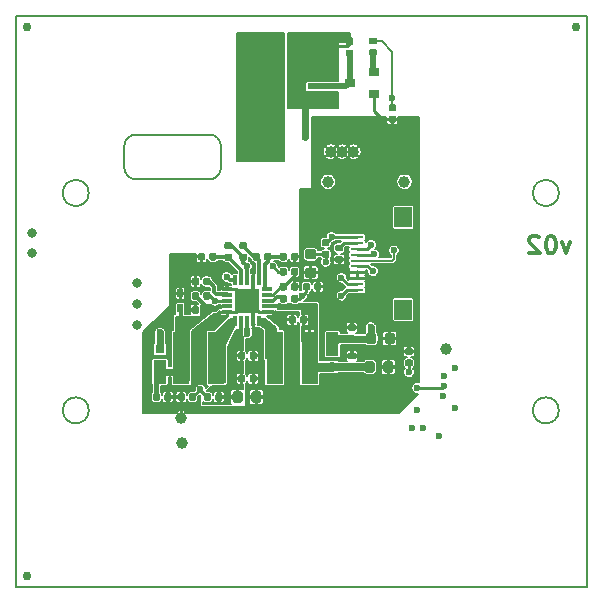
<source format=gbr>
%TF.GenerationSoftware,KiCad,Pcbnew,5.0.2-bee76a0~70~ubuntu18.04.1*%
%TF.CreationDate,2020-02-29T17:16:54-08:00*%
%TF.ProjectId,SolarCellZ_v1,536f6c61-7243-4656-9c6c-5a5f76312e6b,rev?*%
%TF.SameCoordinates,Original*%
%TF.FileFunction,Copper,L6,Bot*%
%TF.FilePolarity,Positive*%
%FSLAX46Y46*%
G04 Gerber Fmt 4.6, Leading zero omitted, Abs format (unit mm)*
G04 Created by KiCad (PCBNEW 5.0.2-bee76a0~70~ubuntu18.04.1) date Sat 29 Feb 2020 05:16:54 PM PST*
%MOMM*%
%LPD*%
G01*
G04 APERTURE LIST*
%ADD10C,0.200000*%
%ADD11C,0.300000*%
%ADD12C,0.750000*%
%ADD13R,1.100000X0.250000*%
%ADD14R,1.500000X1.700000*%
%ADD15C,1.016000*%
%ADD16C,1.000000*%
%ADD17R,2.209800X0.609600*%
%ADD18C,0.100000*%
%ADD19C,0.590000*%
%ADD20R,0.900000X0.800000*%
%ADD21C,0.875000*%
%ADD22R,0.500000X0.700000*%
%ADD23R,2.150000X2.150000*%
%ADD24R,0.300000X0.900000*%
%ADD25R,0.900000X0.300000*%
%ADD26R,1.435100X4.394200*%
%ADD27R,0.800000X0.800000*%
%ADD28R,1.100000X2.000000*%
%ADD29C,0.600000*%
%ADD30C,0.800000*%
%ADD31C,0.248920*%
%ADD32C,0.240000*%
%ADD33C,0.609600*%
%ADD34C,0.635000*%
%ADD35C,0.203200*%
%ADD36C,0.299720*%
%ADD37C,0.254000*%
%ADD38C,0.228600*%
%ADD39C,0.500000*%
%ADD40C,0.152400*%
%ADD41C,0.160000*%
%ADD42C,0.508000*%
%ADD43C,0.381000*%
%ADD44C,0.762000*%
%ADD45C,0.127000*%
G04 APERTURE END LIST*
D10*
X136007500Y-73391000D02*
G75*
G03X136007500Y-73391000I-1100000J0D01*
G01*
X96207500Y-73391000D02*
G75*
G03X96207500Y-73391000I-1100000J0D01*
G01*
X107407500Y-52841000D02*
G75*
G02X106407500Y-53841000I-1000000J0D01*
G01*
X100207500Y-53841000D02*
G75*
G02X99207500Y-52841000I0J1000000D01*
G01*
X106407500Y-50041000D02*
G75*
G02X107407500Y-51041000I0J-1000000D01*
G01*
X99207500Y-51041000D02*
G75*
G02X100207500Y-50041000I1000000J0D01*
G01*
X96207500Y-54991000D02*
G75*
G03X96207500Y-54991000I-1100000J0D01*
G01*
X106407500Y-50041000D02*
X100207500Y-50041000D01*
X138407500Y-39991000D02*
X138407500Y-88391000D01*
X138407500Y-88391000D02*
X90007500Y-88391000D01*
X90007500Y-88391000D02*
X90007500Y-39991000D01*
X90007500Y-39991000D02*
X138407500Y-39991000D01*
X100207500Y-53841000D02*
X106407500Y-53841000D01*
X136007500Y-54991000D02*
G75*
G03X136007500Y-54991000I-1100000J0D01*
G01*
X107407500Y-52841000D02*
X107407500Y-51041000D01*
X99207500Y-51041000D02*
X99207500Y-52841000D01*
D11*
X136977214Y-59114571D02*
X136620071Y-60114571D01*
X136262928Y-59114571D01*
X135405785Y-58614571D02*
X135262928Y-58614571D01*
X135120071Y-58686000D01*
X135048642Y-58757428D01*
X134977214Y-58900285D01*
X134905785Y-59186000D01*
X134905785Y-59543142D01*
X134977214Y-59828857D01*
X135048642Y-59971714D01*
X135120071Y-60043142D01*
X135262928Y-60114571D01*
X135405785Y-60114571D01*
X135548642Y-60043142D01*
X135620071Y-59971714D01*
X135691500Y-59828857D01*
X135762928Y-59543142D01*
X135762928Y-59186000D01*
X135691500Y-58900285D01*
X135620071Y-58757428D01*
X135548642Y-58686000D01*
X135405785Y-58614571D01*
X134334357Y-58757428D02*
X134262928Y-58686000D01*
X134120071Y-58614571D01*
X133762928Y-58614571D01*
X133620071Y-58686000D01*
X133548642Y-58757428D01*
X133477214Y-58900285D01*
X133477214Y-59043142D01*
X133548642Y-59257428D01*
X134405785Y-60114571D01*
X133477214Y-60114571D01*
D12*
X90950000Y-87450000D03*
X90950000Y-40900000D03*
X137500000Y-40900000D03*
D13*
X118935500Y-58710000D03*
X118935500Y-59210000D03*
X118935500Y-59710000D03*
X118935500Y-60210000D03*
X118935500Y-60710000D03*
X118935500Y-61210000D03*
X118935500Y-61710000D03*
X118935500Y-62210000D03*
X118935500Y-62710000D03*
X118935500Y-63210000D03*
D14*
X122835500Y-57060000D03*
X122835500Y-64860000D03*
D15*
X116700000Y-51500000D03*
X117650000Y-51500000D03*
X111700000Y-51500000D03*
X110750000Y-51500000D03*
X118600000Y-51500000D03*
X109800000Y-51500000D03*
D16*
X116459000Y-54038500D03*
X122936000Y-54038500D03*
X126492000Y-68199000D03*
X104013000Y-74041000D03*
X104076500Y-76200000D03*
D17*
X110604300Y-42164000D03*
X110604300Y-43434000D03*
X110604300Y-44704000D03*
X110604300Y-45974000D03*
X115836700Y-45974000D03*
X115836700Y-44704000D03*
X115836700Y-43434000D03*
X115836700Y-42164000D03*
D18*
G36*
X118487458Y-41892710D02*
X118501776Y-41894834D01*
X118515817Y-41898351D01*
X118529446Y-41903228D01*
X118542531Y-41909417D01*
X118554947Y-41916858D01*
X118566573Y-41925481D01*
X118577298Y-41935202D01*
X118587019Y-41945927D01*
X118595642Y-41957553D01*
X118603083Y-41969969D01*
X118609272Y-41983054D01*
X118614149Y-41996683D01*
X118617666Y-42010724D01*
X118619790Y-42025042D01*
X118620500Y-42039500D01*
X118620500Y-42334500D01*
X118619790Y-42348958D01*
X118617666Y-42363276D01*
X118614149Y-42377317D01*
X118609272Y-42390946D01*
X118603083Y-42404031D01*
X118595642Y-42416447D01*
X118587019Y-42428073D01*
X118577298Y-42438798D01*
X118566573Y-42448519D01*
X118554947Y-42457142D01*
X118542531Y-42464583D01*
X118529446Y-42470772D01*
X118515817Y-42475649D01*
X118501776Y-42479166D01*
X118487458Y-42481290D01*
X118473000Y-42482000D01*
X118128000Y-42482000D01*
X118113542Y-42481290D01*
X118099224Y-42479166D01*
X118085183Y-42475649D01*
X118071554Y-42470772D01*
X118058469Y-42464583D01*
X118046053Y-42457142D01*
X118034427Y-42448519D01*
X118023702Y-42438798D01*
X118013981Y-42428073D01*
X118005358Y-42416447D01*
X117997917Y-42404031D01*
X117991728Y-42390946D01*
X117986851Y-42377317D01*
X117983334Y-42363276D01*
X117981210Y-42348958D01*
X117980500Y-42334500D01*
X117980500Y-42039500D01*
X117981210Y-42025042D01*
X117983334Y-42010724D01*
X117986851Y-41996683D01*
X117991728Y-41983054D01*
X117997917Y-41969969D01*
X118005358Y-41957553D01*
X118013981Y-41945927D01*
X118023702Y-41935202D01*
X118034427Y-41925481D01*
X118046053Y-41916858D01*
X118058469Y-41909417D01*
X118071554Y-41903228D01*
X118085183Y-41898351D01*
X118099224Y-41894834D01*
X118113542Y-41892710D01*
X118128000Y-41892000D01*
X118473000Y-41892000D01*
X118487458Y-41892710D01*
X118487458Y-41892710D01*
G37*
D19*
X118300500Y-42187000D03*
D18*
G36*
X118487458Y-42862710D02*
X118501776Y-42864834D01*
X118515817Y-42868351D01*
X118529446Y-42873228D01*
X118542531Y-42879417D01*
X118554947Y-42886858D01*
X118566573Y-42895481D01*
X118577298Y-42905202D01*
X118587019Y-42915927D01*
X118595642Y-42927553D01*
X118603083Y-42939969D01*
X118609272Y-42953054D01*
X118614149Y-42966683D01*
X118617666Y-42980724D01*
X118619790Y-42995042D01*
X118620500Y-43009500D01*
X118620500Y-43304500D01*
X118619790Y-43318958D01*
X118617666Y-43333276D01*
X118614149Y-43347317D01*
X118609272Y-43360946D01*
X118603083Y-43374031D01*
X118595642Y-43386447D01*
X118587019Y-43398073D01*
X118577298Y-43408798D01*
X118566573Y-43418519D01*
X118554947Y-43427142D01*
X118542531Y-43434583D01*
X118529446Y-43440772D01*
X118515817Y-43445649D01*
X118501776Y-43449166D01*
X118487458Y-43451290D01*
X118473000Y-43452000D01*
X118128000Y-43452000D01*
X118113542Y-43451290D01*
X118099224Y-43449166D01*
X118085183Y-43445649D01*
X118071554Y-43440772D01*
X118058469Y-43434583D01*
X118046053Y-43427142D01*
X118034427Y-43418519D01*
X118023702Y-43408798D01*
X118013981Y-43398073D01*
X118005358Y-43386447D01*
X117997917Y-43374031D01*
X117991728Y-43360946D01*
X117986851Y-43347317D01*
X117983334Y-43333276D01*
X117981210Y-43318958D01*
X117980500Y-43304500D01*
X117980500Y-43009500D01*
X117981210Y-42995042D01*
X117983334Y-42980724D01*
X117986851Y-42966683D01*
X117991728Y-42953054D01*
X117997917Y-42939969D01*
X118005358Y-42927553D01*
X118013981Y-42915927D01*
X118023702Y-42905202D01*
X118034427Y-42895481D01*
X118046053Y-42886858D01*
X118058469Y-42879417D01*
X118071554Y-42873228D01*
X118085183Y-42868351D01*
X118099224Y-42864834D01*
X118113542Y-42862710D01*
X118128000Y-42862000D01*
X118473000Y-42862000D01*
X118487458Y-42862710D01*
X118487458Y-42862710D01*
G37*
D19*
X118300500Y-43157000D03*
D18*
G36*
X120455958Y-41829210D02*
X120470276Y-41831334D01*
X120484317Y-41834851D01*
X120497946Y-41839728D01*
X120511031Y-41845917D01*
X120523447Y-41853358D01*
X120535073Y-41861981D01*
X120545798Y-41871702D01*
X120555519Y-41882427D01*
X120564142Y-41894053D01*
X120571583Y-41906469D01*
X120577772Y-41919554D01*
X120582649Y-41933183D01*
X120586166Y-41947224D01*
X120588290Y-41961542D01*
X120589000Y-41976000D01*
X120589000Y-42271000D01*
X120588290Y-42285458D01*
X120586166Y-42299776D01*
X120582649Y-42313817D01*
X120577772Y-42327446D01*
X120571583Y-42340531D01*
X120564142Y-42352947D01*
X120555519Y-42364573D01*
X120545798Y-42375298D01*
X120535073Y-42385019D01*
X120523447Y-42393642D01*
X120511031Y-42401083D01*
X120497946Y-42407272D01*
X120484317Y-42412149D01*
X120470276Y-42415666D01*
X120455958Y-42417790D01*
X120441500Y-42418500D01*
X120096500Y-42418500D01*
X120082042Y-42417790D01*
X120067724Y-42415666D01*
X120053683Y-42412149D01*
X120040054Y-42407272D01*
X120026969Y-42401083D01*
X120014553Y-42393642D01*
X120002927Y-42385019D01*
X119992202Y-42375298D01*
X119982481Y-42364573D01*
X119973858Y-42352947D01*
X119966417Y-42340531D01*
X119960228Y-42327446D01*
X119955351Y-42313817D01*
X119951834Y-42299776D01*
X119949710Y-42285458D01*
X119949000Y-42271000D01*
X119949000Y-41976000D01*
X119949710Y-41961542D01*
X119951834Y-41947224D01*
X119955351Y-41933183D01*
X119960228Y-41919554D01*
X119966417Y-41906469D01*
X119973858Y-41894053D01*
X119982481Y-41882427D01*
X119992202Y-41871702D01*
X120002927Y-41861981D01*
X120014553Y-41853358D01*
X120026969Y-41845917D01*
X120040054Y-41839728D01*
X120053683Y-41834851D01*
X120067724Y-41831334D01*
X120082042Y-41829210D01*
X120096500Y-41828500D01*
X120441500Y-41828500D01*
X120455958Y-41829210D01*
X120455958Y-41829210D01*
G37*
D19*
X120269000Y-42123500D03*
D18*
G36*
X120455958Y-42799210D02*
X120470276Y-42801334D01*
X120484317Y-42804851D01*
X120497946Y-42809728D01*
X120511031Y-42815917D01*
X120523447Y-42823358D01*
X120535073Y-42831981D01*
X120545798Y-42841702D01*
X120555519Y-42852427D01*
X120564142Y-42864053D01*
X120571583Y-42876469D01*
X120577772Y-42889554D01*
X120582649Y-42903183D01*
X120586166Y-42917224D01*
X120588290Y-42931542D01*
X120589000Y-42946000D01*
X120589000Y-43241000D01*
X120588290Y-43255458D01*
X120586166Y-43269776D01*
X120582649Y-43283817D01*
X120577772Y-43297446D01*
X120571583Y-43310531D01*
X120564142Y-43322947D01*
X120555519Y-43334573D01*
X120545798Y-43345298D01*
X120535073Y-43355019D01*
X120523447Y-43363642D01*
X120511031Y-43371083D01*
X120497946Y-43377272D01*
X120484317Y-43382149D01*
X120470276Y-43385666D01*
X120455958Y-43387790D01*
X120441500Y-43388500D01*
X120096500Y-43388500D01*
X120082042Y-43387790D01*
X120067724Y-43385666D01*
X120053683Y-43382149D01*
X120040054Y-43377272D01*
X120026969Y-43371083D01*
X120014553Y-43363642D01*
X120002927Y-43355019D01*
X119992202Y-43345298D01*
X119982481Y-43334573D01*
X119973858Y-43322947D01*
X119966417Y-43310531D01*
X119960228Y-43297446D01*
X119955351Y-43283817D01*
X119951834Y-43269776D01*
X119949710Y-43255458D01*
X119949000Y-43241000D01*
X119949000Y-42946000D01*
X119949710Y-42931542D01*
X119951834Y-42917224D01*
X119955351Y-42903183D01*
X119960228Y-42889554D01*
X119966417Y-42876469D01*
X119973858Y-42864053D01*
X119982481Y-42852427D01*
X119992202Y-42841702D01*
X120002927Y-42831981D01*
X120014553Y-42823358D01*
X120026969Y-42815917D01*
X120040054Y-42809728D01*
X120053683Y-42804851D01*
X120067724Y-42801334D01*
X120082042Y-42799210D01*
X120096500Y-42798500D01*
X120441500Y-42798500D01*
X120455958Y-42799210D01*
X120455958Y-42799210D01*
G37*
D19*
X120269000Y-43093500D03*
D18*
G36*
X122106958Y-48450710D02*
X122121276Y-48452834D01*
X122135317Y-48456351D01*
X122148946Y-48461228D01*
X122162031Y-48467417D01*
X122174447Y-48474858D01*
X122186073Y-48483481D01*
X122196798Y-48493202D01*
X122206519Y-48503927D01*
X122215142Y-48515553D01*
X122222583Y-48527969D01*
X122228772Y-48541054D01*
X122233649Y-48554683D01*
X122237166Y-48568724D01*
X122239290Y-48583042D01*
X122240000Y-48597500D01*
X122240000Y-48892500D01*
X122239290Y-48906958D01*
X122237166Y-48921276D01*
X122233649Y-48935317D01*
X122228772Y-48948946D01*
X122222583Y-48962031D01*
X122215142Y-48974447D01*
X122206519Y-48986073D01*
X122196798Y-48996798D01*
X122186073Y-49006519D01*
X122174447Y-49015142D01*
X122162031Y-49022583D01*
X122148946Y-49028772D01*
X122135317Y-49033649D01*
X122121276Y-49037166D01*
X122106958Y-49039290D01*
X122092500Y-49040000D01*
X121747500Y-49040000D01*
X121733042Y-49039290D01*
X121718724Y-49037166D01*
X121704683Y-49033649D01*
X121691054Y-49028772D01*
X121677969Y-49022583D01*
X121665553Y-49015142D01*
X121653927Y-49006519D01*
X121643202Y-48996798D01*
X121633481Y-48986073D01*
X121624858Y-48974447D01*
X121617417Y-48962031D01*
X121611228Y-48948946D01*
X121606351Y-48935317D01*
X121602834Y-48921276D01*
X121600710Y-48906958D01*
X121600000Y-48892500D01*
X121600000Y-48597500D01*
X121600710Y-48583042D01*
X121602834Y-48568724D01*
X121606351Y-48554683D01*
X121611228Y-48541054D01*
X121617417Y-48527969D01*
X121624858Y-48515553D01*
X121633481Y-48503927D01*
X121643202Y-48493202D01*
X121653927Y-48483481D01*
X121665553Y-48474858D01*
X121677969Y-48467417D01*
X121691054Y-48461228D01*
X121704683Y-48456351D01*
X121718724Y-48452834D01*
X121733042Y-48450710D01*
X121747500Y-48450000D01*
X122092500Y-48450000D01*
X122106958Y-48450710D01*
X122106958Y-48450710D01*
G37*
D19*
X121920000Y-48745000D03*
D18*
G36*
X122106958Y-47480710D02*
X122121276Y-47482834D01*
X122135317Y-47486351D01*
X122148946Y-47491228D01*
X122162031Y-47497417D01*
X122174447Y-47504858D01*
X122186073Y-47513481D01*
X122196798Y-47523202D01*
X122206519Y-47533927D01*
X122215142Y-47545553D01*
X122222583Y-47557969D01*
X122228772Y-47571054D01*
X122233649Y-47584683D01*
X122237166Y-47598724D01*
X122239290Y-47613042D01*
X122240000Y-47627500D01*
X122240000Y-47922500D01*
X122239290Y-47936958D01*
X122237166Y-47951276D01*
X122233649Y-47965317D01*
X122228772Y-47978946D01*
X122222583Y-47992031D01*
X122215142Y-48004447D01*
X122206519Y-48016073D01*
X122196798Y-48026798D01*
X122186073Y-48036519D01*
X122174447Y-48045142D01*
X122162031Y-48052583D01*
X122148946Y-48058772D01*
X122135317Y-48063649D01*
X122121276Y-48067166D01*
X122106958Y-48069290D01*
X122092500Y-48070000D01*
X121747500Y-48070000D01*
X121733042Y-48069290D01*
X121718724Y-48067166D01*
X121704683Y-48063649D01*
X121691054Y-48058772D01*
X121677969Y-48052583D01*
X121665553Y-48045142D01*
X121653927Y-48036519D01*
X121643202Y-48026798D01*
X121633481Y-48016073D01*
X121624858Y-48004447D01*
X121617417Y-47992031D01*
X121611228Y-47978946D01*
X121606351Y-47965317D01*
X121602834Y-47951276D01*
X121600710Y-47936958D01*
X121600000Y-47922500D01*
X121600000Y-47627500D01*
X121600710Y-47613042D01*
X121602834Y-47598724D01*
X121606351Y-47584683D01*
X121611228Y-47571054D01*
X121617417Y-47557969D01*
X121624858Y-47545553D01*
X121633481Y-47533927D01*
X121643202Y-47523202D01*
X121653927Y-47513481D01*
X121665553Y-47504858D01*
X121677969Y-47497417D01*
X121691054Y-47491228D01*
X121704683Y-47486351D01*
X121718724Y-47482834D01*
X121733042Y-47480710D01*
X121747500Y-47480000D01*
X122092500Y-47480000D01*
X122106958Y-47480710D01*
X122106958Y-47480710D01*
G37*
D19*
X121920000Y-47775000D03*
D20*
X118316500Y-45656500D03*
X120316500Y-46606500D03*
X120316500Y-44706500D03*
D18*
G36*
X123503958Y-69088210D02*
X123518276Y-69090334D01*
X123532317Y-69093851D01*
X123545946Y-69098728D01*
X123559031Y-69104917D01*
X123571447Y-69112358D01*
X123583073Y-69120981D01*
X123593798Y-69130702D01*
X123603519Y-69141427D01*
X123612142Y-69153053D01*
X123619583Y-69165469D01*
X123625772Y-69178554D01*
X123630649Y-69192183D01*
X123634166Y-69206224D01*
X123636290Y-69220542D01*
X123637000Y-69235000D01*
X123637000Y-69530000D01*
X123636290Y-69544458D01*
X123634166Y-69558776D01*
X123630649Y-69572817D01*
X123625772Y-69586446D01*
X123619583Y-69599531D01*
X123612142Y-69611947D01*
X123603519Y-69623573D01*
X123593798Y-69634298D01*
X123583073Y-69644019D01*
X123571447Y-69652642D01*
X123559031Y-69660083D01*
X123545946Y-69666272D01*
X123532317Y-69671149D01*
X123518276Y-69674666D01*
X123503958Y-69676790D01*
X123489500Y-69677500D01*
X123144500Y-69677500D01*
X123130042Y-69676790D01*
X123115724Y-69674666D01*
X123101683Y-69671149D01*
X123088054Y-69666272D01*
X123074969Y-69660083D01*
X123062553Y-69652642D01*
X123050927Y-69644019D01*
X123040202Y-69634298D01*
X123030481Y-69623573D01*
X123021858Y-69611947D01*
X123014417Y-69599531D01*
X123008228Y-69586446D01*
X123003351Y-69572817D01*
X122999834Y-69558776D01*
X122997710Y-69544458D01*
X122997000Y-69530000D01*
X122997000Y-69235000D01*
X122997710Y-69220542D01*
X122999834Y-69206224D01*
X123003351Y-69192183D01*
X123008228Y-69178554D01*
X123014417Y-69165469D01*
X123021858Y-69153053D01*
X123030481Y-69141427D01*
X123040202Y-69130702D01*
X123050927Y-69120981D01*
X123062553Y-69112358D01*
X123074969Y-69104917D01*
X123088054Y-69098728D01*
X123101683Y-69093851D01*
X123115724Y-69090334D01*
X123130042Y-69088210D01*
X123144500Y-69087500D01*
X123489500Y-69087500D01*
X123503958Y-69088210D01*
X123503958Y-69088210D01*
G37*
D19*
X123317000Y-69382500D03*
D18*
G36*
X123503958Y-68118210D02*
X123518276Y-68120334D01*
X123532317Y-68123851D01*
X123545946Y-68128728D01*
X123559031Y-68134917D01*
X123571447Y-68142358D01*
X123583073Y-68150981D01*
X123593798Y-68160702D01*
X123603519Y-68171427D01*
X123612142Y-68183053D01*
X123619583Y-68195469D01*
X123625772Y-68208554D01*
X123630649Y-68222183D01*
X123634166Y-68236224D01*
X123636290Y-68250542D01*
X123637000Y-68265000D01*
X123637000Y-68560000D01*
X123636290Y-68574458D01*
X123634166Y-68588776D01*
X123630649Y-68602817D01*
X123625772Y-68616446D01*
X123619583Y-68629531D01*
X123612142Y-68641947D01*
X123603519Y-68653573D01*
X123593798Y-68664298D01*
X123583073Y-68674019D01*
X123571447Y-68682642D01*
X123559031Y-68690083D01*
X123545946Y-68696272D01*
X123532317Y-68701149D01*
X123518276Y-68704666D01*
X123503958Y-68706790D01*
X123489500Y-68707500D01*
X123144500Y-68707500D01*
X123130042Y-68706790D01*
X123115724Y-68704666D01*
X123101683Y-68701149D01*
X123088054Y-68696272D01*
X123074969Y-68690083D01*
X123062553Y-68682642D01*
X123050927Y-68674019D01*
X123040202Y-68664298D01*
X123030481Y-68653573D01*
X123021858Y-68641947D01*
X123014417Y-68629531D01*
X123008228Y-68616446D01*
X123003351Y-68602817D01*
X122999834Y-68588776D01*
X122997710Y-68574458D01*
X122997000Y-68560000D01*
X122997000Y-68265000D01*
X122997710Y-68250542D01*
X122999834Y-68236224D01*
X123003351Y-68222183D01*
X123008228Y-68208554D01*
X123014417Y-68195469D01*
X123021858Y-68183053D01*
X123030481Y-68171427D01*
X123040202Y-68160702D01*
X123050927Y-68150981D01*
X123062553Y-68142358D01*
X123074969Y-68134917D01*
X123088054Y-68128728D01*
X123101683Y-68123851D01*
X123115724Y-68120334D01*
X123130042Y-68118210D01*
X123144500Y-68117500D01*
X123489500Y-68117500D01*
X123503958Y-68118210D01*
X123503958Y-68118210D01*
G37*
D19*
X123317000Y-68412500D03*
D18*
G36*
X115276191Y-61311053D02*
X115297426Y-61314203D01*
X115318250Y-61319419D01*
X115338462Y-61326651D01*
X115357868Y-61335830D01*
X115376281Y-61346866D01*
X115393524Y-61359654D01*
X115409430Y-61374070D01*
X115423846Y-61389976D01*
X115436634Y-61407219D01*
X115447670Y-61425632D01*
X115456849Y-61445038D01*
X115464081Y-61465250D01*
X115469297Y-61486074D01*
X115472447Y-61507309D01*
X115473500Y-61528750D01*
X115473500Y-61966250D01*
X115472447Y-61987691D01*
X115469297Y-62008926D01*
X115464081Y-62029750D01*
X115456849Y-62049962D01*
X115447670Y-62069368D01*
X115436634Y-62087781D01*
X115423846Y-62105024D01*
X115409430Y-62120930D01*
X115393524Y-62135346D01*
X115376281Y-62148134D01*
X115357868Y-62159170D01*
X115338462Y-62168349D01*
X115318250Y-62175581D01*
X115297426Y-62180797D01*
X115276191Y-62183947D01*
X115254750Y-62185000D01*
X114742250Y-62185000D01*
X114720809Y-62183947D01*
X114699574Y-62180797D01*
X114678750Y-62175581D01*
X114658538Y-62168349D01*
X114639132Y-62159170D01*
X114620719Y-62148134D01*
X114603476Y-62135346D01*
X114587570Y-62120930D01*
X114573154Y-62105024D01*
X114560366Y-62087781D01*
X114549330Y-62069368D01*
X114540151Y-62049962D01*
X114532919Y-62029750D01*
X114527703Y-62008926D01*
X114524553Y-61987691D01*
X114523500Y-61966250D01*
X114523500Y-61528750D01*
X114524553Y-61507309D01*
X114527703Y-61486074D01*
X114532919Y-61465250D01*
X114540151Y-61445038D01*
X114549330Y-61425632D01*
X114560366Y-61407219D01*
X114573154Y-61389976D01*
X114587570Y-61374070D01*
X114603476Y-61359654D01*
X114620719Y-61346866D01*
X114639132Y-61335830D01*
X114658538Y-61326651D01*
X114678750Y-61319419D01*
X114699574Y-61314203D01*
X114720809Y-61311053D01*
X114742250Y-61310000D01*
X115254750Y-61310000D01*
X115276191Y-61311053D01*
X115276191Y-61311053D01*
G37*
D21*
X114998500Y-61747500D03*
D18*
G36*
X115276191Y-59736053D02*
X115297426Y-59739203D01*
X115318250Y-59744419D01*
X115338462Y-59751651D01*
X115357868Y-59760830D01*
X115376281Y-59771866D01*
X115393524Y-59784654D01*
X115409430Y-59799070D01*
X115423846Y-59814976D01*
X115436634Y-59832219D01*
X115447670Y-59850632D01*
X115456849Y-59870038D01*
X115464081Y-59890250D01*
X115469297Y-59911074D01*
X115472447Y-59932309D01*
X115473500Y-59953750D01*
X115473500Y-60391250D01*
X115472447Y-60412691D01*
X115469297Y-60433926D01*
X115464081Y-60454750D01*
X115456849Y-60474962D01*
X115447670Y-60494368D01*
X115436634Y-60512781D01*
X115423846Y-60530024D01*
X115409430Y-60545930D01*
X115393524Y-60560346D01*
X115376281Y-60573134D01*
X115357868Y-60584170D01*
X115338462Y-60593349D01*
X115318250Y-60600581D01*
X115297426Y-60605797D01*
X115276191Y-60608947D01*
X115254750Y-60610000D01*
X114742250Y-60610000D01*
X114720809Y-60608947D01*
X114699574Y-60605797D01*
X114678750Y-60600581D01*
X114658538Y-60593349D01*
X114639132Y-60584170D01*
X114620719Y-60573134D01*
X114603476Y-60560346D01*
X114587570Y-60545930D01*
X114573154Y-60530024D01*
X114560366Y-60512781D01*
X114549330Y-60494368D01*
X114540151Y-60474962D01*
X114532919Y-60454750D01*
X114527703Y-60433926D01*
X114524553Y-60412691D01*
X114523500Y-60391250D01*
X114523500Y-59953750D01*
X114524553Y-59932309D01*
X114527703Y-59911074D01*
X114532919Y-59890250D01*
X114540151Y-59870038D01*
X114549330Y-59850632D01*
X114560366Y-59832219D01*
X114573154Y-59814976D01*
X114587570Y-59799070D01*
X114603476Y-59784654D01*
X114620719Y-59771866D01*
X114639132Y-59760830D01*
X114658538Y-59751651D01*
X114678750Y-59744419D01*
X114699574Y-59739203D01*
X114720809Y-59736053D01*
X114742250Y-59735000D01*
X115254750Y-59735000D01*
X115276191Y-59736053D01*
X115276191Y-59736053D01*
G37*
D21*
X114998500Y-60172500D03*
D18*
G36*
X110291118Y-70383366D02*
X110305436Y-70385490D01*
X110319477Y-70389007D01*
X110333106Y-70393884D01*
X110346191Y-70400073D01*
X110358607Y-70407514D01*
X110370233Y-70416137D01*
X110380958Y-70425858D01*
X110390679Y-70436583D01*
X110399302Y-70448209D01*
X110406743Y-70460625D01*
X110412932Y-70473710D01*
X110417809Y-70487339D01*
X110421326Y-70501380D01*
X110423450Y-70515698D01*
X110424160Y-70530156D01*
X110424160Y-70875156D01*
X110423450Y-70889614D01*
X110421326Y-70903932D01*
X110417809Y-70917973D01*
X110412932Y-70931602D01*
X110406743Y-70944687D01*
X110399302Y-70957103D01*
X110390679Y-70968729D01*
X110380958Y-70979454D01*
X110370233Y-70989175D01*
X110358607Y-70997798D01*
X110346191Y-71005239D01*
X110333106Y-71011428D01*
X110319477Y-71016305D01*
X110305436Y-71019822D01*
X110291118Y-71021946D01*
X110276660Y-71022656D01*
X109981660Y-71022656D01*
X109967202Y-71021946D01*
X109952884Y-71019822D01*
X109938843Y-71016305D01*
X109925214Y-71011428D01*
X109912129Y-71005239D01*
X109899713Y-70997798D01*
X109888087Y-70989175D01*
X109877362Y-70979454D01*
X109867641Y-70968729D01*
X109859018Y-70957103D01*
X109851577Y-70944687D01*
X109845388Y-70931602D01*
X109840511Y-70917973D01*
X109836994Y-70903932D01*
X109834870Y-70889614D01*
X109834160Y-70875156D01*
X109834160Y-70530156D01*
X109834870Y-70515698D01*
X109836994Y-70501380D01*
X109840511Y-70487339D01*
X109845388Y-70473710D01*
X109851577Y-70460625D01*
X109859018Y-70448209D01*
X109867641Y-70436583D01*
X109877362Y-70425858D01*
X109888087Y-70416137D01*
X109899713Y-70407514D01*
X109912129Y-70400073D01*
X109925214Y-70393884D01*
X109938843Y-70389007D01*
X109952884Y-70385490D01*
X109967202Y-70383366D01*
X109981660Y-70382656D01*
X110276660Y-70382656D01*
X110291118Y-70383366D01*
X110291118Y-70383366D01*
G37*
D19*
X110129160Y-70702656D03*
D18*
G36*
X109321118Y-70383366D02*
X109335436Y-70385490D01*
X109349477Y-70389007D01*
X109363106Y-70393884D01*
X109376191Y-70400073D01*
X109388607Y-70407514D01*
X109400233Y-70416137D01*
X109410958Y-70425858D01*
X109420679Y-70436583D01*
X109429302Y-70448209D01*
X109436743Y-70460625D01*
X109442932Y-70473710D01*
X109447809Y-70487339D01*
X109451326Y-70501380D01*
X109453450Y-70515698D01*
X109454160Y-70530156D01*
X109454160Y-70875156D01*
X109453450Y-70889614D01*
X109451326Y-70903932D01*
X109447809Y-70917973D01*
X109442932Y-70931602D01*
X109436743Y-70944687D01*
X109429302Y-70957103D01*
X109420679Y-70968729D01*
X109410958Y-70979454D01*
X109400233Y-70989175D01*
X109388607Y-70997798D01*
X109376191Y-71005239D01*
X109363106Y-71011428D01*
X109349477Y-71016305D01*
X109335436Y-71019822D01*
X109321118Y-71021946D01*
X109306660Y-71022656D01*
X109011660Y-71022656D01*
X108997202Y-71021946D01*
X108982884Y-71019822D01*
X108968843Y-71016305D01*
X108955214Y-71011428D01*
X108942129Y-71005239D01*
X108929713Y-70997798D01*
X108918087Y-70989175D01*
X108907362Y-70979454D01*
X108897641Y-70968729D01*
X108889018Y-70957103D01*
X108881577Y-70944687D01*
X108875388Y-70931602D01*
X108870511Y-70917973D01*
X108866994Y-70903932D01*
X108864870Y-70889614D01*
X108864160Y-70875156D01*
X108864160Y-70530156D01*
X108864870Y-70515698D01*
X108866994Y-70501380D01*
X108870511Y-70487339D01*
X108875388Y-70473710D01*
X108881577Y-70460625D01*
X108889018Y-70448209D01*
X108897641Y-70436583D01*
X108907362Y-70425858D01*
X108918087Y-70416137D01*
X108929713Y-70407514D01*
X108942129Y-70400073D01*
X108955214Y-70393884D01*
X108968843Y-70389007D01*
X108982884Y-70385490D01*
X108997202Y-70383366D01*
X109011660Y-70382656D01*
X109306660Y-70382656D01*
X109321118Y-70383366D01*
X109321118Y-70383366D01*
G37*
D19*
X109159160Y-70702656D03*
D18*
G36*
X121931691Y-66836053D02*
X121952926Y-66839203D01*
X121973750Y-66844419D01*
X121993962Y-66851651D01*
X122013368Y-66860830D01*
X122031781Y-66871866D01*
X122049024Y-66884654D01*
X122064930Y-66899070D01*
X122079346Y-66914976D01*
X122092134Y-66932219D01*
X122103170Y-66950632D01*
X122112349Y-66970038D01*
X122119581Y-66990250D01*
X122124797Y-67011074D01*
X122127947Y-67032309D01*
X122129000Y-67053750D01*
X122129000Y-67566250D01*
X122127947Y-67587691D01*
X122124797Y-67608926D01*
X122119581Y-67629750D01*
X122112349Y-67649962D01*
X122103170Y-67669368D01*
X122092134Y-67687781D01*
X122079346Y-67705024D01*
X122064930Y-67720930D01*
X122049024Y-67735346D01*
X122031781Y-67748134D01*
X122013368Y-67759170D01*
X121993962Y-67768349D01*
X121973750Y-67775581D01*
X121952926Y-67780797D01*
X121931691Y-67783947D01*
X121910250Y-67785000D01*
X121472750Y-67785000D01*
X121451309Y-67783947D01*
X121430074Y-67780797D01*
X121409250Y-67775581D01*
X121389038Y-67768349D01*
X121369632Y-67759170D01*
X121351219Y-67748134D01*
X121333976Y-67735346D01*
X121318070Y-67720930D01*
X121303654Y-67705024D01*
X121290866Y-67687781D01*
X121279830Y-67669368D01*
X121270651Y-67649962D01*
X121263419Y-67629750D01*
X121258203Y-67608926D01*
X121255053Y-67587691D01*
X121254000Y-67566250D01*
X121254000Y-67053750D01*
X121255053Y-67032309D01*
X121258203Y-67011074D01*
X121263419Y-66990250D01*
X121270651Y-66970038D01*
X121279830Y-66950632D01*
X121290866Y-66932219D01*
X121303654Y-66914976D01*
X121318070Y-66899070D01*
X121333976Y-66884654D01*
X121351219Y-66871866D01*
X121369632Y-66860830D01*
X121389038Y-66851651D01*
X121409250Y-66844419D01*
X121430074Y-66839203D01*
X121451309Y-66836053D01*
X121472750Y-66835000D01*
X121910250Y-66835000D01*
X121931691Y-66836053D01*
X121931691Y-66836053D01*
G37*
D21*
X121691500Y-67310000D03*
D18*
G36*
X120356691Y-66836053D02*
X120377926Y-66839203D01*
X120398750Y-66844419D01*
X120418962Y-66851651D01*
X120438368Y-66860830D01*
X120456781Y-66871866D01*
X120474024Y-66884654D01*
X120489930Y-66899070D01*
X120504346Y-66914976D01*
X120517134Y-66932219D01*
X120528170Y-66950632D01*
X120537349Y-66970038D01*
X120544581Y-66990250D01*
X120549797Y-67011074D01*
X120552947Y-67032309D01*
X120554000Y-67053750D01*
X120554000Y-67566250D01*
X120552947Y-67587691D01*
X120549797Y-67608926D01*
X120544581Y-67629750D01*
X120537349Y-67649962D01*
X120528170Y-67669368D01*
X120517134Y-67687781D01*
X120504346Y-67705024D01*
X120489930Y-67720930D01*
X120474024Y-67735346D01*
X120456781Y-67748134D01*
X120438368Y-67759170D01*
X120418962Y-67768349D01*
X120398750Y-67775581D01*
X120377926Y-67780797D01*
X120356691Y-67783947D01*
X120335250Y-67785000D01*
X119897750Y-67785000D01*
X119876309Y-67783947D01*
X119855074Y-67780797D01*
X119834250Y-67775581D01*
X119814038Y-67768349D01*
X119794632Y-67759170D01*
X119776219Y-67748134D01*
X119758976Y-67735346D01*
X119743070Y-67720930D01*
X119728654Y-67705024D01*
X119715866Y-67687781D01*
X119704830Y-67669368D01*
X119695651Y-67649962D01*
X119688419Y-67629750D01*
X119683203Y-67608926D01*
X119680053Y-67587691D01*
X119679000Y-67566250D01*
X119679000Y-67053750D01*
X119680053Y-67032309D01*
X119683203Y-67011074D01*
X119688419Y-66990250D01*
X119695651Y-66970038D01*
X119704830Y-66950632D01*
X119715866Y-66932219D01*
X119728654Y-66914976D01*
X119743070Y-66899070D01*
X119758976Y-66884654D01*
X119776219Y-66871866D01*
X119794632Y-66860830D01*
X119814038Y-66851651D01*
X119834250Y-66844419D01*
X119855074Y-66839203D01*
X119876309Y-66836053D01*
X119897750Y-66835000D01*
X120335250Y-66835000D01*
X120356691Y-66836053D01*
X120356691Y-66836053D01*
G37*
D21*
X120116500Y-67310000D03*
D22*
X103949500Y-64770000D03*
X103949500Y-63470000D03*
D23*
X109624160Y-64098656D03*
D24*
X108624160Y-65798656D03*
X109124160Y-65798656D03*
X109624160Y-65798656D03*
X110124160Y-65798656D03*
X110624160Y-65798656D03*
D25*
X111324160Y-65098656D03*
X111324160Y-64598656D03*
X111324160Y-64098656D03*
X111324160Y-63598656D03*
X111324160Y-63098656D03*
D24*
X110624160Y-62398656D03*
X110124160Y-62398656D03*
X109624160Y-62398656D03*
X109124160Y-62398656D03*
X108624160Y-62398656D03*
D25*
X107924160Y-63098656D03*
X107924160Y-63598656D03*
X107924160Y-64098656D03*
X107924160Y-64598656D03*
X107924160Y-65098656D03*
D18*
G36*
X106882458Y-60069210D02*
X106896776Y-60071334D01*
X106910817Y-60074851D01*
X106924446Y-60079728D01*
X106937531Y-60085917D01*
X106949947Y-60093358D01*
X106961573Y-60101981D01*
X106972298Y-60111702D01*
X106982019Y-60122427D01*
X106990642Y-60134053D01*
X106998083Y-60146469D01*
X107004272Y-60159554D01*
X107009149Y-60173183D01*
X107012666Y-60187224D01*
X107014790Y-60201542D01*
X107015500Y-60216000D01*
X107015500Y-60561000D01*
X107014790Y-60575458D01*
X107012666Y-60589776D01*
X107009149Y-60603817D01*
X107004272Y-60617446D01*
X106998083Y-60630531D01*
X106990642Y-60642947D01*
X106982019Y-60654573D01*
X106972298Y-60665298D01*
X106961573Y-60675019D01*
X106949947Y-60683642D01*
X106937531Y-60691083D01*
X106924446Y-60697272D01*
X106910817Y-60702149D01*
X106896776Y-60705666D01*
X106882458Y-60707790D01*
X106868000Y-60708500D01*
X106573000Y-60708500D01*
X106558542Y-60707790D01*
X106544224Y-60705666D01*
X106530183Y-60702149D01*
X106516554Y-60697272D01*
X106503469Y-60691083D01*
X106491053Y-60683642D01*
X106479427Y-60675019D01*
X106468702Y-60665298D01*
X106458981Y-60654573D01*
X106450358Y-60642947D01*
X106442917Y-60630531D01*
X106436728Y-60617446D01*
X106431851Y-60603817D01*
X106428334Y-60589776D01*
X106426210Y-60575458D01*
X106425500Y-60561000D01*
X106425500Y-60216000D01*
X106426210Y-60201542D01*
X106428334Y-60187224D01*
X106431851Y-60173183D01*
X106436728Y-60159554D01*
X106442917Y-60146469D01*
X106450358Y-60134053D01*
X106458981Y-60122427D01*
X106468702Y-60111702D01*
X106479427Y-60101981D01*
X106491053Y-60093358D01*
X106503469Y-60085917D01*
X106516554Y-60079728D01*
X106530183Y-60074851D01*
X106544224Y-60071334D01*
X106558542Y-60069210D01*
X106573000Y-60068500D01*
X106868000Y-60068500D01*
X106882458Y-60069210D01*
X106882458Y-60069210D01*
G37*
D19*
X106720500Y-60388500D03*
D18*
G36*
X105912458Y-60069210D02*
X105926776Y-60071334D01*
X105940817Y-60074851D01*
X105954446Y-60079728D01*
X105967531Y-60085917D01*
X105979947Y-60093358D01*
X105991573Y-60101981D01*
X106002298Y-60111702D01*
X106012019Y-60122427D01*
X106020642Y-60134053D01*
X106028083Y-60146469D01*
X106034272Y-60159554D01*
X106039149Y-60173183D01*
X106042666Y-60187224D01*
X106044790Y-60201542D01*
X106045500Y-60216000D01*
X106045500Y-60561000D01*
X106044790Y-60575458D01*
X106042666Y-60589776D01*
X106039149Y-60603817D01*
X106034272Y-60617446D01*
X106028083Y-60630531D01*
X106020642Y-60642947D01*
X106012019Y-60654573D01*
X106002298Y-60665298D01*
X105991573Y-60675019D01*
X105979947Y-60683642D01*
X105967531Y-60691083D01*
X105954446Y-60697272D01*
X105940817Y-60702149D01*
X105926776Y-60705666D01*
X105912458Y-60707790D01*
X105898000Y-60708500D01*
X105603000Y-60708500D01*
X105588542Y-60707790D01*
X105574224Y-60705666D01*
X105560183Y-60702149D01*
X105546554Y-60697272D01*
X105533469Y-60691083D01*
X105521053Y-60683642D01*
X105509427Y-60675019D01*
X105498702Y-60665298D01*
X105488981Y-60654573D01*
X105480358Y-60642947D01*
X105472917Y-60630531D01*
X105466728Y-60617446D01*
X105461851Y-60603817D01*
X105458334Y-60589776D01*
X105456210Y-60575458D01*
X105455500Y-60561000D01*
X105455500Y-60216000D01*
X105456210Y-60201542D01*
X105458334Y-60187224D01*
X105461851Y-60173183D01*
X105466728Y-60159554D01*
X105472917Y-60146469D01*
X105480358Y-60134053D01*
X105488981Y-60122427D01*
X105498702Y-60111702D01*
X105509427Y-60101981D01*
X105521053Y-60093358D01*
X105533469Y-60085917D01*
X105546554Y-60079728D01*
X105560183Y-60074851D01*
X105574224Y-60071334D01*
X105588542Y-60069210D01*
X105603000Y-60068500D01*
X105898000Y-60068500D01*
X105912458Y-60069210D01*
X105912458Y-60069210D01*
G37*
D19*
X105750500Y-60388500D03*
D18*
G36*
X108200458Y-59164710D02*
X108214776Y-59166834D01*
X108228817Y-59170351D01*
X108242446Y-59175228D01*
X108255531Y-59181417D01*
X108267947Y-59188858D01*
X108279573Y-59197481D01*
X108290298Y-59207202D01*
X108300019Y-59217927D01*
X108308642Y-59229553D01*
X108316083Y-59241969D01*
X108322272Y-59255054D01*
X108327149Y-59268683D01*
X108330666Y-59282724D01*
X108332790Y-59297042D01*
X108333500Y-59311500D01*
X108333500Y-59606500D01*
X108332790Y-59620958D01*
X108330666Y-59635276D01*
X108327149Y-59649317D01*
X108322272Y-59662946D01*
X108316083Y-59676031D01*
X108308642Y-59688447D01*
X108300019Y-59700073D01*
X108290298Y-59710798D01*
X108279573Y-59720519D01*
X108267947Y-59729142D01*
X108255531Y-59736583D01*
X108242446Y-59742772D01*
X108228817Y-59747649D01*
X108214776Y-59751166D01*
X108200458Y-59753290D01*
X108186000Y-59754000D01*
X107841000Y-59754000D01*
X107826542Y-59753290D01*
X107812224Y-59751166D01*
X107798183Y-59747649D01*
X107784554Y-59742772D01*
X107771469Y-59736583D01*
X107759053Y-59729142D01*
X107747427Y-59720519D01*
X107736702Y-59710798D01*
X107726981Y-59700073D01*
X107718358Y-59688447D01*
X107710917Y-59676031D01*
X107704728Y-59662946D01*
X107699851Y-59649317D01*
X107696334Y-59635276D01*
X107694210Y-59620958D01*
X107693500Y-59606500D01*
X107693500Y-59311500D01*
X107694210Y-59297042D01*
X107696334Y-59282724D01*
X107699851Y-59268683D01*
X107704728Y-59255054D01*
X107710917Y-59241969D01*
X107718358Y-59229553D01*
X107726981Y-59217927D01*
X107736702Y-59207202D01*
X107747427Y-59197481D01*
X107759053Y-59188858D01*
X107771469Y-59181417D01*
X107784554Y-59175228D01*
X107798183Y-59170351D01*
X107812224Y-59166834D01*
X107826542Y-59164710D01*
X107841000Y-59164000D01*
X108186000Y-59164000D01*
X108200458Y-59164710D01*
X108200458Y-59164710D01*
G37*
D19*
X108013500Y-59459000D03*
D18*
G36*
X108200458Y-60134710D02*
X108214776Y-60136834D01*
X108228817Y-60140351D01*
X108242446Y-60145228D01*
X108255531Y-60151417D01*
X108267947Y-60158858D01*
X108279573Y-60167481D01*
X108290298Y-60177202D01*
X108300019Y-60187927D01*
X108308642Y-60199553D01*
X108316083Y-60211969D01*
X108322272Y-60225054D01*
X108327149Y-60238683D01*
X108330666Y-60252724D01*
X108332790Y-60267042D01*
X108333500Y-60281500D01*
X108333500Y-60576500D01*
X108332790Y-60590958D01*
X108330666Y-60605276D01*
X108327149Y-60619317D01*
X108322272Y-60632946D01*
X108316083Y-60646031D01*
X108308642Y-60658447D01*
X108300019Y-60670073D01*
X108290298Y-60680798D01*
X108279573Y-60690519D01*
X108267947Y-60699142D01*
X108255531Y-60706583D01*
X108242446Y-60712772D01*
X108228817Y-60717649D01*
X108214776Y-60721166D01*
X108200458Y-60723290D01*
X108186000Y-60724000D01*
X107841000Y-60724000D01*
X107826542Y-60723290D01*
X107812224Y-60721166D01*
X107798183Y-60717649D01*
X107784554Y-60712772D01*
X107771469Y-60706583D01*
X107759053Y-60699142D01*
X107747427Y-60690519D01*
X107736702Y-60680798D01*
X107726981Y-60670073D01*
X107718358Y-60658447D01*
X107710917Y-60646031D01*
X107704728Y-60632946D01*
X107699851Y-60619317D01*
X107696334Y-60605276D01*
X107694210Y-60590958D01*
X107693500Y-60576500D01*
X107693500Y-60281500D01*
X107694210Y-60267042D01*
X107696334Y-60252724D01*
X107699851Y-60238683D01*
X107704728Y-60225054D01*
X107710917Y-60211969D01*
X107718358Y-60199553D01*
X107726981Y-60187927D01*
X107736702Y-60177202D01*
X107747427Y-60167481D01*
X107759053Y-60158858D01*
X107771469Y-60151417D01*
X107784554Y-60145228D01*
X107798183Y-60140351D01*
X107812224Y-60136834D01*
X107826542Y-60134710D01*
X107841000Y-60134000D01*
X108186000Y-60134000D01*
X108200458Y-60134710D01*
X108200458Y-60134710D01*
G37*
D19*
X108013500Y-60429000D03*
D18*
G36*
X106420458Y-71943710D02*
X106434776Y-71945834D01*
X106448817Y-71949351D01*
X106462446Y-71954228D01*
X106475531Y-71960417D01*
X106487947Y-71967858D01*
X106499573Y-71976481D01*
X106510298Y-71986202D01*
X106520019Y-71996927D01*
X106528642Y-72008553D01*
X106536083Y-72020969D01*
X106542272Y-72034054D01*
X106547149Y-72047683D01*
X106550666Y-72061724D01*
X106552790Y-72076042D01*
X106553500Y-72090500D01*
X106553500Y-72435500D01*
X106552790Y-72449958D01*
X106550666Y-72464276D01*
X106547149Y-72478317D01*
X106542272Y-72491946D01*
X106536083Y-72505031D01*
X106528642Y-72517447D01*
X106520019Y-72529073D01*
X106510298Y-72539798D01*
X106499573Y-72549519D01*
X106487947Y-72558142D01*
X106475531Y-72565583D01*
X106462446Y-72571772D01*
X106448817Y-72576649D01*
X106434776Y-72580166D01*
X106420458Y-72582290D01*
X106406000Y-72583000D01*
X106111000Y-72583000D01*
X106096542Y-72582290D01*
X106082224Y-72580166D01*
X106068183Y-72576649D01*
X106054554Y-72571772D01*
X106041469Y-72565583D01*
X106029053Y-72558142D01*
X106017427Y-72549519D01*
X106006702Y-72539798D01*
X105996981Y-72529073D01*
X105988358Y-72517447D01*
X105980917Y-72505031D01*
X105974728Y-72491946D01*
X105969851Y-72478317D01*
X105966334Y-72464276D01*
X105964210Y-72449958D01*
X105963500Y-72435500D01*
X105963500Y-72090500D01*
X105964210Y-72076042D01*
X105966334Y-72061724D01*
X105969851Y-72047683D01*
X105974728Y-72034054D01*
X105980917Y-72020969D01*
X105988358Y-72008553D01*
X105996981Y-71996927D01*
X106006702Y-71986202D01*
X106017427Y-71976481D01*
X106029053Y-71967858D01*
X106041469Y-71960417D01*
X106054554Y-71954228D01*
X106068183Y-71949351D01*
X106082224Y-71945834D01*
X106096542Y-71943710D01*
X106111000Y-71943000D01*
X106406000Y-71943000D01*
X106420458Y-71943710D01*
X106420458Y-71943710D01*
G37*
D19*
X106258500Y-72263000D03*
D18*
G36*
X107390458Y-71943710D02*
X107404776Y-71945834D01*
X107418817Y-71949351D01*
X107432446Y-71954228D01*
X107445531Y-71960417D01*
X107457947Y-71967858D01*
X107469573Y-71976481D01*
X107480298Y-71986202D01*
X107490019Y-71996927D01*
X107498642Y-72008553D01*
X107506083Y-72020969D01*
X107512272Y-72034054D01*
X107517149Y-72047683D01*
X107520666Y-72061724D01*
X107522790Y-72076042D01*
X107523500Y-72090500D01*
X107523500Y-72435500D01*
X107522790Y-72449958D01*
X107520666Y-72464276D01*
X107517149Y-72478317D01*
X107512272Y-72491946D01*
X107506083Y-72505031D01*
X107498642Y-72517447D01*
X107490019Y-72529073D01*
X107480298Y-72539798D01*
X107469573Y-72549519D01*
X107457947Y-72558142D01*
X107445531Y-72565583D01*
X107432446Y-72571772D01*
X107418817Y-72576649D01*
X107404776Y-72580166D01*
X107390458Y-72582290D01*
X107376000Y-72583000D01*
X107081000Y-72583000D01*
X107066542Y-72582290D01*
X107052224Y-72580166D01*
X107038183Y-72576649D01*
X107024554Y-72571772D01*
X107011469Y-72565583D01*
X106999053Y-72558142D01*
X106987427Y-72549519D01*
X106976702Y-72539798D01*
X106966981Y-72529073D01*
X106958358Y-72517447D01*
X106950917Y-72505031D01*
X106944728Y-72491946D01*
X106939851Y-72478317D01*
X106936334Y-72464276D01*
X106934210Y-72449958D01*
X106933500Y-72435500D01*
X106933500Y-72090500D01*
X106934210Y-72076042D01*
X106936334Y-72061724D01*
X106939851Y-72047683D01*
X106944728Y-72034054D01*
X106950917Y-72020969D01*
X106958358Y-72008553D01*
X106966981Y-71996927D01*
X106976702Y-71986202D01*
X106987427Y-71976481D01*
X106999053Y-71967858D01*
X107011469Y-71960417D01*
X107024554Y-71954228D01*
X107038183Y-71949351D01*
X107052224Y-71945834D01*
X107066542Y-71943710D01*
X107081000Y-71943000D01*
X107376000Y-71943000D01*
X107390458Y-71943710D01*
X107390458Y-71943710D01*
G37*
D19*
X107228500Y-72263000D03*
D18*
G36*
X110291118Y-68451210D02*
X110305436Y-68453334D01*
X110319477Y-68456851D01*
X110333106Y-68461728D01*
X110346191Y-68467917D01*
X110358607Y-68475358D01*
X110370233Y-68483981D01*
X110380958Y-68493702D01*
X110390679Y-68504427D01*
X110399302Y-68516053D01*
X110406743Y-68528469D01*
X110412932Y-68541554D01*
X110417809Y-68555183D01*
X110421326Y-68569224D01*
X110423450Y-68583542D01*
X110424160Y-68598000D01*
X110424160Y-68943000D01*
X110423450Y-68957458D01*
X110421326Y-68971776D01*
X110417809Y-68985817D01*
X110412932Y-68999446D01*
X110406743Y-69012531D01*
X110399302Y-69024947D01*
X110390679Y-69036573D01*
X110380958Y-69047298D01*
X110370233Y-69057019D01*
X110358607Y-69065642D01*
X110346191Y-69073083D01*
X110333106Y-69079272D01*
X110319477Y-69084149D01*
X110305436Y-69087666D01*
X110291118Y-69089790D01*
X110276660Y-69090500D01*
X109981660Y-69090500D01*
X109967202Y-69089790D01*
X109952884Y-69087666D01*
X109938843Y-69084149D01*
X109925214Y-69079272D01*
X109912129Y-69073083D01*
X109899713Y-69065642D01*
X109888087Y-69057019D01*
X109877362Y-69047298D01*
X109867641Y-69036573D01*
X109859018Y-69024947D01*
X109851577Y-69012531D01*
X109845388Y-68999446D01*
X109840511Y-68985817D01*
X109836994Y-68971776D01*
X109834870Y-68957458D01*
X109834160Y-68943000D01*
X109834160Y-68598000D01*
X109834870Y-68583542D01*
X109836994Y-68569224D01*
X109840511Y-68555183D01*
X109845388Y-68541554D01*
X109851577Y-68528469D01*
X109859018Y-68516053D01*
X109867641Y-68504427D01*
X109877362Y-68493702D01*
X109888087Y-68483981D01*
X109899713Y-68475358D01*
X109912129Y-68467917D01*
X109925214Y-68461728D01*
X109938843Y-68456851D01*
X109952884Y-68453334D01*
X109967202Y-68451210D01*
X109981660Y-68450500D01*
X110276660Y-68450500D01*
X110291118Y-68451210D01*
X110291118Y-68451210D01*
G37*
D19*
X110129160Y-68770500D03*
D18*
G36*
X109321118Y-68451210D02*
X109335436Y-68453334D01*
X109349477Y-68456851D01*
X109363106Y-68461728D01*
X109376191Y-68467917D01*
X109388607Y-68475358D01*
X109400233Y-68483981D01*
X109410958Y-68493702D01*
X109420679Y-68504427D01*
X109429302Y-68516053D01*
X109436743Y-68528469D01*
X109442932Y-68541554D01*
X109447809Y-68555183D01*
X109451326Y-68569224D01*
X109453450Y-68583542D01*
X109454160Y-68598000D01*
X109454160Y-68943000D01*
X109453450Y-68957458D01*
X109451326Y-68971776D01*
X109447809Y-68985817D01*
X109442932Y-68999446D01*
X109436743Y-69012531D01*
X109429302Y-69024947D01*
X109420679Y-69036573D01*
X109410958Y-69047298D01*
X109400233Y-69057019D01*
X109388607Y-69065642D01*
X109376191Y-69073083D01*
X109363106Y-69079272D01*
X109349477Y-69084149D01*
X109335436Y-69087666D01*
X109321118Y-69089790D01*
X109306660Y-69090500D01*
X109011660Y-69090500D01*
X108997202Y-69089790D01*
X108982884Y-69087666D01*
X108968843Y-69084149D01*
X108955214Y-69079272D01*
X108942129Y-69073083D01*
X108929713Y-69065642D01*
X108918087Y-69057019D01*
X108907362Y-69047298D01*
X108897641Y-69036573D01*
X108889018Y-69024947D01*
X108881577Y-69012531D01*
X108875388Y-68999446D01*
X108870511Y-68985817D01*
X108866994Y-68971776D01*
X108864870Y-68957458D01*
X108864160Y-68943000D01*
X108864160Y-68598000D01*
X108864870Y-68583542D01*
X108866994Y-68569224D01*
X108870511Y-68555183D01*
X108875388Y-68541554D01*
X108881577Y-68528469D01*
X108889018Y-68516053D01*
X108897641Y-68504427D01*
X108907362Y-68493702D01*
X108918087Y-68483981D01*
X108929713Y-68475358D01*
X108942129Y-68467917D01*
X108955214Y-68461728D01*
X108968843Y-68456851D01*
X108982884Y-68453334D01*
X108997202Y-68451210D01*
X109011660Y-68450500D01*
X109306660Y-68450500D01*
X109321118Y-68451210D01*
X109321118Y-68451210D01*
G37*
D19*
X109159160Y-68770500D03*
D18*
G36*
X121804691Y-69249053D02*
X121825926Y-69252203D01*
X121846750Y-69257419D01*
X121866962Y-69264651D01*
X121886368Y-69273830D01*
X121904781Y-69284866D01*
X121922024Y-69297654D01*
X121937930Y-69312070D01*
X121952346Y-69327976D01*
X121965134Y-69345219D01*
X121976170Y-69363632D01*
X121985349Y-69383038D01*
X121992581Y-69403250D01*
X121997797Y-69424074D01*
X122000947Y-69445309D01*
X122002000Y-69466750D01*
X122002000Y-69979250D01*
X122000947Y-70000691D01*
X121997797Y-70021926D01*
X121992581Y-70042750D01*
X121985349Y-70062962D01*
X121976170Y-70082368D01*
X121965134Y-70100781D01*
X121952346Y-70118024D01*
X121937930Y-70133930D01*
X121922024Y-70148346D01*
X121904781Y-70161134D01*
X121886368Y-70172170D01*
X121866962Y-70181349D01*
X121846750Y-70188581D01*
X121825926Y-70193797D01*
X121804691Y-70196947D01*
X121783250Y-70198000D01*
X121345750Y-70198000D01*
X121324309Y-70196947D01*
X121303074Y-70193797D01*
X121282250Y-70188581D01*
X121262038Y-70181349D01*
X121242632Y-70172170D01*
X121224219Y-70161134D01*
X121206976Y-70148346D01*
X121191070Y-70133930D01*
X121176654Y-70118024D01*
X121163866Y-70100781D01*
X121152830Y-70082368D01*
X121143651Y-70062962D01*
X121136419Y-70042750D01*
X121131203Y-70021926D01*
X121128053Y-70000691D01*
X121127000Y-69979250D01*
X121127000Y-69466750D01*
X121128053Y-69445309D01*
X121131203Y-69424074D01*
X121136419Y-69403250D01*
X121143651Y-69383038D01*
X121152830Y-69363632D01*
X121163866Y-69345219D01*
X121176654Y-69327976D01*
X121191070Y-69312070D01*
X121206976Y-69297654D01*
X121224219Y-69284866D01*
X121242632Y-69273830D01*
X121262038Y-69264651D01*
X121282250Y-69257419D01*
X121303074Y-69252203D01*
X121324309Y-69249053D01*
X121345750Y-69248000D01*
X121783250Y-69248000D01*
X121804691Y-69249053D01*
X121804691Y-69249053D01*
G37*
D21*
X121564500Y-69723000D03*
D18*
G36*
X120229691Y-69249053D02*
X120250926Y-69252203D01*
X120271750Y-69257419D01*
X120291962Y-69264651D01*
X120311368Y-69273830D01*
X120329781Y-69284866D01*
X120347024Y-69297654D01*
X120362930Y-69312070D01*
X120377346Y-69327976D01*
X120390134Y-69345219D01*
X120401170Y-69363632D01*
X120410349Y-69383038D01*
X120417581Y-69403250D01*
X120422797Y-69424074D01*
X120425947Y-69445309D01*
X120427000Y-69466750D01*
X120427000Y-69979250D01*
X120425947Y-70000691D01*
X120422797Y-70021926D01*
X120417581Y-70042750D01*
X120410349Y-70062962D01*
X120401170Y-70082368D01*
X120390134Y-70100781D01*
X120377346Y-70118024D01*
X120362930Y-70133930D01*
X120347024Y-70148346D01*
X120329781Y-70161134D01*
X120311368Y-70172170D01*
X120291962Y-70181349D01*
X120271750Y-70188581D01*
X120250926Y-70193797D01*
X120229691Y-70196947D01*
X120208250Y-70198000D01*
X119770750Y-70198000D01*
X119749309Y-70196947D01*
X119728074Y-70193797D01*
X119707250Y-70188581D01*
X119687038Y-70181349D01*
X119667632Y-70172170D01*
X119649219Y-70161134D01*
X119631976Y-70148346D01*
X119616070Y-70133930D01*
X119601654Y-70118024D01*
X119588866Y-70100781D01*
X119577830Y-70082368D01*
X119568651Y-70062962D01*
X119561419Y-70042750D01*
X119556203Y-70021926D01*
X119553053Y-70000691D01*
X119552000Y-69979250D01*
X119552000Y-69466750D01*
X119553053Y-69445309D01*
X119556203Y-69424074D01*
X119561419Y-69403250D01*
X119568651Y-69383038D01*
X119577830Y-69363632D01*
X119588866Y-69345219D01*
X119601654Y-69327976D01*
X119616070Y-69312070D01*
X119631976Y-69297654D01*
X119649219Y-69284866D01*
X119667632Y-69273830D01*
X119687038Y-69264651D01*
X119707250Y-69257419D01*
X119728074Y-69252203D01*
X119749309Y-69249053D01*
X119770750Y-69248000D01*
X120208250Y-69248000D01*
X120229691Y-69249053D01*
X120229691Y-69249053D01*
G37*
D21*
X119989500Y-69723000D03*
D18*
G36*
X118677958Y-66086210D02*
X118692276Y-66088334D01*
X118706317Y-66091851D01*
X118719946Y-66096728D01*
X118733031Y-66102917D01*
X118745447Y-66110358D01*
X118757073Y-66118981D01*
X118767798Y-66128702D01*
X118777519Y-66139427D01*
X118786142Y-66151053D01*
X118793583Y-66163469D01*
X118799772Y-66176554D01*
X118804649Y-66190183D01*
X118808166Y-66204224D01*
X118810290Y-66218542D01*
X118811000Y-66233000D01*
X118811000Y-66528000D01*
X118810290Y-66542458D01*
X118808166Y-66556776D01*
X118804649Y-66570817D01*
X118799772Y-66584446D01*
X118793583Y-66597531D01*
X118786142Y-66609947D01*
X118777519Y-66621573D01*
X118767798Y-66632298D01*
X118757073Y-66642019D01*
X118745447Y-66650642D01*
X118733031Y-66658083D01*
X118719946Y-66664272D01*
X118706317Y-66669149D01*
X118692276Y-66672666D01*
X118677958Y-66674790D01*
X118663500Y-66675500D01*
X118318500Y-66675500D01*
X118304042Y-66674790D01*
X118289724Y-66672666D01*
X118275683Y-66669149D01*
X118262054Y-66664272D01*
X118248969Y-66658083D01*
X118236553Y-66650642D01*
X118224927Y-66642019D01*
X118214202Y-66632298D01*
X118204481Y-66621573D01*
X118195858Y-66609947D01*
X118188417Y-66597531D01*
X118182228Y-66584446D01*
X118177351Y-66570817D01*
X118173834Y-66556776D01*
X118171710Y-66542458D01*
X118171000Y-66528000D01*
X118171000Y-66233000D01*
X118171710Y-66218542D01*
X118173834Y-66204224D01*
X118177351Y-66190183D01*
X118182228Y-66176554D01*
X118188417Y-66163469D01*
X118195858Y-66151053D01*
X118204481Y-66139427D01*
X118214202Y-66128702D01*
X118224927Y-66118981D01*
X118236553Y-66110358D01*
X118248969Y-66102917D01*
X118262054Y-66096728D01*
X118275683Y-66091851D01*
X118289724Y-66088334D01*
X118304042Y-66086210D01*
X118318500Y-66085500D01*
X118663500Y-66085500D01*
X118677958Y-66086210D01*
X118677958Y-66086210D01*
G37*
D19*
X118491000Y-66380500D03*
D18*
G36*
X118677958Y-67056210D02*
X118692276Y-67058334D01*
X118706317Y-67061851D01*
X118719946Y-67066728D01*
X118733031Y-67072917D01*
X118745447Y-67080358D01*
X118757073Y-67088981D01*
X118767798Y-67098702D01*
X118777519Y-67109427D01*
X118786142Y-67121053D01*
X118793583Y-67133469D01*
X118799772Y-67146554D01*
X118804649Y-67160183D01*
X118808166Y-67174224D01*
X118810290Y-67188542D01*
X118811000Y-67203000D01*
X118811000Y-67498000D01*
X118810290Y-67512458D01*
X118808166Y-67526776D01*
X118804649Y-67540817D01*
X118799772Y-67554446D01*
X118793583Y-67567531D01*
X118786142Y-67579947D01*
X118777519Y-67591573D01*
X118767798Y-67602298D01*
X118757073Y-67612019D01*
X118745447Y-67620642D01*
X118733031Y-67628083D01*
X118719946Y-67634272D01*
X118706317Y-67639149D01*
X118692276Y-67642666D01*
X118677958Y-67644790D01*
X118663500Y-67645500D01*
X118318500Y-67645500D01*
X118304042Y-67644790D01*
X118289724Y-67642666D01*
X118275683Y-67639149D01*
X118262054Y-67634272D01*
X118248969Y-67628083D01*
X118236553Y-67620642D01*
X118224927Y-67612019D01*
X118214202Y-67602298D01*
X118204481Y-67591573D01*
X118195858Y-67579947D01*
X118188417Y-67567531D01*
X118182228Y-67554446D01*
X118177351Y-67540817D01*
X118173834Y-67526776D01*
X118171710Y-67512458D01*
X118171000Y-67498000D01*
X118171000Y-67203000D01*
X118171710Y-67188542D01*
X118173834Y-67174224D01*
X118177351Y-67160183D01*
X118182228Y-67146554D01*
X118188417Y-67133469D01*
X118195858Y-67121053D01*
X118204481Y-67109427D01*
X118214202Y-67098702D01*
X118224927Y-67088981D01*
X118236553Y-67080358D01*
X118248969Y-67072917D01*
X118262054Y-67066728D01*
X118275683Y-67061851D01*
X118289724Y-67058334D01*
X118304042Y-67056210D01*
X118318500Y-67055500D01*
X118663500Y-67055500D01*
X118677958Y-67056210D01*
X118677958Y-67056210D01*
G37*
D19*
X118491000Y-67350500D03*
D18*
G36*
X109470458Y-60134710D02*
X109484776Y-60136834D01*
X109498817Y-60140351D01*
X109512446Y-60145228D01*
X109525531Y-60151417D01*
X109537947Y-60158858D01*
X109549573Y-60167481D01*
X109560298Y-60177202D01*
X109570019Y-60187927D01*
X109578642Y-60199553D01*
X109586083Y-60211969D01*
X109592272Y-60225054D01*
X109597149Y-60238683D01*
X109600666Y-60252724D01*
X109602790Y-60267042D01*
X109603500Y-60281500D01*
X109603500Y-60576500D01*
X109602790Y-60590958D01*
X109600666Y-60605276D01*
X109597149Y-60619317D01*
X109592272Y-60632946D01*
X109586083Y-60646031D01*
X109578642Y-60658447D01*
X109570019Y-60670073D01*
X109560298Y-60680798D01*
X109549573Y-60690519D01*
X109537947Y-60699142D01*
X109525531Y-60706583D01*
X109512446Y-60712772D01*
X109498817Y-60717649D01*
X109484776Y-60721166D01*
X109470458Y-60723290D01*
X109456000Y-60724000D01*
X109111000Y-60724000D01*
X109096542Y-60723290D01*
X109082224Y-60721166D01*
X109068183Y-60717649D01*
X109054554Y-60712772D01*
X109041469Y-60706583D01*
X109029053Y-60699142D01*
X109017427Y-60690519D01*
X109006702Y-60680798D01*
X108996981Y-60670073D01*
X108988358Y-60658447D01*
X108980917Y-60646031D01*
X108974728Y-60632946D01*
X108969851Y-60619317D01*
X108966334Y-60605276D01*
X108964210Y-60590958D01*
X108963500Y-60576500D01*
X108963500Y-60281500D01*
X108964210Y-60267042D01*
X108966334Y-60252724D01*
X108969851Y-60238683D01*
X108974728Y-60225054D01*
X108980917Y-60211969D01*
X108988358Y-60199553D01*
X108996981Y-60187927D01*
X109006702Y-60177202D01*
X109017427Y-60167481D01*
X109029053Y-60158858D01*
X109041469Y-60151417D01*
X109054554Y-60145228D01*
X109068183Y-60140351D01*
X109082224Y-60136834D01*
X109096542Y-60134710D01*
X109111000Y-60134000D01*
X109456000Y-60134000D01*
X109470458Y-60134710D01*
X109470458Y-60134710D01*
G37*
D19*
X109283500Y-60429000D03*
D18*
G36*
X109470458Y-59164710D02*
X109484776Y-59166834D01*
X109498817Y-59170351D01*
X109512446Y-59175228D01*
X109525531Y-59181417D01*
X109537947Y-59188858D01*
X109549573Y-59197481D01*
X109560298Y-59207202D01*
X109570019Y-59217927D01*
X109578642Y-59229553D01*
X109586083Y-59241969D01*
X109592272Y-59255054D01*
X109597149Y-59268683D01*
X109600666Y-59282724D01*
X109602790Y-59297042D01*
X109603500Y-59311500D01*
X109603500Y-59606500D01*
X109602790Y-59620958D01*
X109600666Y-59635276D01*
X109597149Y-59649317D01*
X109592272Y-59662946D01*
X109586083Y-59676031D01*
X109578642Y-59688447D01*
X109570019Y-59700073D01*
X109560298Y-59710798D01*
X109549573Y-59720519D01*
X109537947Y-59729142D01*
X109525531Y-59736583D01*
X109512446Y-59742772D01*
X109498817Y-59747649D01*
X109484776Y-59751166D01*
X109470458Y-59753290D01*
X109456000Y-59754000D01*
X109111000Y-59754000D01*
X109096542Y-59753290D01*
X109082224Y-59751166D01*
X109068183Y-59747649D01*
X109054554Y-59742772D01*
X109041469Y-59736583D01*
X109029053Y-59729142D01*
X109017427Y-59720519D01*
X109006702Y-59710798D01*
X108996981Y-59700073D01*
X108988358Y-59688447D01*
X108980917Y-59676031D01*
X108974728Y-59662946D01*
X108969851Y-59649317D01*
X108966334Y-59635276D01*
X108964210Y-59620958D01*
X108963500Y-59606500D01*
X108963500Y-59311500D01*
X108964210Y-59297042D01*
X108966334Y-59282724D01*
X108969851Y-59268683D01*
X108974728Y-59255054D01*
X108980917Y-59241969D01*
X108988358Y-59229553D01*
X108996981Y-59217927D01*
X109006702Y-59207202D01*
X109017427Y-59197481D01*
X109029053Y-59188858D01*
X109041469Y-59181417D01*
X109054554Y-59175228D01*
X109068183Y-59170351D01*
X109082224Y-59166834D01*
X109096542Y-59164710D01*
X109111000Y-59164000D01*
X109456000Y-59164000D01*
X109470458Y-59164710D01*
X109470458Y-59164710D01*
G37*
D19*
X109283500Y-59459000D03*
D18*
G36*
X112833958Y-62609210D02*
X112848276Y-62611334D01*
X112862317Y-62614851D01*
X112875946Y-62619728D01*
X112889031Y-62625917D01*
X112901447Y-62633358D01*
X112913073Y-62641981D01*
X112923798Y-62651702D01*
X112933519Y-62662427D01*
X112942142Y-62674053D01*
X112949583Y-62686469D01*
X112955772Y-62699554D01*
X112960649Y-62713183D01*
X112964166Y-62727224D01*
X112966290Y-62741542D01*
X112967000Y-62756000D01*
X112967000Y-63101000D01*
X112966290Y-63115458D01*
X112964166Y-63129776D01*
X112960649Y-63143817D01*
X112955772Y-63157446D01*
X112949583Y-63170531D01*
X112942142Y-63182947D01*
X112933519Y-63194573D01*
X112923798Y-63205298D01*
X112913073Y-63215019D01*
X112901447Y-63223642D01*
X112889031Y-63231083D01*
X112875946Y-63237272D01*
X112862317Y-63242149D01*
X112848276Y-63245666D01*
X112833958Y-63247790D01*
X112819500Y-63248500D01*
X112524500Y-63248500D01*
X112510042Y-63247790D01*
X112495724Y-63245666D01*
X112481683Y-63242149D01*
X112468054Y-63237272D01*
X112454969Y-63231083D01*
X112442553Y-63223642D01*
X112430927Y-63215019D01*
X112420202Y-63205298D01*
X112410481Y-63194573D01*
X112401858Y-63182947D01*
X112394417Y-63170531D01*
X112388228Y-63157446D01*
X112383351Y-63143817D01*
X112379834Y-63129776D01*
X112377710Y-63115458D01*
X112377000Y-63101000D01*
X112377000Y-62756000D01*
X112377710Y-62741542D01*
X112379834Y-62727224D01*
X112383351Y-62713183D01*
X112388228Y-62699554D01*
X112394417Y-62686469D01*
X112401858Y-62674053D01*
X112410481Y-62662427D01*
X112420202Y-62651702D01*
X112430927Y-62641981D01*
X112442553Y-62633358D01*
X112454969Y-62625917D01*
X112468054Y-62619728D01*
X112481683Y-62614851D01*
X112495724Y-62611334D01*
X112510042Y-62609210D01*
X112524500Y-62608500D01*
X112819500Y-62608500D01*
X112833958Y-62609210D01*
X112833958Y-62609210D01*
G37*
D19*
X112672000Y-62928500D03*
D18*
G36*
X113803958Y-62609210D02*
X113818276Y-62611334D01*
X113832317Y-62614851D01*
X113845946Y-62619728D01*
X113859031Y-62625917D01*
X113871447Y-62633358D01*
X113883073Y-62641981D01*
X113893798Y-62651702D01*
X113903519Y-62662427D01*
X113912142Y-62674053D01*
X113919583Y-62686469D01*
X113925772Y-62699554D01*
X113930649Y-62713183D01*
X113934166Y-62727224D01*
X113936290Y-62741542D01*
X113937000Y-62756000D01*
X113937000Y-63101000D01*
X113936290Y-63115458D01*
X113934166Y-63129776D01*
X113930649Y-63143817D01*
X113925772Y-63157446D01*
X113919583Y-63170531D01*
X113912142Y-63182947D01*
X113903519Y-63194573D01*
X113893798Y-63205298D01*
X113883073Y-63215019D01*
X113871447Y-63223642D01*
X113859031Y-63231083D01*
X113845946Y-63237272D01*
X113832317Y-63242149D01*
X113818276Y-63245666D01*
X113803958Y-63247790D01*
X113789500Y-63248500D01*
X113494500Y-63248500D01*
X113480042Y-63247790D01*
X113465724Y-63245666D01*
X113451683Y-63242149D01*
X113438054Y-63237272D01*
X113424969Y-63231083D01*
X113412553Y-63223642D01*
X113400927Y-63215019D01*
X113390202Y-63205298D01*
X113380481Y-63194573D01*
X113371858Y-63182947D01*
X113364417Y-63170531D01*
X113358228Y-63157446D01*
X113353351Y-63143817D01*
X113349834Y-63129776D01*
X113347710Y-63115458D01*
X113347000Y-63101000D01*
X113347000Y-62756000D01*
X113347710Y-62741542D01*
X113349834Y-62727224D01*
X113353351Y-62713183D01*
X113358228Y-62699554D01*
X113364417Y-62686469D01*
X113371858Y-62674053D01*
X113380481Y-62662427D01*
X113390202Y-62651702D01*
X113400927Y-62641981D01*
X113412553Y-62633358D01*
X113424969Y-62625917D01*
X113438054Y-62619728D01*
X113451683Y-62614851D01*
X113465724Y-62611334D01*
X113480042Y-62609210D01*
X113494500Y-62608500D01*
X113789500Y-62608500D01*
X113803958Y-62609210D01*
X113803958Y-62609210D01*
G37*
D19*
X113642000Y-62928500D03*
D18*
G36*
X112833958Y-60069210D02*
X112848276Y-60071334D01*
X112862317Y-60074851D01*
X112875946Y-60079728D01*
X112889031Y-60085917D01*
X112901447Y-60093358D01*
X112913073Y-60101981D01*
X112923798Y-60111702D01*
X112933519Y-60122427D01*
X112942142Y-60134053D01*
X112949583Y-60146469D01*
X112955772Y-60159554D01*
X112960649Y-60173183D01*
X112964166Y-60187224D01*
X112966290Y-60201542D01*
X112967000Y-60216000D01*
X112967000Y-60561000D01*
X112966290Y-60575458D01*
X112964166Y-60589776D01*
X112960649Y-60603817D01*
X112955772Y-60617446D01*
X112949583Y-60630531D01*
X112942142Y-60642947D01*
X112933519Y-60654573D01*
X112923798Y-60665298D01*
X112913073Y-60675019D01*
X112901447Y-60683642D01*
X112889031Y-60691083D01*
X112875946Y-60697272D01*
X112862317Y-60702149D01*
X112848276Y-60705666D01*
X112833958Y-60707790D01*
X112819500Y-60708500D01*
X112524500Y-60708500D01*
X112510042Y-60707790D01*
X112495724Y-60705666D01*
X112481683Y-60702149D01*
X112468054Y-60697272D01*
X112454969Y-60691083D01*
X112442553Y-60683642D01*
X112430927Y-60675019D01*
X112420202Y-60665298D01*
X112410481Y-60654573D01*
X112401858Y-60642947D01*
X112394417Y-60630531D01*
X112388228Y-60617446D01*
X112383351Y-60603817D01*
X112379834Y-60589776D01*
X112377710Y-60575458D01*
X112377000Y-60561000D01*
X112377000Y-60216000D01*
X112377710Y-60201542D01*
X112379834Y-60187224D01*
X112383351Y-60173183D01*
X112388228Y-60159554D01*
X112394417Y-60146469D01*
X112401858Y-60134053D01*
X112410481Y-60122427D01*
X112420202Y-60111702D01*
X112430927Y-60101981D01*
X112442553Y-60093358D01*
X112454969Y-60085917D01*
X112468054Y-60079728D01*
X112481683Y-60074851D01*
X112495724Y-60071334D01*
X112510042Y-60069210D01*
X112524500Y-60068500D01*
X112819500Y-60068500D01*
X112833958Y-60069210D01*
X112833958Y-60069210D01*
G37*
D19*
X112672000Y-60388500D03*
D18*
G36*
X113803958Y-60069210D02*
X113818276Y-60071334D01*
X113832317Y-60074851D01*
X113845946Y-60079728D01*
X113859031Y-60085917D01*
X113871447Y-60093358D01*
X113883073Y-60101981D01*
X113893798Y-60111702D01*
X113903519Y-60122427D01*
X113912142Y-60134053D01*
X113919583Y-60146469D01*
X113925772Y-60159554D01*
X113930649Y-60173183D01*
X113934166Y-60187224D01*
X113936290Y-60201542D01*
X113937000Y-60216000D01*
X113937000Y-60561000D01*
X113936290Y-60575458D01*
X113934166Y-60589776D01*
X113930649Y-60603817D01*
X113925772Y-60617446D01*
X113919583Y-60630531D01*
X113912142Y-60642947D01*
X113903519Y-60654573D01*
X113893798Y-60665298D01*
X113883073Y-60675019D01*
X113871447Y-60683642D01*
X113859031Y-60691083D01*
X113845946Y-60697272D01*
X113832317Y-60702149D01*
X113818276Y-60705666D01*
X113803958Y-60707790D01*
X113789500Y-60708500D01*
X113494500Y-60708500D01*
X113480042Y-60707790D01*
X113465724Y-60705666D01*
X113451683Y-60702149D01*
X113438054Y-60697272D01*
X113424969Y-60691083D01*
X113412553Y-60683642D01*
X113400927Y-60675019D01*
X113390202Y-60665298D01*
X113380481Y-60654573D01*
X113371858Y-60642947D01*
X113364417Y-60630531D01*
X113358228Y-60617446D01*
X113353351Y-60603817D01*
X113349834Y-60589776D01*
X113347710Y-60575458D01*
X113347000Y-60561000D01*
X113347000Y-60216000D01*
X113347710Y-60201542D01*
X113349834Y-60187224D01*
X113353351Y-60173183D01*
X113358228Y-60159554D01*
X113364417Y-60146469D01*
X113371858Y-60134053D01*
X113380481Y-60122427D01*
X113390202Y-60111702D01*
X113400927Y-60101981D01*
X113412553Y-60093358D01*
X113424969Y-60085917D01*
X113438054Y-60079728D01*
X113451683Y-60074851D01*
X113465724Y-60071334D01*
X113480042Y-60069210D01*
X113494500Y-60068500D01*
X113789500Y-60068500D01*
X113803958Y-60069210D01*
X113803958Y-60069210D01*
G37*
D19*
X113642000Y-60388500D03*
D18*
G36*
X112833958Y-61339210D02*
X112848276Y-61341334D01*
X112862317Y-61344851D01*
X112875946Y-61349728D01*
X112889031Y-61355917D01*
X112901447Y-61363358D01*
X112913073Y-61371981D01*
X112923798Y-61381702D01*
X112933519Y-61392427D01*
X112942142Y-61404053D01*
X112949583Y-61416469D01*
X112955772Y-61429554D01*
X112960649Y-61443183D01*
X112964166Y-61457224D01*
X112966290Y-61471542D01*
X112967000Y-61486000D01*
X112967000Y-61831000D01*
X112966290Y-61845458D01*
X112964166Y-61859776D01*
X112960649Y-61873817D01*
X112955772Y-61887446D01*
X112949583Y-61900531D01*
X112942142Y-61912947D01*
X112933519Y-61924573D01*
X112923798Y-61935298D01*
X112913073Y-61945019D01*
X112901447Y-61953642D01*
X112889031Y-61961083D01*
X112875946Y-61967272D01*
X112862317Y-61972149D01*
X112848276Y-61975666D01*
X112833958Y-61977790D01*
X112819500Y-61978500D01*
X112524500Y-61978500D01*
X112510042Y-61977790D01*
X112495724Y-61975666D01*
X112481683Y-61972149D01*
X112468054Y-61967272D01*
X112454969Y-61961083D01*
X112442553Y-61953642D01*
X112430927Y-61945019D01*
X112420202Y-61935298D01*
X112410481Y-61924573D01*
X112401858Y-61912947D01*
X112394417Y-61900531D01*
X112388228Y-61887446D01*
X112383351Y-61873817D01*
X112379834Y-61859776D01*
X112377710Y-61845458D01*
X112377000Y-61831000D01*
X112377000Y-61486000D01*
X112377710Y-61471542D01*
X112379834Y-61457224D01*
X112383351Y-61443183D01*
X112388228Y-61429554D01*
X112394417Y-61416469D01*
X112401858Y-61404053D01*
X112410481Y-61392427D01*
X112420202Y-61381702D01*
X112430927Y-61371981D01*
X112442553Y-61363358D01*
X112454969Y-61355917D01*
X112468054Y-61349728D01*
X112481683Y-61344851D01*
X112495724Y-61341334D01*
X112510042Y-61339210D01*
X112524500Y-61338500D01*
X112819500Y-61338500D01*
X112833958Y-61339210D01*
X112833958Y-61339210D01*
G37*
D19*
X112672000Y-61658500D03*
D18*
G36*
X113803958Y-61339210D02*
X113818276Y-61341334D01*
X113832317Y-61344851D01*
X113845946Y-61349728D01*
X113859031Y-61355917D01*
X113871447Y-61363358D01*
X113883073Y-61371981D01*
X113893798Y-61381702D01*
X113903519Y-61392427D01*
X113912142Y-61404053D01*
X113919583Y-61416469D01*
X113925772Y-61429554D01*
X113930649Y-61443183D01*
X113934166Y-61457224D01*
X113936290Y-61471542D01*
X113937000Y-61486000D01*
X113937000Y-61831000D01*
X113936290Y-61845458D01*
X113934166Y-61859776D01*
X113930649Y-61873817D01*
X113925772Y-61887446D01*
X113919583Y-61900531D01*
X113912142Y-61912947D01*
X113903519Y-61924573D01*
X113893798Y-61935298D01*
X113883073Y-61945019D01*
X113871447Y-61953642D01*
X113859031Y-61961083D01*
X113845946Y-61967272D01*
X113832317Y-61972149D01*
X113818276Y-61975666D01*
X113803958Y-61977790D01*
X113789500Y-61978500D01*
X113494500Y-61978500D01*
X113480042Y-61977790D01*
X113465724Y-61975666D01*
X113451683Y-61972149D01*
X113438054Y-61967272D01*
X113424969Y-61961083D01*
X113412553Y-61953642D01*
X113400927Y-61945019D01*
X113390202Y-61935298D01*
X113380481Y-61924573D01*
X113371858Y-61912947D01*
X113364417Y-61900531D01*
X113358228Y-61887446D01*
X113353351Y-61873817D01*
X113349834Y-61859776D01*
X113347710Y-61845458D01*
X113347000Y-61831000D01*
X113347000Y-61486000D01*
X113347710Y-61471542D01*
X113349834Y-61457224D01*
X113353351Y-61443183D01*
X113358228Y-61429554D01*
X113364417Y-61416469D01*
X113371858Y-61404053D01*
X113380481Y-61392427D01*
X113390202Y-61381702D01*
X113400927Y-61371981D01*
X113412553Y-61363358D01*
X113424969Y-61355917D01*
X113438054Y-61349728D01*
X113451683Y-61344851D01*
X113465724Y-61341334D01*
X113480042Y-61339210D01*
X113494500Y-61338500D01*
X113789500Y-61338500D01*
X113803958Y-61339210D01*
X113803958Y-61339210D01*
G37*
D19*
X113642000Y-61658500D03*
D18*
G36*
X110547958Y-60069210D02*
X110562276Y-60071334D01*
X110576317Y-60074851D01*
X110589946Y-60079728D01*
X110603031Y-60085917D01*
X110615447Y-60093358D01*
X110627073Y-60101981D01*
X110637798Y-60111702D01*
X110647519Y-60122427D01*
X110656142Y-60134053D01*
X110663583Y-60146469D01*
X110669772Y-60159554D01*
X110674649Y-60173183D01*
X110678166Y-60187224D01*
X110680290Y-60201542D01*
X110681000Y-60216000D01*
X110681000Y-60561000D01*
X110680290Y-60575458D01*
X110678166Y-60589776D01*
X110674649Y-60603817D01*
X110669772Y-60617446D01*
X110663583Y-60630531D01*
X110656142Y-60642947D01*
X110647519Y-60654573D01*
X110637798Y-60665298D01*
X110627073Y-60675019D01*
X110615447Y-60683642D01*
X110603031Y-60691083D01*
X110589946Y-60697272D01*
X110576317Y-60702149D01*
X110562276Y-60705666D01*
X110547958Y-60707790D01*
X110533500Y-60708500D01*
X110238500Y-60708500D01*
X110224042Y-60707790D01*
X110209724Y-60705666D01*
X110195683Y-60702149D01*
X110182054Y-60697272D01*
X110168969Y-60691083D01*
X110156553Y-60683642D01*
X110144927Y-60675019D01*
X110134202Y-60665298D01*
X110124481Y-60654573D01*
X110115858Y-60642947D01*
X110108417Y-60630531D01*
X110102228Y-60617446D01*
X110097351Y-60603817D01*
X110093834Y-60589776D01*
X110091710Y-60575458D01*
X110091000Y-60561000D01*
X110091000Y-60216000D01*
X110091710Y-60201542D01*
X110093834Y-60187224D01*
X110097351Y-60173183D01*
X110102228Y-60159554D01*
X110108417Y-60146469D01*
X110115858Y-60134053D01*
X110124481Y-60122427D01*
X110134202Y-60111702D01*
X110144927Y-60101981D01*
X110156553Y-60093358D01*
X110168969Y-60085917D01*
X110182054Y-60079728D01*
X110195683Y-60074851D01*
X110209724Y-60071334D01*
X110224042Y-60069210D01*
X110238500Y-60068500D01*
X110533500Y-60068500D01*
X110547958Y-60069210D01*
X110547958Y-60069210D01*
G37*
D19*
X110386000Y-60388500D03*
D18*
G36*
X111517958Y-60069210D02*
X111532276Y-60071334D01*
X111546317Y-60074851D01*
X111559946Y-60079728D01*
X111573031Y-60085917D01*
X111585447Y-60093358D01*
X111597073Y-60101981D01*
X111607798Y-60111702D01*
X111617519Y-60122427D01*
X111626142Y-60134053D01*
X111633583Y-60146469D01*
X111639772Y-60159554D01*
X111644649Y-60173183D01*
X111648166Y-60187224D01*
X111650290Y-60201542D01*
X111651000Y-60216000D01*
X111651000Y-60561000D01*
X111650290Y-60575458D01*
X111648166Y-60589776D01*
X111644649Y-60603817D01*
X111639772Y-60617446D01*
X111633583Y-60630531D01*
X111626142Y-60642947D01*
X111617519Y-60654573D01*
X111607798Y-60665298D01*
X111597073Y-60675019D01*
X111585447Y-60683642D01*
X111573031Y-60691083D01*
X111559946Y-60697272D01*
X111546317Y-60702149D01*
X111532276Y-60705666D01*
X111517958Y-60707790D01*
X111503500Y-60708500D01*
X111208500Y-60708500D01*
X111194042Y-60707790D01*
X111179724Y-60705666D01*
X111165683Y-60702149D01*
X111152054Y-60697272D01*
X111138969Y-60691083D01*
X111126553Y-60683642D01*
X111114927Y-60675019D01*
X111104202Y-60665298D01*
X111094481Y-60654573D01*
X111085858Y-60642947D01*
X111078417Y-60630531D01*
X111072228Y-60617446D01*
X111067351Y-60603817D01*
X111063834Y-60589776D01*
X111061710Y-60575458D01*
X111061000Y-60561000D01*
X111061000Y-60216000D01*
X111061710Y-60201542D01*
X111063834Y-60187224D01*
X111067351Y-60173183D01*
X111072228Y-60159554D01*
X111078417Y-60146469D01*
X111085858Y-60134053D01*
X111094481Y-60122427D01*
X111104202Y-60111702D01*
X111114927Y-60101981D01*
X111126553Y-60093358D01*
X111138969Y-60085917D01*
X111152054Y-60079728D01*
X111165683Y-60074851D01*
X111179724Y-60071334D01*
X111194042Y-60069210D01*
X111208500Y-60068500D01*
X111503500Y-60068500D01*
X111517958Y-60069210D01*
X111517958Y-60069210D01*
G37*
D19*
X111356000Y-60388500D03*
D18*
G36*
X105404458Y-63383910D02*
X105418776Y-63386034D01*
X105432817Y-63389551D01*
X105446446Y-63394428D01*
X105459531Y-63400617D01*
X105471947Y-63408058D01*
X105483573Y-63416681D01*
X105494298Y-63426402D01*
X105504019Y-63437127D01*
X105512642Y-63448753D01*
X105520083Y-63461169D01*
X105526272Y-63474254D01*
X105531149Y-63487883D01*
X105534666Y-63501924D01*
X105536790Y-63516242D01*
X105537500Y-63530700D01*
X105537500Y-63875700D01*
X105536790Y-63890158D01*
X105534666Y-63904476D01*
X105531149Y-63918517D01*
X105526272Y-63932146D01*
X105520083Y-63945231D01*
X105512642Y-63957647D01*
X105504019Y-63969273D01*
X105494298Y-63979998D01*
X105483573Y-63989719D01*
X105471947Y-63998342D01*
X105459531Y-64005783D01*
X105446446Y-64011972D01*
X105432817Y-64016849D01*
X105418776Y-64020366D01*
X105404458Y-64022490D01*
X105390000Y-64023200D01*
X105095000Y-64023200D01*
X105080542Y-64022490D01*
X105066224Y-64020366D01*
X105052183Y-64016849D01*
X105038554Y-64011972D01*
X105025469Y-64005783D01*
X105013053Y-63998342D01*
X105001427Y-63989719D01*
X104990702Y-63979998D01*
X104980981Y-63969273D01*
X104972358Y-63957647D01*
X104964917Y-63945231D01*
X104958728Y-63932146D01*
X104953851Y-63918517D01*
X104950334Y-63904476D01*
X104948210Y-63890158D01*
X104947500Y-63875700D01*
X104947500Y-63530700D01*
X104948210Y-63516242D01*
X104950334Y-63501924D01*
X104953851Y-63487883D01*
X104958728Y-63474254D01*
X104964917Y-63461169D01*
X104972358Y-63448753D01*
X104980981Y-63437127D01*
X104990702Y-63426402D01*
X105001427Y-63416681D01*
X105013053Y-63408058D01*
X105025469Y-63400617D01*
X105038554Y-63394428D01*
X105052183Y-63389551D01*
X105066224Y-63386034D01*
X105080542Y-63383910D01*
X105095000Y-63383200D01*
X105390000Y-63383200D01*
X105404458Y-63383910D01*
X105404458Y-63383910D01*
G37*
D19*
X105242500Y-63703200D03*
D18*
G36*
X106374458Y-63383910D02*
X106388776Y-63386034D01*
X106402817Y-63389551D01*
X106416446Y-63394428D01*
X106429531Y-63400617D01*
X106441947Y-63408058D01*
X106453573Y-63416681D01*
X106464298Y-63426402D01*
X106474019Y-63437127D01*
X106482642Y-63448753D01*
X106490083Y-63461169D01*
X106496272Y-63474254D01*
X106501149Y-63487883D01*
X106504666Y-63501924D01*
X106506790Y-63516242D01*
X106507500Y-63530700D01*
X106507500Y-63875700D01*
X106506790Y-63890158D01*
X106504666Y-63904476D01*
X106501149Y-63918517D01*
X106496272Y-63932146D01*
X106490083Y-63945231D01*
X106482642Y-63957647D01*
X106474019Y-63969273D01*
X106464298Y-63979998D01*
X106453573Y-63989719D01*
X106441947Y-63998342D01*
X106429531Y-64005783D01*
X106416446Y-64011972D01*
X106402817Y-64016849D01*
X106388776Y-64020366D01*
X106374458Y-64022490D01*
X106360000Y-64023200D01*
X106065000Y-64023200D01*
X106050542Y-64022490D01*
X106036224Y-64020366D01*
X106022183Y-64016849D01*
X106008554Y-64011972D01*
X105995469Y-64005783D01*
X105983053Y-63998342D01*
X105971427Y-63989719D01*
X105960702Y-63979998D01*
X105950981Y-63969273D01*
X105942358Y-63957647D01*
X105934917Y-63945231D01*
X105928728Y-63932146D01*
X105923851Y-63918517D01*
X105920334Y-63904476D01*
X105918210Y-63890158D01*
X105917500Y-63875700D01*
X105917500Y-63530700D01*
X105918210Y-63516242D01*
X105920334Y-63501924D01*
X105923851Y-63487883D01*
X105928728Y-63474254D01*
X105934917Y-63461169D01*
X105942358Y-63448753D01*
X105950981Y-63437127D01*
X105960702Y-63426402D01*
X105971427Y-63416681D01*
X105983053Y-63408058D01*
X105995469Y-63400617D01*
X106008554Y-63394428D01*
X106022183Y-63389551D01*
X106036224Y-63386034D01*
X106050542Y-63383910D01*
X106065000Y-63383200D01*
X106360000Y-63383200D01*
X106374458Y-63383910D01*
X106374458Y-63383910D01*
G37*
D19*
X106212500Y-63703200D03*
D18*
G36*
X105167958Y-71943710D02*
X105182276Y-71945834D01*
X105196317Y-71949351D01*
X105209946Y-71954228D01*
X105223031Y-71960417D01*
X105235447Y-71967858D01*
X105247073Y-71976481D01*
X105257798Y-71986202D01*
X105267519Y-71996927D01*
X105276142Y-72008553D01*
X105283583Y-72020969D01*
X105289772Y-72034054D01*
X105294649Y-72047683D01*
X105298166Y-72061724D01*
X105300290Y-72076042D01*
X105301000Y-72090500D01*
X105301000Y-72435500D01*
X105300290Y-72449958D01*
X105298166Y-72464276D01*
X105294649Y-72478317D01*
X105289772Y-72491946D01*
X105283583Y-72505031D01*
X105276142Y-72517447D01*
X105267519Y-72529073D01*
X105257798Y-72539798D01*
X105247073Y-72549519D01*
X105235447Y-72558142D01*
X105223031Y-72565583D01*
X105209946Y-72571772D01*
X105196317Y-72576649D01*
X105182276Y-72580166D01*
X105167958Y-72582290D01*
X105153500Y-72583000D01*
X104858500Y-72583000D01*
X104844042Y-72582290D01*
X104829724Y-72580166D01*
X104815683Y-72576649D01*
X104802054Y-72571772D01*
X104788969Y-72565583D01*
X104776553Y-72558142D01*
X104764927Y-72549519D01*
X104754202Y-72539798D01*
X104744481Y-72529073D01*
X104735858Y-72517447D01*
X104728417Y-72505031D01*
X104722228Y-72491946D01*
X104717351Y-72478317D01*
X104713834Y-72464276D01*
X104711710Y-72449958D01*
X104711000Y-72435500D01*
X104711000Y-72090500D01*
X104711710Y-72076042D01*
X104713834Y-72061724D01*
X104717351Y-72047683D01*
X104722228Y-72034054D01*
X104728417Y-72020969D01*
X104735858Y-72008553D01*
X104744481Y-71996927D01*
X104754202Y-71986202D01*
X104764927Y-71976481D01*
X104776553Y-71967858D01*
X104788969Y-71960417D01*
X104802054Y-71954228D01*
X104815683Y-71949351D01*
X104829724Y-71945834D01*
X104844042Y-71943710D01*
X104858500Y-71943000D01*
X105153500Y-71943000D01*
X105167958Y-71943710D01*
X105167958Y-71943710D01*
G37*
D19*
X105006000Y-72263000D03*
D18*
G36*
X104197958Y-71943710D02*
X104212276Y-71945834D01*
X104226317Y-71949351D01*
X104239946Y-71954228D01*
X104253031Y-71960417D01*
X104265447Y-71967858D01*
X104277073Y-71976481D01*
X104287798Y-71986202D01*
X104297519Y-71996927D01*
X104306142Y-72008553D01*
X104313583Y-72020969D01*
X104319772Y-72034054D01*
X104324649Y-72047683D01*
X104328166Y-72061724D01*
X104330290Y-72076042D01*
X104331000Y-72090500D01*
X104331000Y-72435500D01*
X104330290Y-72449958D01*
X104328166Y-72464276D01*
X104324649Y-72478317D01*
X104319772Y-72491946D01*
X104313583Y-72505031D01*
X104306142Y-72517447D01*
X104297519Y-72529073D01*
X104287798Y-72539798D01*
X104277073Y-72549519D01*
X104265447Y-72558142D01*
X104253031Y-72565583D01*
X104239946Y-72571772D01*
X104226317Y-72576649D01*
X104212276Y-72580166D01*
X104197958Y-72582290D01*
X104183500Y-72583000D01*
X103888500Y-72583000D01*
X103874042Y-72582290D01*
X103859724Y-72580166D01*
X103845683Y-72576649D01*
X103832054Y-72571772D01*
X103818969Y-72565583D01*
X103806553Y-72558142D01*
X103794927Y-72549519D01*
X103784202Y-72539798D01*
X103774481Y-72529073D01*
X103765858Y-72517447D01*
X103758417Y-72505031D01*
X103752228Y-72491946D01*
X103747351Y-72478317D01*
X103743834Y-72464276D01*
X103741710Y-72449958D01*
X103741000Y-72435500D01*
X103741000Y-72090500D01*
X103741710Y-72076042D01*
X103743834Y-72061724D01*
X103747351Y-72047683D01*
X103752228Y-72034054D01*
X103758417Y-72020969D01*
X103765858Y-72008553D01*
X103774481Y-71996927D01*
X103784202Y-71986202D01*
X103794927Y-71976481D01*
X103806553Y-71967858D01*
X103818969Y-71960417D01*
X103832054Y-71954228D01*
X103845683Y-71949351D01*
X103859724Y-71945834D01*
X103874042Y-71943710D01*
X103888500Y-71943000D01*
X104183500Y-71943000D01*
X104197958Y-71943710D01*
X104197958Y-71943710D01*
G37*
D19*
X104036000Y-72263000D03*
D18*
G36*
X116455458Y-59880710D02*
X116469776Y-59882834D01*
X116483817Y-59886351D01*
X116497446Y-59891228D01*
X116510531Y-59897417D01*
X116522947Y-59904858D01*
X116534573Y-59913481D01*
X116545298Y-59923202D01*
X116555019Y-59933927D01*
X116563642Y-59945553D01*
X116571083Y-59957969D01*
X116577272Y-59971054D01*
X116582149Y-59984683D01*
X116585666Y-59998724D01*
X116587790Y-60013042D01*
X116588500Y-60027500D01*
X116588500Y-60322500D01*
X116587790Y-60336958D01*
X116585666Y-60351276D01*
X116582149Y-60365317D01*
X116577272Y-60378946D01*
X116571083Y-60392031D01*
X116563642Y-60404447D01*
X116555019Y-60416073D01*
X116545298Y-60426798D01*
X116534573Y-60436519D01*
X116522947Y-60445142D01*
X116510531Y-60452583D01*
X116497446Y-60458772D01*
X116483817Y-60463649D01*
X116469776Y-60467166D01*
X116455458Y-60469290D01*
X116441000Y-60470000D01*
X116096000Y-60470000D01*
X116081542Y-60469290D01*
X116067224Y-60467166D01*
X116053183Y-60463649D01*
X116039554Y-60458772D01*
X116026469Y-60452583D01*
X116014053Y-60445142D01*
X116002427Y-60436519D01*
X115991702Y-60426798D01*
X115981981Y-60416073D01*
X115973358Y-60404447D01*
X115965917Y-60392031D01*
X115959728Y-60378946D01*
X115954851Y-60365317D01*
X115951334Y-60351276D01*
X115949210Y-60336958D01*
X115948500Y-60322500D01*
X115948500Y-60027500D01*
X115949210Y-60013042D01*
X115951334Y-59998724D01*
X115954851Y-59984683D01*
X115959728Y-59971054D01*
X115965917Y-59957969D01*
X115973358Y-59945553D01*
X115981981Y-59933927D01*
X115991702Y-59923202D01*
X116002427Y-59913481D01*
X116014053Y-59904858D01*
X116026469Y-59897417D01*
X116039554Y-59891228D01*
X116053183Y-59886351D01*
X116067224Y-59882834D01*
X116081542Y-59880710D01*
X116096000Y-59880000D01*
X116441000Y-59880000D01*
X116455458Y-59880710D01*
X116455458Y-59880710D01*
G37*
D19*
X116268500Y-60175000D03*
D18*
G36*
X116455458Y-58910710D02*
X116469776Y-58912834D01*
X116483817Y-58916351D01*
X116497446Y-58921228D01*
X116510531Y-58927417D01*
X116522947Y-58934858D01*
X116534573Y-58943481D01*
X116545298Y-58953202D01*
X116555019Y-58963927D01*
X116563642Y-58975553D01*
X116571083Y-58987969D01*
X116577272Y-59001054D01*
X116582149Y-59014683D01*
X116585666Y-59028724D01*
X116587790Y-59043042D01*
X116588500Y-59057500D01*
X116588500Y-59352500D01*
X116587790Y-59366958D01*
X116585666Y-59381276D01*
X116582149Y-59395317D01*
X116577272Y-59408946D01*
X116571083Y-59422031D01*
X116563642Y-59434447D01*
X116555019Y-59446073D01*
X116545298Y-59456798D01*
X116534573Y-59466519D01*
X116522947Y-59475142D01*
X116510531Y-59482583D01*
X116497446Y-59488772D01*
X116483817Y-59493649D01*
X116469776Y-59497166D01*
X116455458Y-59499290D01*
X116441000Y-59500000D01*
X116096000Y-59500000D01*
X116081542Y-59499290D01*
X116067224Y-59497166D01*
X116053183Y-59493649D01*
X116039554Y-59488772D01*
X116026469Y-59482583D01*
X116014053Y-59475142D01*
X116002427Y-59466519D01*
X115991702Y-59456798D01*
X115981981Y-59446073D01*
X115973358Y-59434447D01*
X115965917Y-59422031D01*
X115959728Y-59408946D01*
X115954851Y-59395317D01*
X115951334Y-59381276D01*
X115949210Y-59366958D01*
X115948500Y-59352500D01*
X115948500Y-59057500D01*
X115949210Y-59043042D01*
X115951334Y-59028724D01*
X115954851Y-59014683D01*
X115959728Y-59001054D01*
X115965917Y-58987969D01*
X115973358Y-58975553D01*
X115981981Y-58963927D01*
X115991702Y-58953202D01*
X116002427Y-58943481D01*
X116014053Y-58934858D01*
X116026469Y-58927417D01*
X116039554Y-58921228D01*
X116053183Y-58916351D01*
X116067224Y-58912834D01*
X116081542Y-58910710D01*
X116096000Y-58910000D01*
X116441000Y-58910000D01*
X116455458Y-58910710D01*
X116455458Y-58910710D01*
G37*
D19*
X116268500Y-59205000D03*
D18*
G36*
X117598458Y-60325210D02*
X117612776Y-60327334D01*
X117626817Y-60330851D01*
X117640446Y-60335728D01*
X117653531Y-60341917D01*
X117665947Y-60349358D01*
X117677573Y-60357981D01*
X117688298Y-60367702D01*
X117698019Y-60378427D01*
X117706642Y-60390053D01*
X117714083Y-60402469D01*
X117720272Y-60415554D01*
X117725149Y-60429183D01*
X117728666Y-60443224D01*
X117730790Y-60457542D01*
X117731500Y-60472000D01*
X117731500Y-60767000D01*
X117730790Y-60781458D01*
X117728666Y-60795776D01*
X117725149Y-60809817D01*
X117720272Y-60823446D01*
X117714083Y-60836531D01*
X117706642Y-60848947D01*
X117698019Y-60860573D01*
X117688298Y-60871298D01*
X117677573Y-60881019D01*
X117665947Y-60889642D01*
X117653531Y-60897083D01*
X117640446Y-60903272D01*
X117626817Y-60908149D01*
X117612776Y-60911666D01*
X117598458Y-60913790D01*
X117584000Y-60914500D01*
X117239000Y-60914500D01*
X117224542Y-60913790D01*
X117210224Y-60911666D01*
X117196183Y-60908149D01*
X117182554Y-60903272D01*
X117169469Y-60897083D01*
X117157053Y-60889642D01*
X117145427Y-60881019D01*
X117134702Y-60871298D01*
X117124981Y-60860573D01*
X117116358Y-60848947D01*
X117108917Y-60836531D01*
X117102728Y-60823446D01*
X117097851Y-60809817D01*
X117094334Y-60795776D01*
X117092210Y-60781458D01*
X117091500Y-60767000D01*
X117091500Y-60472000D01*
X117092210Y-60457542D01*
X117094334Y-60443224D01*
X117097851Y-60429183D01*
X117102728Y-60415554D01*
X117108917Y-60402469D01*
X117116358Y-60390053D01*
X117124981Y-60378427D01*
X117134702Y-60367702D01*
X117145427Y-60357981D01*
X117157053Y-60349358D01*
X117169469Y-60341917D01*
X117182554Y-60335728D01*
X117196183Y-60330851D01*
X117210224Y-60327334D01*
X117224542Y-60325210D01*
X117239000Y-60324500D01*
X117584000Y-60324500D01*
X117598458Y-60325210D01*
X117598458Y-60325210D01*
G37*
D19*
X117411500Y-60619500D03*
D18*
G36*
X117598458Y-59355210D02*
X117612776Y-59357334D01*
X117626817Y-59360851D01*
X117640446Y-59365728D01*
X117653531Y-59371917D01*
X117665947Y-59379358D01*
X117677573Y-59387981D01*
X117688298Y-59397702D01*
X117698019Y-59408427D01*
X117706642Y-59420053D01*
X117714083Y-59432469D01*
X117720272Y-59445554D01*
X117725149Y-59459183D01*
X117728666Y-59473224D01*
X117730790Y-59487542D01*
X117731500Y-59502000D01*
X117731500Y-59797000D01*
X117730790Y-59811458D01*
X117728666Y-59825776D01*
X117725149Y-59839817D01*
X117720272Y-59853446D01*
X117714083Y-59866531D01*
X117706642Y-59878947D01*
X117698019Y-59890573D01*
X117688298Y-59901298D01*
X117677573Y-59911019D01*
X117665947Y-59919642D01*
X117653531Y-59927083D01*
X117640446Y-59933272D01*
X117626817Y-59938149D01*
X117612776Y-59941666D01*
X117598458Y-59943790D01*
X117584000Y-59944500D01*
X117239000Y-59944500D01*
X117224542Y-59943790D01*
X117210224Y-59941666D01*
X117196183Y-59938149D01*
X117182554Y-59933272D01*
X117169469Y-59927083D01*
X117157053Y-59919642D01*
X117145427Y-59911019D01*
X117134702Y-59901298D01*
X117124981Y-59890573D01*
X117116358Y-59878947D01*
X117108917Y-59866531D01*
X117102728Y-59853446D01*
X117097851Y-59839817D01*
X117094334Y-59825776D01*
X117092210Y-59811458D01*
X117091500Y-59797000D01*
X117091500Y-59502000D01*
X117092210Y-59487542D01*
X117094334Y-59473224D01*
X117097851Y-59459183D01*
X117102728Y-59445554D01*
X117108917Y-59432469D01*
X117116358Y-59420053D01*
X117124981Y-59408427D01*
X117134702Y-59397702D01*
X117145427Y-59387981D01*
X117157053Y-59379358D01*
X117169469Y-59371917D01*
X117182554Y-59365728D01*
X117196183Y-59360851D01*
X117210224Y-59357334D01*
X117224542Y-59355210D01*
X117239000Y-59354500D01*
X117584000Y-59354500D01*
X117598458Y-59355210D01*
X117598458Y-59355210D01*
G37*
D19*
X117411500Y-59649500D03*
D18*
G36*
X113803958Y-63625210D02*
X113818276Y-63627334D01*
X113832317Y-63630851D01*
X113845946Y-63635728D01*
X113859031Y-63641917D01*
X113871447Y-63649358D01*
X113883073Y-63657981D01*
X113893798Y-63667702D01*
X113903519Y-63678427D01*
X113912142Y-63690053D01*
X113919583Y-63702469D01*
X113925772Y-63715554D01*
X113930649Y-63729183D01*
X113934166Y-63743224D01*
X113936290Y-63757542D01*
X113937000Y-63772000D01*
X113937000Y-64117000D01*
X113936290Y-64131458D01*
X113934166Y-64145776D01*
X113930649Y-64159817D01*
X113925772Y-64173446D01*
X113919583Y-64186531D01*
X113912142Y-64198947D01*
X113903519Y-64210573D01*
X113893798Y-64221298D01*
X113883073Y-64231019D01*
X113871447Y-64239642D01*
X113859031Y-64247083D01*
X113845946Y-64253272D01*
X113832317Y-64258149D01*
X113818276Y-64261666D01*
X113803958Y-64263790D01*
X113789500Y-64264500D01*
X113494500Y-64264500D01*
X113480042Y-64263790D01*
X113465724Y-64261666D01*
X113451683Y-64258149D01*
X113438054Y-64253272D01*
X113424969Y-64247083D01*
X113412553Y-64239642D01*
X113400927Y-64231019D01*
X113390202Y-64221298D01*
X113380481Y-64210573D01*
X113371858Y-64198947D01*
X113364417Y-64186531D01*
X113358228Y-64173446D01*
X113353351Y-64159817D01*
X113349834Y-64145776D01*
X113347710Y-64131458D01*
X113347000Y-64117000D01*
X113347000Y-63772000D01*
X113347710Y-63757542D01*
X113349834Y-63743224D01*
X113353351Y-63729183D01*
X113358228Y-63715554D01*
X113364417Y-63702469D01*
X113371858Y-63690053D01*
X113380481Y-63678427D01*
X113390202Y-63667702D01*
X113400927Y-63657981D01*
X113412553Y-63649358D01*
X113424969Y-63641917D01*
X113438054Y-63635728D01*
X113451683Y-63630851D01*
X113465724Y-63627334D01*
X113480042Y-63625210D01*
X113494500Y-63624500D01*
X113789500Y-63624500D01*
X113803958Y-63625210D01*
X113803958Y-63625210D01*
G37*
D19*
X113642000Y-63944500D03*
D18*
G36*
X112833958Y-63625210D02*
X112848276Y-63627334D01*
X112862317Y-63630851D01*
X112875946Y-63635728D01*
X112889031Y-63641917D01*
X112901447Y-63649358D01*
X112913073Y-63657981D01*
X112923798Y-63667702D01*
X112933519Y-63678427D01*
X112942142Y-63690053D01*
X112949583Y-63702469D01*
X112955772Y-63715554D01*
X112960649Y-63729183D01*
X112964166Y-63743224D01*
X112966290Y-63757542D01*
X112967000Y-63772000D01*
X112967000Y-64117000D01*
X112966290Y-64131458D01*
X112964166Y-64145776D01*
X112960649Y-64159817D01*
X112955772Y-64173446D01*
X112949583Y-64186531D01*
X112942142Y-64198947D01*
X112933519Y-64210573D01*
X112923798Y-64221298D01*
X112913073Y-64231019D01*
X112901447Y-64239642D01*
X112889031Y-64247083D01*
X112875946Y-64253272D01*
X112862317Y-64258149D01*
X112848276Y-64261666D01*
X112833958Y-64263790D01*
X112819500Y-64264500D01*
X112524500Y-64264500D01*
X112510042Y-64263790D01*
X112495724Y-64261666D01*
X112481683Y-64258149D01*
X112468054Y-64253272D01*
X112454969Y-64247083D01*
X112442553Y-64239642D01*
X112430927Y-64231019D01*
X112420202Y-64221298D01*
X112410481Y-64210573D01*
X112401858Y-64198947D01*
X112394417Y-64186531D01*
X112388228Y-64173446D01*
X112383351Y-64159817D01*
X112379834Y-64145776D01*
X112377710Y-64131458D01*
X112377000Y-64117000D01*
X112377000Y-63772000D01*
X112377710Y-63757542D01*
X112379834Y-63743224D01*
X112383351Y-63729183D01*
X112388228Y-63715554D01*
X112394417Y-63702469D01*
X112401858Y-63690053D01*
X112410481Y-63678427D01*
X112420202Y-63667702D01*
X112430927Y-63657981D01*
X112442553Y-63649358D01*
X112454969Y-63641917D01*
X112468054Y-63635728D01*
X112481683Y-63630851D01*
X112495724Y-63627334D01*
X112510042Y-63625210D01*
X112524500Y-63624500D01*
X112819500Y-63624500D01*
X112833958Y-63625210D01*
X112833958Y-63625210D01*
G37*
D19*
X112672000Y-63944500D03*
D26*
X114905790Y-68927980D03*
X111946690Y-68927980D03*
X107016550Y-68961000D03*
X104057450Y-68961000D03*
D18*
G36*
X110628691Y-71789053D02*
X110649926Y-71792203D01*
X110670750Y-71797419D01*
X110690962Y-71804651D01*
X110710368Y-71813830D01*
X110728781Y-71824866D01*
X110746024Y-71837654D01*
X110761930Y-71852070D01*
X110776346Y-71867976D01*
X110789134Y-71885219D01*
X110800170Y-71903632D01*
X110809349Y-71923038D01*
X110816581Y-71943250D01*
X110821797Y-71964074D01*
X110824947Y-71985309D01*
X110826000Y-72006750D01*
X110826000Y-72519250D01*
X110824947Y-72540691D01*
X110821797Y-72561926D01*
X110816581Y-72582750D01*
X110809349Y-72602962D01*
X110800170Y-72622368D01*
X110789134Y-72640781D01*
X110776346Y-72658024D01*
X110761930Y-72673930D01*
X110746024Y-72688346D01*
X110728781Y-72701134D01*
X110710368Y-72712170D01*
X110690962Y-72721349D01*
X110670750Y-72728581D01*
X110649926Y-72733797D01*
X110628691Y-72736947D01*
X110607250Y-72738000D01*
X110169750Y-72738000D01*
X110148309Y-72736947D01*
X110127074Y-72733797D01*
X110106250Y-72728581D01*
X110086038Y-72721349D01*
X110066632Y-72712170D01*
X110048219Y-72701134D01*
X110030976Y-72688346D01*
X110015070Y-72673930D01*
X110000654Y-72658024D01*
X109987866Y-72640781D01*
X109976830Y-72622368D01*
X109967651Y-72602962D01*
X109960419Y-72582750D01*
X109955203Y-72561926D01*
X109952053Y-72540691D01*
X109951000Y-72519250D01*
X109951000Y-72006750D01*
X109952053Y-71985309D01*
X109955203Y-71964074D01*
X109960419Y-71943250D01*
X109967651Y-71923038D01*
X109976830Y-71903632D01*
X109987866Y-71885219D01*
X110000654Y-71867976D01*
X110015070Y-71852070D01*
X110030976Y-71837654D01*
X110048219Y-71824866D01*
X110066632Y-71813830D01*
X110086038Y-71804651D01*
X110106250Y-71797419D01*
X110127074Y-71792203D01*
X110148309Y-71789053D01*
X110169750Y-71788000D01*
X110607250Y-71788000D01*
X110628691Y-71789053D01*
X110628691Y-71789053D01*
G37*
D21*
X110388500Y-72263000D03*
D18*
G36*
X109053691Y-71789053D02*
X109074926Y-71792203D01*
X109095750Y-71797419D01*
X109115962Y-71804651D01*
X109135368Y-71813830D01*
X109153781Y-71824866D01*
X109171024Y-71837654D01*
X109186930Y-71852070D01*
X109201346Y-71867976D01*
X109214134Y-71885219D01*
X109225170Y-71903632D01*
X109234349Y-71923038D01*
X109241581Y-71943250D01*
X109246797Y-71964074D01*
X109249947Y-71985309D01*
X109251000Y-72006750D01*
X109251000Y-72519250D01*
X109249947Y-72540691D01*
X109246797Y-72561926D01*
X109241581Y-72582750D01*
X109234349Y-72602962D01*
X109225170Y-72622368D01*
X109214134Y-72640781D01*
X109201346Y-72658024D01*
X109186930Y-72673930D01*
X109171024Y-72688346D01*
X109153781Y-72701134D01*
X109135368Y-72712170D01*
X109115962Y-72721349D01*
X109095750Y-72728581D01*
X109074926Y-72733797D01*
X109053691Y-72736947D01*
X109032250Y-72738000D01*
X108594750Y-72738000D01*
X108573309Y-72736947D01*
X108552074Y-72733797D01*
X108531250Y-72728581D01*
X108511038Y-72721349D01*
X108491632Y-72712170D01*
X108473219Y-72701134D01*
X108455976Y-72688346D01*
X108440070Y-72673930D01*
X108425654Y-72658024D01*
X108412866Y-72640781D01*
X108401830Y-72622368D01*
X108392651Y-72602962D01*
X108385419Y-72582750D01*
X108380203Y-72561926D01*
X108377053Y-72540691D01*
X108376000Y-72519250D01*
X108376000Y-72006750D01*
X108377053Y-71985309D01*
X108380203Y-71964074D01*
X108385419Y-71943250D01*
X108392651Y-71923038D01*
X108401830Y-71903632D01*
X108412866Y-71885219D01*
X108425654Y-71867976D01*
X108440070Y-71852070D01*
X108455976Y-71837654D01*
X108473219Y-71824866D01*
X108491632Y-71813830D01*
X108511038Y-71804651D01*
X108531250Y-71797419D01*
X108552074Y-71792203D01*
X108573309Y-71789053D01*
X108594750Y-71788000D01*
X109032250Y-71788000D01*
X109053691Y-71789053D01*
X109053691Y-71789053D01*
G37*
D21*
X108813500Y-72263000D03*
D18*
G36*
X113595958Y-65403210D02*
X113610276Y-65405334D01*
X113624317Y-65408851D01*
X113637946Y-65413728D01*
X113651031Y-65419917D01*
X113663447Y-65427358D01*
X113675073Y-65435981D01*
X113685798Y-65445702D01*
X113695519Y-65456427D01*
X113704142Y-65468053D01*
X113711583Y-65480469D01*
X113717772Y-65493554D01*
X113722649Y-65507183D01*
X113726166Y-65521224D01*
X113728290Y-65535542D01*
X113729000Y-65550000D01*
X113729000Y-65895000D01*
X113728290Y-65909458D01*
X113726166Y-65923776D01*
X113722649Y-65937817D01*
X113717772Y-65951446D01*
X113711583Y-65964531D01*
X113704142Y-65976947D01*
X113695519Y-65988573D01*
X113685798Y-65999298D01*
X113675073Y-66009019D01*
X113663447Y-66017642D01*
X113651031Y-66025083D01*
X113637946Y-66031272D01*
X113624317Y-66036149D01*
X113610276Y-66039666D01*
X113595958Y-66041790D01*
X113581500Y-66042500D01*
X113286500Y-66042500D01*
X113272042Y-66041790D01*
X113257724Y-66039666D01*
X113243683Y-66036149D01*
X113230054Y-66031272D01*
X113216969Y-66025083D01*
X113204553Y-66017642D01*
X113192927Y-66009019D01*
X113182202Y-65999298D01*
X113172481Y-65988573D01*
X113163858Y-65976947D01*
X113156417Y-65964531D01*
X113150228Y-65951446D01*
X113145351Y-65937817D01*
X113141834Y-65923776D01*
X113139710Y-65909458D01*
X113139000Y-65895000D01*
X113139000Y-65550000D01*
X113139710Y-65535542D01*
X113141834Y-65521224D01*
X113145351Y-65507183D01*
X113150228Y-65493554D01*
X113156417Y-65480469D01*
X113163858Y-65468053D01*
X113172481Y-65456427D01*
X113182202Y-65445702D01*
X113192927Y-65435981D01*
X113204553Y-65427358D01*
X113216969Y-65419917D01*
X113230054Y-65413728D01*
X113243683Y-65408851D01*
X113257724Y-65405334D01*
X113272042Y-65403210D01*
X113286500Y-65402500D01*
X113581500Y-65402500D01*
X113595958Y-65403210D01*
X113595958Y-65403210D01*
G37*
D19*
X113434000Y-65722500D03*
D18*
G36*
X114565958Y-65403210D02*
X114580276Y-65405334D01*
X114594317Y-65408851D01*
X114607946Y-65413728D01*
X114621031Y-65419917D01*
X114633447Y-65427358D01*
X114645073Y-65435981D01*
X114655798Y-65445702D01*
X114665519Y-65456427D01*
X114674142Y-65468053D01*
X114681583Y-65480469D01*
X114687772Y-65493554D01*
X114692649Y-65507183D01*
X114696166Y-65521224D01*
X114698290Y-65535542D01*
X114699000Y-65550000D01*
X114699000Y-65895000D01*
X114698290Y-65909458D01*
X114696166Y-65923776D01*
X114692649Y-65937817D01*
X114687772Y-65951446D01*
X114681583Y-65964531D01*
X114674142Y-65976947D01*
X114665519Y-65988573D01*
X114655798Y-65999298D01*
X114645073Y-66009019D01*
X114633447Y-66017642D01*
X114621031Y-66025083D01*
X114607946Y-66031272D01*
X114594317Y-66036149D01*
X114580276Y-66039666D01*
X114565958Y-66041790D01*
X114551500Y-66042500D01*
X114256500Y-66042500D01*
X114242042Y-66041790D01*
X114227724Y-66039666D01*
X114213683Y-66036149D01*
X114200054Y-66031272D01*
X114186969Y-66025083D01*
X114174553Y-66017642D01*
X114162927Y-66009019D01*
X114152202Y-65999298D01*
X114142481Y-65988573D01*
X114133858Y-65976947D01*
X114126417Y-65964531D01*
X114120228Y-65951446D01*
X114115351Y-65937817D01*
X114111834Y-65923776D01*
X114109710Y-65909458D01*
X114109000Y-65895000D01*
X114109000Y-65550000D01*
X114109710Y-65535542D01*
X114111834Y-65521224D01*
X114115351Y-65507183D01*
X114120228Y-65493554D01*
X114126417Y-65480469D01*
X114133858Y-65468053D01*
X114142481Y-65456427D01*
X114152202Y-65445702D01*
X114162927Y-65435981D01*
X114174553Y-65427358D01*
X114186969Y-65419917D01*
X114200054Y-65413728D01*
X114213683Y-65408851D01*
X114227724Y-65405334D01*
X114242042Y-65403210D01*
X114256500Y-65402500D01*
X114551500Y-65402500D01*
X114565958Y-65403210D01*
X114565958Y-65403210D01*
G37*
D19*
X114404000Y-65722500D03*
D18*
G36*
X105404458Y-62164710D02*
X105418776Y-62166834D01*
X105432817Y-62170351D01*
X105446446Y-62175228D01*
X105459531Y-62181417D01*
X105471947Y-62188858D01*
X105483573Y-62197481D01*
X105494298Y-62207202D01*
X105504019Y-62217927D01*
X105512642Y-62229553D01*
X105520083Y-62241969D01*
X105526272Y-62255054D01*
X105531149Y-62268683D01*
X105534666Y-62282724D01*
X105536790Y-62297042D01*
X105537500Y-62311500D01*
X105537500Y-62656500D01*
X105536790Y-62670958D01*
X105534666Y-62685276D01*
X105531149Y-62699317D01*
X105526272Y-62712946D01*
X105520083Y-62726031D01*
X105512642Y-62738447D01*
X105504019Y-62750073D01*
X105494298Y-62760798D01*
X105483573Y-62770519D01*
X105471947Y-62779142D01*
X105459531Y-62786583D01*
X105446446Y-62792772D01*
X105432817Y-62797649D01*
X105418776Y-62801166D01*
X105404458Y-62803290D01*
X105390000Y-62804000D01*
X105095000Y-62804000D01*
X105080542Y-62803290D01*
X105066224Y-62801166D01*
X105052183Y-62797649D01*
X105038554Y-62792772D01*
X105025469Y-62786583D01*
X105013053Y-62779142D01*
X105001427Y-62770519D01*
X104990702Y-62760798D01*
X104980981Y-62750073D01*
X104972358Y-62738447D01*
X104964917Y-62726031D01*
X104958728Y-62712946D01*
X104953851Y-62699317D01*
X104950334Y-62685276D01*
X104948210Y-62670958D01*
X104947500Y-62656500D01*
X104947500Y-62311500D01*
X104948210Y-62297042D01*
X104950334Y-62282724D01*
X104953851Y-62268683D01*
X104958728Y-62255054D01*
X104964917Y-62241969D01*
X104972358Y-62229553D01*
X104980981Y-62217927D01*
X104990702Y-62207202D01*
X105001427Y-62197481D01*
X105013053Y-62188858D01*
X105025469Y-62181417D01*
X105038554Y-62175228D01*
X105052183Y-62170351D01*
X105066224Y-62166834D01*
X105080542Y-62164710D01*
X105095000Y-62164000D01*
X105390000Y-62164000D01*
X105404458Y-62164710D01*
X105404458Y-62164710D01*
G37*
D19*
X105242500Y-62484000D03*
D18*
G36*
X106374458Y-62164710D02*
X106388776Y-62166834D01*
X106402817Y-62170351D01*
X106416446Y-62175228D01*
X106429531Y-62181417D01*
X106441947Y-62188858D01*
X106453573Y-62197481D01*
X106464298Y-62207202D01*
X106474019Y-62217927D01*
X106482642Y-62229553D01*
X106490083Y-62241969D01*
X106496272Y-62255054D01*
X106501149Y-62268683D01*
X106504666Y-62282724D01*
X106506790Y-62297042D01*
X106507500Y-62311500D01*
X106507500Y-62656500D01*
X106506790Y-62670958D01*
X106504666Y-62685276D01*
X106501149Y-62699317D01*
X106496272Y-62712946D01*
X106490083Y-62726031D01*
X106482642Y-62738447D01*
X106474019Y-62750073D01*
X106464298Y-62760798D01*
X106453573Y-62770519D01*
X106441947Y-62779142D01*
X106429531Y-62786583D01*
X106416446Y-62792772D01*
X106402817Y-62797649D01*
X106388776Y-62801166D01*
X106374458Y-62803290D01*
X106360000Y-62804000D01*
X106065000Y-62804000D01*
X106050542Y-62803290D01*
X106036224Y-62801166D01*
X106022183Y-62797649D01*
X106008554Y-62792772D01*
X105995469Y-62786583D01*
X105983053Y-62779142D01*
X105971427Y-62770519D01*
X105960702Y-62760798D01*
X105950981Y-62750073D01*
X105942358Y-62738447D01*
X105934917Y-62726031D01*
X105928728Y-62712946D01*
X105923851Y-62699317D01*
X105920334Y-62685276D01*
X105918210Y-62670958D01*
X105917500Y-62656500D01*
X105917500Y-62311500D01*
X105918210Y-62297042D01*
X105920334Y-62282724D01*
X105923851Y-62268683D01*
X105928728Y-62255054D01*
X105934917Y-62241969D01*
X105942358Y-62229553D01*
X105950981Y-62217927D01*
X105960702Y-62207202D01*
X105971427Y-62197481D01*
X105983053Y-62188858D01*
X105995469Y-62181417D01*
X106008554Y-62175228D01*
X106022183Y-62170351D01*
X106036224Y-62166834D01*
X106050542Y-62164710D01*
X106065000Y-62164000D01*
X106360000Y-62164000D01*
X106374458Y-62164710D01*
X106374458Y-62164710D01*
G37*
D19*
X106212500Y-62484000D03*
D18*
G36*
X103072458Y-71943710D02*
X103086776Y-71945834D01*
X103100817Y-71949351D01*
X103114446Y-71954228D01*
X103127531Y-71960417D01*
X103139947Y-71967858D01*
X103151573Y-71976481D01*
X103162298Y-71986202D01*
X103172019Y-71996927D01*
X103180642Y-72008553D01*
X103188083Y-72020969D01*
X103194272Y-72034054D01*
X103199149Y-72047683D01*
X103202666Y-72061724D01*
X103204790Y-72076042D01*
X103205500Y-72090500D01*
X103205500Y-72435500D01*
X103204790Y-72449958D01*
X103202666Y-72464276D01*
X103199149Y-72478317D01*
X103194272Y-72491946D01*
X103188083Y-72505031D01*
X103180642Y-72517447D01*
X103172019Y-72529073D01*
X103162298Y-72539798D01*
X103151573Y-72549519D01*
X103139947Y-72558142D01*
X103127531Y-72565583D01*
X103114446Y-72571772D01*
X103100817Y-72576649D01*
X103086776Y-72580166D01*
X103072458Y-72582290D01*
X103058000Y-72583000D01*
X102763000Y-72583000D01*
X102748542Y-72582290D01*
X102734224Y-72580166D01*
X102720183Y-72576649D01*
X102706554Y-72571772D01*
X102693469Y-72565583D01*
X102681053Y-72558142D01*
X102669427Y-72549519D01*
X102658702Y-72539798D01*
X102648981Y-72529073D01*
X102640358Y-72517447D01*
X102632917Y-72505031D01*
X102626728Y-72491946D01*
X102621851Y-72478317D01*
X102618334Y-72464276D01*
X102616210Y-72449958D01*
X102615500Y-72435500D01*
X102615500Y-72090500D01*
X102616210Y-72076042D01*
X102618334Y-72061724D01*
X102621851Y-72047683D01*
X102626728Y-72034054D01*
X102632917Y-72020969D01*
X102640358Y-72008553D01*
X102648981Y-71996927D01*
X102658702Y-71986202D01*
X102669427Y-71976481D01*
X102681053Y-71967858D01*
X102693469Y-71960417D01*
X102706554Y-71954228D01*
X102720183Y-71949351D01*
X102734224Y-71945834D01*
X102748542Y-71943710D01*
X102763000Y-71943000D01*
X103058000Y-71943000D01*
X103072458Y-71943710D01*
X103072458Y-71943710D01*
G37*
D19*
X102910500Y-72263000D03*
D18*
G36*
X102102458Y-71943710D02*
X102116776Y-71945834D01*
X102130817Y-71949351D01*
X102144446Y-71954228D01*
X102157531Y-71960417D01*
X102169947Y-71967858D01*
X102181573Y-71976481D01*
X102192298Y-71986202D01*
X102202019Y-71996927D01*
X102210642Y-72008553D01*
X102218083Y-72020969D01*
X102224272Y-72034054D01*
X102229149Y-72047683D01*
X102232666Y-72061724D01*
X102234790Y-72076042D01*
X102235500Y-72090500D01*
X102235500Y-72435500D01*
X102234790Y-72449958D01*
X102232666Y-72464276D01*
X102229149Y-72478317D01*
X102224272Y-72491946D01*
X102218083Y-72505031D01*
X102210642Y-72517447D01*
X102202019Y-72529073D01*
X102192298Y-72539798D01*
X102181573Y-72549519D01*
X102169947Y-72558142D01*
X102157531Y-72565583D01*
X102144446Y-72571772D01*
X102130817Y-72576649D01*
X102116776Y-72580166D01*
X102102458Y-72582290D01*
X102088000Y-72583000D01*
X101793000Y-72583000D01*
X101778542Y-72582290D01*
X101764224Y-72580166D01*
X101750183Y-72576649D01*
X101736554Y-72571772D01*
X101723469Y-72565583D01*
X101711053Y-72558142D01*
X101699427Y-72549519D01*
X101688702Y-72539798D01*
X101678981Y-72529073D01*
X101670358Y-72517447D01*
X101662917Y-72505031D01*
X101656728Y-72491946D01*
X101651851Y-72478317D01*
X101648334Y-72464276D01*
X101646210Y-72449958D01*
X101645500Y-72435500D01*
X101645500Y-72090500D01*
X101646210Y-72076042D01*
X101648334Y-72061724D01*
X101651851Y-72047683D01*
X101656728Y-72034054D01*
X101662917Y-72020969D01*
X101670358Y-72008553D01*
X101678981Y-71996927D01*
X101688702Y-71986202D01*
X101699427Y-71976481D01*
X101711053Y-71967858D01*
X101723469Y-71960417D01*
X101736554Y-71954228D01*
X101750183Y-71949351D01*
X101764224Y-71945834D01*
X101778542Y-71943710D01*
X101793000Y-71943000D01*
X102088000Y-71943000D01*
X102102458Y-71943710D01*
X102102458Y-71943710D01*
G37*
D19*
X101940500Y-72263000D03*
D18*
G36*
X118677958Y-68499210D02*
X118692276Y-68501334D01*
X118706317Y-68504851D01*
X118719946Y-68509728D01*
X118733031Y-68515917D01*
X118745447Y-68523358D01*
X118757073Y-68531981D01*
X118767798Y-68541702D01*
X118777519Y-68552427D01*
X118786142Y-68564053D01*
X118793583Y-68576469D01*
X118799772Y-68589554D01*
X118804649Y-68603183D01*
X118808166Y-68617224D01*
X118810290Y-68631542D01*
X118811000Y-68646000D01*
X118811000Y-68941000D01*
X118810290Y-68955458D01*
X118808166Y-68969776D01*
X118804649Y-68983817D01*
X118799772Y-68997446D01*
X118793583Y-69010531D01*
X118786142Y-69022947D01*
X118777519Y-69034573D01*
X118767798Y-69045298D01*
X118757073Y-69055019D01*
X118745447Y-69063642D01*
X118733031Y-69071083D01*
X118719946Y-69077272D01*
X118706317Y-69082149D01*
X118692276Y-69085666D01*
X118677958Y-69087790D01*
X118663500Y-69088500D01*
X118318500Y-69088500D01*
X118304042Y-69087790D01*
X118289724Y-69085666D01*
X118275683Y-69082149D01*
X118262054Y-69077272D01*
X118248969Y-69071083D01*
X118236553Y-69063642D01*
X118224927Y-69055019D01*
X118214202Y-69045298D01*
X118204481Y-69034573D01*
X118195858Y-69022947D01*
X118188417Y-69010531D01*
X118182228Y-68997446D01*
X118177351Y-68983817D01*
X118173834Y-68969776D01*
X118171710Y-68955458D01*
X118171000Y-68941000D01*
X118171000Y-68646000D01*
X118171710Y-68631542D01*
X118173834Y-68617224D01*
X118177351Y-68603183D01*
X118182228Y-68589554D01*
X118188417Y-68576469D01*
X118195858Y-68564053D01*
X118204481Y-68552427D01*
X118214202Y-68541702D01*
X118224927Y-68531981D01*
X118236553Y-68523358D01*
X118248969Y-68515917D01*
X118262054Y-68509728D01*
X118275683Y-68504851D01*
X118289724Y-68501334D01*
X118304042Y-68499210D01*
X118318500Y-68498500D01*
X118663500Y-68498500D01*
X118677958Y-68499210D01*
X118677958Y-68499210D01*
G37*
D19*
X118491000Y-68793500D03*
D18*
G36*
X118677958Y-69469210D02*
X118692276Y-69471334D01*
X118706317Y-69474851D01*
X118719946Y-69479728D01*
X118733031Y-69485917D01*
X118745447Y-69493358D01*
X118757073Y-69501981D01*
X118767798Y-69511702D01*
X118777519Y-69522427D01*
X118786142Y-69534053D01*
X118793583Y-69546469D01*
X118799772Y-69559554D01*
X118804649Y-69573183D01*
X118808166Y-69587224D01*
X118810290Y-69601542D01*
X118811000Y-69616000D01*
X118811000Y-69911000D01*
X118810290Y-69925458D01*
X118808166Y-69939776D01*
X118804649Y-69953817D01*
X118799772Y-69967446D01*
X118793583Y-69980531D01*
X118786142Y-69992947D01*
X118777519Y-70004573D01*
X118767798Y-70015298D01*
X118757073Y-70025019D01*
X118745447Y-70033642D01*
X118733031Y-70041083D01*
X118719946Y-70047272D01*
X118706317Y-70052149D01*
X118692276Y-70055666D01*
X118677958Y-70057790D01*
X118663500Y-70058500D01*
X118318500Y-70058500D01*
X118304042Y-70057790D01*
X118289724Y-70055666D01*
X118275683Y-70052149D01*
X118262054Y-70047272D01*
X118248969Y-70041083D01*
X118236553Y-70033642D01*
X118224927Y-70025019D01*
X118214202Y-70015298D01*
X118204481Y-70004573D01*
X118195858Y-69992947D01*
X118188417Y-69980531D01*
X118182228Y-69967446D01*
X118177351Y-69953817D01*
X118173834Y-69939776D01*
X118171710Y-69925458D01*
X118171000Y-69911000D01*
X118171000Y-69616000D01*
X118171710Y-69601542D01*
X118173834Y-69587224D01*
X118177351Y-69573183D01*
X118182228Y-69559554D01*
X118188417Y-69546469D01*
X118195858Y-69534053D01*
X118204481Y-69522427D01*
X118214202Y-69511702D01*
X118224927Y-69501981D01*
X118236553Y-69493358D01*
X118248969Y-69485917D01*
X118262054Y-69479728D01*
X118275683Y-69474851D01*
X118289724Y-69471334D01*
X118304042Y-69469210D01*
X118318500Y-69468500D01*
X118663500Y-69468500D01*
X118677958Y-69469210D01*
X118677958Y-69469210D01*
G37*
D19*
X118491000Y-69763500D03*
D18*
G36*
X105404458Y-64577710D02*
X105418776Y-64579834D01*
X105432817Y-64583351D01*
X105446446Y-64588228D01*
X105459531Y-64594417D01*
X105471947Y-64601858D01*
X105483573Y-64610481D01*
X105494298Y-64620202D01*
X105504019Y-64630927D01*
X105512642Y-64642553D01*
X105520083Y-64654969D01*
X105526272Y-64668054D01*
X105531149Y-64681683D01*
X105534666Y-64695724D01*
X105536790Y-64710042D01*
X105537500Y-64724500D01*
X105537500Y-65069500D01*
X105536790Y-65083958D01*
X105534666Y-65098276D01*
X105531149Y-65112317D01*
X105526272Y-65125946D01*
X105520083Y-65139031D01*
X105512642Y-65151447D01*
X105504019Y-65163073D01*
X105494298Y-65173798D01*
X105483573Y-65183519D01*
X105471947Y-65192142D01*
X105459531Y-65199583D01*
X105446446Y-65205772D01*
X105432817Y-65210649D01*
X105418776Y-65214166D01*
X105404458Y-65216290D01*
X105390000Y-65217000D01*
X105095000Y-65217000D01*
X105080542Y-65216290D01*
X105066224Y-65214166D01*
X105052183Y-65210649D01*
X105038554Y-65205772D01*
X105025469Y-65199583D01*
X105013053Y-65192142D01*
X105001427Y-65183519D01*
X104990702Y-65173798D01*
X104980981Y-65163073D01*
X104972358Y-65151447D01*
X104964917Y-65139031D01*
X104958728Y-65125946D01*
X104953851Y-65112317D01*
X104950334Y-65098276D01*
X104948210Y-65083958D01*
X104947500Y-65069500D01*
X104947500Y-64724500D01*
X104948210Y-64710042D01*
X104950334Y-64695724D01*
X104953851Y-64681683D01*
X104958728Y-64668054D01*
X104964917Y-64654969D01*
X104972358Y-64642553D01*
X104980981Y-64630927D01*
X104990702Y-64620202D01*
X105001427Y-64610481D01*
X105013053Y-64601858D01*
X105025469Y-64594417D01*
X105038554Y-64588228D01*
X105052183Y-64583351D01*
X105066224Y-64579834D01*
X105080542Y-64577710D01*
X105095000Y-64577000D01*
X105390000Y-64577000D01*
X105404458Y-64577710D01*
X105404458Y-64577710D01*
G37*
D19*
X105242500Y-64897000D03*
D18*
G36*
X106374458Y-64577710D02*
X106388776Y-64579834D01*
X106402817Y-64583351D01*
X106416446Y-64588228D01*
X106429531Y-64594417D01*
X106441947Y-64601858D01*
X106453573Y-64610481D01*
X106464298Y-64620202D01*
X106474019Y-64630927D01*
X106482642Y-64642553D01*
X106490083Y-64654969D01*
X106496272Y-64668054D01*
X106501149Y-64681683D01*
X106504666Y-64695724D01*
X106506790Y-64710042D01*
X106507500Y-64724500D01*
X106507500Y-65069500D01*
X106506790Y-65083958D01*
X106504666Y-65098276D01*
X106501149Y-65112317D01*
X106496272Y-65125946D01*
X106490083Y-65139031D01*
X106482642Y-65151447D01*
X106474019Y-65163073D01*
X106464298Y-65173798D01*
X106453573Y-65183519D01*
X106441947Y-65192142D01*
X106429531Y-65199583D01*
X106416446Y-65205772D01*
X106402817Y-65210649D01*
X106388776Y-65214166D01*
X106374458Y-65216290D01*
X106360000Y-65217000D01*
X106065000Y-65217000D01*
X106050542Y-65216290D01*
X106036224Y-65214166D01*
X106022183Y-65210649D01*
X106008554Y-65205772D01*
X105995469Y-65199583D01*
X105983053Y-65192142D01*
X105971427Y-65183519D01*
X105960702Y-65173798D01*
X105950981Y-65163073D01*
X105942358Y-65151447D01*
X105934917Y-65139031D01*
X105928728Y-65125946D01*
X105923851Y-65112317D01*
X105920334Y-65098276D01*
X105918210Y-65083958D01*
X105917500Y-65069500D01*
X105917500Y-64724500D01*
X105918210Y-64710042D01*
X105920334Y-64695724D01*
X105923851Y-64681683D01*
X105928728Y-64668054D01*
X105934917Y-64654969D01*
X105942358Y-64642553D01*
X105950981Y-64630927D01*
X105960702Y-64620202D01*
X105971427Y-64610481D01*
X105983053Y-64601858D01*
X105995469Y-64594417D01*
X106008554Y-64588228D01*
X106022183Y-64583351D01*
X106036224Y-64579834D01*
X106050542Y-64577710D01*
X106065000Y-64577000D01*
X106360000Y-64577000D01*
X106374458Y-64577710D01*
X106374458Y-64577710D01*
G37*
D19*
X106212500Y-64897000D03*
D18*
G36*
X115772458Y-62609210D02*
X115786776Y-62611334D01*
X115800817Y-62614851D01*
X115814446Y-62619728D01*
X115827531Y-62625917D01*
X115839947Y-62633358D01*
X115851573Y-62641981D01*
X115862298Y-62651702D01*
X115872019Y-62662427D01*
X115880642Y-62674053D01*
X115888083Y-62686469D01*
X115894272Y-62699554D01*
X115899149Y-62713183D01*
X115902666Y-62727224D01*
X115904790Y-62741542D01*
X115905500Y-62756000D01*
X115905500Y-63101000D01*
X115904790Y-63115458D01*
X115902666Y-63129776D01*
X115899149Y-63143817D01*
X115894272Y-63157446D01*
X115888083Y-63170531D01*
X115880642Y-63182947D01*
X115872019Y-63194573D01*
X115862298Y-63205298D01*
X115851573Y-63215019D01*
X115839947Y-63223642D01*
X115827531Y-63231083D01*
X115814446Y-63237272D01*
X115800817Y-63242149D01*
X115786776Y-63245666D01*
X115772458Y-63247790D01*
X115758000Y-63248500D01*
X115463000Y-63248500D01*
X115448542Y-63247790D01*
X115434224Y-63245666D01*
X115420183Y-63242149D01*
X115406554Y-63237272D01*
X115393469Y-63231083D01*
X115381053Y-63223642D01*
X115369427Y-63215019D01*
X115358702Y-63205298D01*
X115348981Y-63194573D01*
X115340358Y-63182947D01*
X115332917Y-63170531D01*
X115326728Y-63157446D01*
X115321851Y-63143817D01*
X115318334Y-63129776D01*
X115316210Y-63115458D01*
X115315500Y-63101000D01*
X115315500Y-62756000D01*
X115316210Y-62741542D01*
X115318334Y-62727224D01*
X115321851Y-62713183D01*
X115326728Y-62699554D01*
X115332917Y-62686469D01*
X115340358Y-62674053D01*
X115348981Y-62662427D01*
X115358702Y-62651702D01*
X115369427Y-62641981D01*
X115381053Y-62633358D01*
X115393469Y-62625917D01*
X115406554Y-62619728D01*
X115420183Y-62614851D01*
X115434224Y-62611334D01*
X115448542Y-62609210D01*
X115463000Y-62608500D01*
X115758000Y-62608500D01*
X115772458Y-62609210D01*
X115772458Y-62609210D01*
G37*
D19*
X115610500Y-62928500D03*
D18*
G36*
X114802458Y-62609210D02*
X114816776Y-62611334D01*
X114830817Y-62614851D01*
X114844446Y-62619728D01*
X114857531Y-62625917D01*
X114869947Y-62633358D01*
X114881573Y-62641981D01*
X114892298Y-62651702D01*
X114902019Y-62662427D01*
X114910642Y-62674053D01*
X114918083Y-62686469D01*
X114924272Y-62699554D01*
X114929149Y-62713183D01*
X114932666Y-62727224D01*
X114934790Y-62741542D01*
X114935500Y-62756000D01*
X114935500Y-63101000D01*
X114934790Y-63115458D01*
X114932666Y-63129776D01*
X114929149Y-63143817D01*
X114924272Y-63157446D01*
X114918083Y-63170531D01*
X114910642Y-63182947D01*
X114902019Y-63194573D01*
X114892298Y-63205298D01*
X114881573Y-63215019D01*
X114869947Y-63223642D01*
X114857531Y-63231083D01*
X114844446Y-63237272D01*
X114830817Y-63242149D01*
X114816776Y-63245666D01*
X114802458Y-63247790D01*
X114788000Y-63248500D01*
X114493000Y-63248500D01*
X114478542Y-63247790D01*
X114464224Y-63245666D01*
X114450183Y-63242149D01*
X114436554Y-63237272D01*
X114423469Y-63231083D01*
X114411053Y-63223642D01*
X114399427Y-63215019D01*
X114388702Y-63205298D01*
X114378981Y-63194573D01*
X114370358Y-63182947D01*
X114362917Y-63170531D01*
X114356728Y-63157446D01*
X114351851Y-63143817D01*
X114348334Y-63129776D01*
X114346210Y-63115458D01*
X114345500Y-63101000D01*
X114345500Y-62756000D01*
X114346210Y-62741542D01*
X114348334Y-62727224D01*
X114351851Y-62713183D01*
X114356728Y-62699554D01*
X114362917Y-62686469D01*
X114370358Y-62674053D01*
X114378981Y-62662427D01*
X114388702Y-62651702D01*
X114399427Y-62641981D01*
X114411053Y-62633358D01*
X114423469Y-62625917D01*
X114436554Y-62619728D01*
X114450183Y-62614851D01*
X114464224Y-62611334D01*
X114478542Y-62609210D01*
X114493000Y-62608500D01*
X114788000Y-62608500D01*
X114802458Y-62609210D01*
X114802458Y-62609210D01*
G37*
D19*
X114640500Y-62928500D03*
D27*
X116840000Y-69703000D03*
D28*
X116840000Y-67803000D03*
X102235000Y-70119000D03*
D27*
X102235000Y-68219000D03*
D29*
X126300000Y-71300000D03*
X124015500Y-71501000D03*
X120268110Y-61604791D03*
X120078500Y-66357500D03*
X127254000Y-69786500D03*
X123317000Y-70167500D03*
X107032512Y-65473693D03*
X109654340Y-64046100D03*
X110253760Y-64708256D03*
X108983760Y-64708256D03*
X110261400Y-63439040D03*
X108983760Y-63463656D03*
X122237500Y-62357000D03*
X123253500Y-62357000D03*
X122301000Y-73088500D03*
X127254000Y-73215500D03*
X113411000Y-70548500D03*
X122750000Y-48950000D03*
X126301500Y-70485000D03*
X120111294Y-59382647D03*
X126238000Y-72150000D03*
X120396000Y-60198000D03*
X121920000Y-46990000D03*
X122050000Y-59850000D03*
X116763500Y-58710000D03*
X114554000Y-50292000D03*
X124015500Y-73406000D03*
X117602000Y-62166500D03*
X116268500Y-60833000D03*
X109644160Y-66892656D03*
X107886500Y-62103000D03*
X114299990Y-63690500D03*
X117602000Y-63690500D03*
X125900000Y-75550000D03*
X109601000Y-61214000D03*
X111783650Y-61214000D03*
X105664000Y-71628000D03*
X106871078Y-64116433D03*
D30*
X91440000Y-58420000D03*
X91440000Y-60071000D03*
X100330000Y-64389000D03*
X100330000Y-62611000D03*
X100330000Y-66167000D03*
D29*
X123571000Y-74866500D03*
X124523500Y-74866500D03*
X102235000Y-67437000D03*
X102235000Y-66802000D03*
D31*
X124079000Y-71437500D02*
X124015500Y-71501000D01*
D32*
X126099000Y-71501000D02*
X126300000Y-71300000D01*
X124015500Y-71501000D02*
X126099000Y-71501000D01*
D33*
X120076000Y-67350500D02*
X120116500Y-67310000D01*
D31*
X119873319Y-61210000D02*
X119966220Y-61302901D01*
X119966220Y-61302901D02*
X120268110Y-61604791D01*
X118935500Y-61210000D02*
X119873319Y-61210000D01*
D33*
X118491000Y-67350500D02*
X120076000Y-67350500D01*
D34*
X117292500Y-67350500D02*
X116840000Y-67803000D01*
D33*
X120116500Y-66395500D02*
X120078500Y-66357500D01*
X120116500Y-67310000D02*
X120116500Y-66395500D01*
D34*
X118491000Y-67350500D02*
X117292500Y-67350500D01*
D31*
X123317000Y-69382500D02*
X123317000Y-70167500D01*
D35*
X109624160Y-64098656D02*
X109014560Y-63489056D01*
D36*
X107924160Y-63098656D02*
X107637556Y-63098656D01*
D37*
X107953561Y-63128057D02*
X108662637Y-63128057D01*
X107924160Y-63098656D02*
X107953561Y-63128057D01*
X107953561Y-65069255D02*
X108651505Y-65069255D01*
D38*
X110124160Y-65748656D02*
X110124160Y-66063624D01*
D37*
X108651505Y-65069255D02*
X108930440Y-64790320D01*
X111324160Y-65098656D02*
X111294759Y-65069255D01*
D38*
X110124160Y-66063624D02*
X110164870Y-66104334D01*
D37*
X110621615Y-65069255D02*
X110241080Y-64688720D01*
D36*
X111324160Y-65098656D02*
X111771156Y-65098656D01*
X110124160Y-65798656D02*
X110124160Y-64945340D01*
X107637556Y-63098656D02*
X107365800Y-62826900D01*
D37*
X108662637Y-63128057D02*
X108755180Y-63220600D01*
D36*
X111771156Y-65098656D02*
X112141000Y-65468500D01*
D38*
X107969104Y-63093600D02*
X107772200Y-63093600D01*
D35*
X109014560Y-63489056D02*
X108983760Y-63463656D01*
X109624160Y-64098656D02*
X109014560Y-64708256D01*
D36*
X110124160Y-64945340D02*
X110172500Y-64897000D01*
D37*
X111294759Y-65069255D02*
X110621615Y-65069255D01*
D35*
X107974160Y-65098656D02*
X107407549Y-65098656D01*
X107324611Y-65181594D02*
X107032512Y-65473693D01*
X107407549Y-65098656D02*
X107324611Y-65181594D01*
D37*
X107924160Y-65098656D02*
X107953561Y-65069255D01*
D36*
X107924160Y-63098656D02*
X107924160Y-62823920D01*
D35*
X110233760Y-64708256D02*
X110253760Y-64708256D01*
D36*
X110124160Y-62398656D02*
X110124160Y-63167340D01*
D35*
X109014560Y-64708256D02*
X108983760Y-64708256D01*
D36*
X107924160Y-62823920D02*
X107919520Y-62819280D01*
X110124160Y-63167340D02*
X110109000Y-63182500D01*
D35*
X111274160Y-65098656D02*
X111660160Y-65098656D01*
X109624160Y-64098656D02*
X110233760Y-64708256D01*
D31*
X122301000Y-73088500D02*
X122008901Y-72796401D01*
X122008901Y-72796401D02*
X120650000Y-71437500D01*
D38*
X104036000Y-74018000D02*
X104013000Y-74041000D01*
X104036000Y-72263000D02*
X104036000Y-74018000D01*
D32*
X110145170Y-65819666D02*
X110145170Y-66595170D01*
X110124160Y-65798656D02*
X110145170Y-65819666D01*
X110145170Y-66595170D02*
X110300000Y-66750000D01*
X110300000Y-66750000D02*
X110550000Y-67000000D01*
X120316500Y-46606500D02*
X120316500Y-48016500D01*
X121045000Y-48745000D02*
X120316500Y-48016500D01*
X121920000Y-48745000D02*
X121045000Y-48745000D01*
X121920000Y-48745000D02*
X122545000Y-48745000D01*
X122545000Y-48745000D02*
X122750000Y-48950000D01*
D31*
X119819195Y-59674746D02*
X120111294Y-59382647D01*
X119783941Y-59710000D02*
X119819195Y-59674746D01*
X118935500Y-59710000D02*
X119783941Y-59710000D01*
X120384000Y-60210000D02*
X120396000Y-60198000D01*
X118935500Y-60210000D02*
X120384000Y-60210000D01*
D39*
X112268000Y-50932000D02*
X112268000Y-50800000D01*
X111700000Y-51500000D02*
X112268000Y-50932000D01*
X111700000Y-51502000D02*
X112522000Y-52070000D01*
X111700000Y-51500000D02*
X111700000Y-51502000D01*
X109292001Y-50872001D02*
X109220000Y-50800000D01*
X109800000Y-51500000D02*
X109292001Y-50992001D01*
X109292001Y-50992001D02*
X109292001Y-50872001D01*
X109230000Y-52070000D02*
X109220000Y-52070000D01*
X109800000Y-51500000D02*
X109230000Y-52070000D01*
X110750000Y-50806000D02*
X110744000Y-50800000D01*
X110750000Y-51500000D02*
X110750000Y-50806000D01*
X118300500Y-45640500D02*
X118316500Y-45656500D01*
X118300500Y-43157000D02*
X118300500Y-45640500D01*
X117999000Y-45974000D02*
X118316500Y-45656500D01*
X115836700Y-45974000D02*
X117999000Y-45974000D01*
X120269000Y-44659000D02*
X120316500Y-44706500D01*
X120269000Y-43093500D02*
X120269000Y-44659000D01*
D40*
X121920000Y-47775000D02*
X121920000Y-46990000D01*
X118935500Y-60710000D02*
X121916000Y-60710000D01*
X121031000Y-42164000D02*
X120269000Y-42164000D01*
X121920000Y-46990000D02*
X121920000Y-43053000D01*
X121920000Y-43053000D02*
X121031000Y-42164000D01*
D41*
X121916000Y-60710000D02*
X122050000Y-60576000D01*
X122050000Y-60576000D02*
X122050000Y-59850000D01*
D31*
X118935500Y-58710000D02*
X116763500Y-58710000D01*
X116763500Y-58710000D02*
X116268500Y-59205000D01*
X118300500Y-41792000D02*
X118110000Y-41601500D01*
X118300500Y-42187000D02*
X118300500Y-41792000D01*
X118300500Y-42187000D02*
X118300500Y-42354500D01*
X118300500Y-42354500D02*
X118110000Y-42545000D01*
X118110000Y-42545000D02*
X117221000Y-42545000D01*
D33*
X114554000Y-50292000D02*
X114554000Y-47371000D01*
D31*
X118935500Y-59210000D02*
X117851000Y-59210000D01*
X117851000Y-59210000D02*
X117411500Y-59649500D01*
X118136580Y-62710000D02*
X117602000Y-62175420D01*
X117602000Y-62175420D02*
X117602000Y-62166500D01*
X118935500Y-62710000D02*
X118136580Y-62710000D01*
D36*
X109624160Y-65798656D02*
X109624160Y-66528000D01*
X109624160Y-66528000D02*
X109644160Y-66548000D01*
D42*
X109644160Y-66892656D02*
X109644160Y-66548000D01*
D31*
X116268500Y-60175000D02*
X116268500Y-60833000D01*
X116268500Y-60175000D02*
X115013500Y-60175000D01*
D35*
X109624160Y-66872656D02*
X109644160Y-66892656D01*
D36*
X108624160Y-62398656D02*
X108182156Y-62398656D01*
X108182156Y-62398656D02*
X107886500Y-62103000D01*
D31*
X114045990Y-63944500D02*
X114299990Y-63690500D01*
X114300002Y-63690488D02*
X114299990Y-63690500D01*
X114640500Y-63349990D02*
X114300002Y-63690488D01*
X114640500Y-62928500D02*
X114640500Y-63349990D01*
X113642000Y-63944500D02*
X114045990Y-63944500D01*
D43*
X101940500Y-72263000D02*
X101940500Y-70413500D01*
D38*
X107512210Y-64598656D02*
X107505754Y-64592200D01*
D33*
X102235000Y-70119000D02*
X103934500Y-70119000D01*
X103934500Y-70119000D02*
X103949500Y-70104000D01*
D36*
X103990000Y-64897000D02*
X103990000Y-65491500D01*
D38*
X107974160Y-64598656D02*
X107512210Y-64598656D01*
D36*
X106212500Y-64673200D02*
X106212500Y-64897000D01*
X105242500Y-63703200D02*
X106212500Y-64673200D01*
D32*
X107924160Y-64598656D02*
X107234160Y-64598656D01*
X107234160Y-64598656D02*
X107177117Y-64655699D01*
X106935816Y-64897000D02*
X107234160Y-64598656D01*
X106212500Y-64897000D02*
X106935816Y-64897000D01*
D36*
X112104273Y-63817500D02*
X112545000Y-63817500D01*
X111787156Y-64098656D02*
X111787176Y-64098676D01*
X112545000Y-63817500D02*
X112672000Y-63944500D01*
X111823117Y-64098656D02*
X112104273Y-63817500D01*
X111787156Y-64098656D02*
X111823117Y-64098656D01*
X111324160Y-64098656D02*
X111787156Y-64098656D01*
D31*
X118935500Y-63210000D02*
X118082500Y-63210000D01*
X118082500Y-63210000D02*
X117602000Y-63690500D01*
D36*
X106832400Y-62941200D02*
X106375200Y-62484000D01*
X106832400Y-63398400D02*
X106832400Y-62941200D01*
X106984917Y-63550917D02*
X106832400Y-63398400D01*
X107924160Y-63598656D02*
X107876421Y-63550917D01*
X107876421Y-63550917D02*
X106984917Y-63550917D01*
D34*
X116964000Y-69763500D02*
X116840000Y-69639500D01*
D36*
X114376200Y-67552570D02*
X114376200Y-66433700D01*
X111324160Y-64598656D02*
X112073880Y-64598656D01*
D34*
X118491000Y-69763500D02*
X116964000Y-69763500D01*
D44*
X116840000Y-69723000D02*
X115359500Y-69723000D01*
D36*
X115443000Y-67501770D02*
X115443000Y-66484500D01*
D34*
X119974500Y-69763500D02*
X120015000Y-69723000D01*
D38*
X115359500Y-69639500D02*
X114744500Y-69024500D01*
D34*
X118491000Y-69763500D02*
X119974500Y-69763500D01*
D32*
X111324160Y-64598656D02*
X113098656Y-64598656D01*
D36*
X109124160Y-66281316D02*
X109087890Y-66317586D01*
X109087890Y-66317586D02*
X109087890Y-66675000D01*
X109124160Y-65798656D02*
X109124160Y-66281316D01*
X109283500Y-60896500D02*
X109308901Y-60921901D01*
X109624160Y-62398656D02*
X109624160Y-61237160D01*
X109308901Y-60921901D02*
X109601000Y-61214000D01*
X109283500Y-60429000D02*
X109283500Y-60896500D01*
X108313500Y-59459000D02*
X109283500Y-60429000D01*
X109624160Y-61237160D02*
X109601000Y-61214000D01*
X108013500Y-59459000D02*
X108313500Y-59459000D01*
D32*
X112672000Y-61658500D02*
X112228150Y-61658500D01*
X112228150Y-61658500D02*
X111783650Y-61214000D01*
D36*
X108013500Y-60429000D02*
X106743500Y-60429000D01*
X109124160Y-61539660D02*
X108013500Y-60429000D01*
X109124160Y-62398656D02*
X109124160Y-61539660D01*
X110386000Y-60388500D02*
X110213000Y-60388500D01*
X110624160Y-62398656D02*
X110624160Y-60626660D01*
X110213000Y-60388500D02*
X109283500Y-59459000D01*
X110624160Y-60626660D02*
X110386000Y-60388500D01*
X111125000Y-61039500D02*
X111356000Y-60808500D01*
X111356000Y-60388500D02*
X112672000Y-60388500D01*
X111324160Y-63098656D02*
X111295156Y-63098656D01*
X111356000Y-60808500D02*
X111356000Y-60388500D01*
X111295156Y-63098656D02*
X111125000Y-62928500D01*
X111125000Y-62928500D02*
X111125000Y-61039500D01*
D38*
X111324160Y-63598656D02*
X111769918Y-63598656D01*
X112440074Y-62928500D02*
X112712500Y-62928500D01*
X113642000Y-61958500D02*
X112672000Y-62928500D01*
X111769918Y-63598656D02*
X112440074Y-62928500D01*
X113642000Y-61722000D02*
X113642000Y-61958500D01*
X105006000Y-72263000D02*
X105029000Y-72263000D01*
X105029000Y-72263000D02*
X105664000Y-71628000D01*
D36*
X106258500Y-72263000D02*
X105664000Y-71668500D01*
X105664000Y-71668500D02*
X105664000Y-71628000D01*
X106212500Y-63703200D02*
X106467137Y-63703200D01*
D32*
X106888855Y-64098656D02*
X106871078Y-64116433D01*
X107924160Y-64098656D02*
X106888855Y-64098656D01*
X106457845Y-63703200D02*
X106871078Y-64116433D01*
X106212500Y-63703200D02*
X106457845Y-63703200D01*
D33*
X102235000Y-68219000D02*
X102235000Y-66802000D01*
D45*
G36*
X106558403Y-64497429D02*
X106638739Y-64551108D01*
X106728005Y-64588083D01*
X106822768Y-64606933D01*
X106919388Y-64606933D01*
X107014151Y-64588083D01*
X107103417Y-64551108D01*
X107183753Y-64497429D01*
X107228682Y-64452500D01*
X107378500Y-64452500D01*
X107378500Y-64706500D01*
X107061000Y-64706500D01*
X107048612Y-64707720D01*
X107036700Y-64711334D01*
X107021165Y-64720549D01*
X104735165Y-66562049D01*
X104726283Y-66570771D01*
X104719273Y-66581058D01*
X104714405Y-66592514D01*
X104711865Y-66604701D01*
X104711500Y-66611500D01*
X104711500Y-70802500D01*
X103568500Y-70802500D01*
X103568500Y-65468500D01*
X105664000Y-65468500D01*
X105676388Y-65467280D01*
X105688300Y-65463666D01*
X105699279Y-65457798D01*
X105708901Y-65449901D01*
X105716798Y-65440279D01*
X105722666Y-65429300D01*
X105726280Y-65417388D01*
X105727500Y-65405000D01*
X105727500Y-65083928D01*
X105728921Y-65069500D01*
X105728921Y-64724500D01*
X105727500Y-64710072D01*
X105727500Y-64452500D01*
X106513474Y-64452500D01*
X106558403Y-64497429D01*
X106558403Y-64497429D01*
G37*
X106558403Y-64497429D02*
X106638739Y-64551108D01*
X106728005Y-64588083D01*
X106822768Y-64606933D01*
X106919388Y-64606933D01*
X107014151Y-64588083D01*
X107103417Y-64551108D01*
X107183753Y-64497429D01*
X107228682Y-64452500D01*
X107378500Y-64452500D01*
X107378500Y-64706500D01*
X107061000Y-64706500D01*
X107048612Y-64707720D01*
X107036700Y-64711334D01*
X107021165Y-64720549D01*
X104735165Y-66562049D01*
X104726283Y-66570771D01*
X104719273Y-66581058D01*
X104714405Y-66592514D01*
X104711865Y-66604701D01*
X104711500Y-66611500D01*
X104711500Y-70802500D01*
X103568500Y-70802500D01*
X103568500Y-65468500D01*
X105664000Y-65468500D01*
X105676388Y-65467280D01*
X105688300Y-65463666D01*
X105699279Y-65457798D01*
X105708901Y-65449901D01*
X105716798Y-65440279D01*
X105722666Y-65429300D01*
X105726280Y-65417388D01*
X105727500Y-65405000D01*
X105727500Y-65083928D01*
X105728921Y-65069500D01*
X105728921Y-64724500D01*
X105727500Y-64710072D01*
X105727500Y-64452500D01*
X106513474Y-64452500D01*
X106558403Y-64497429D01*
G36*
X109199660Y-66684037D02*
X109172510Y-66749583D01*
X109153660Y-66844346D01*
X109153660Y-66940966D01*
X109172510Y-67035729D01*
X109209485Y-67124995D01*
X109263164Y-67205331D01*
X109283500Y-67225667D01*
X109283500Y-68260000D01*
X109257585Y-68260000D01*
X109209960Y-68307625D01*
X109209960Y-68719700D01*
X109229960Y-68719700D01*
X109229960Y-68821300D01*
X109209960Y-68821300D01*
X109209960Y-69233375D01*
X109257585Y-69281000D01*
X109283500Y-69281000D01*
X109283500Y-70192156D01*
X109257585Y-70192156D01*
X109209960Y-70239781D01*
X109209960Y-70651856D01*
X109229960Y-70651856D01*
X109229960Y-70753456D01*
X109209960Y-70753456D01*
X109209960Y-71165531D01*
X109257585Y-71213156D01*
X109283500Y-71213156D01*
X109283500Y-71600233D01*
X109269763Y-71597500D01*
X108911925Y-71597500D01*
X108864300Y-71645125D01*
X108864300Y-72212200D01*
X108884300Y-72212200D01*
X108884300Y-72313800D01*
X108864300Y-72313800D01*
X108864300Y-72333800D01*
X108762700Y-72333800D01*
X108762700Y-72313800D01*
X108233125Y-72313800D01*
X108185500Y-72361425D01*
X108185500Y-72756762D01*
X108192821Y-72793566D01*
X108207181Y-72828235D01*
X108211367Y-72834500D01*
X105854500Y-72834500D01*
X105854500Y-72654625D01*
X105871347Y-72675153D01*
X105922706Y-72717303D01*
X105981301Y-72748622D01*
X106044880Y-72767909D01*
X106111000Y-72774421D01*
X106406000Y-72774421D01*
X106472120Y-72767909D01*
X106535699Y-72748622D01*
X106594294Y-72717303D01*
X106645653Y-72675153D01*
X106687803Y-72623794D01*
X106719122Y-72565199D01*
X106738409Y-72501620D01*
X106743000Y-72455005D01*
X106743000Y-72601762D01*
X106750321Y-72638566D01*
X106764681Y-72673235D01*
X106785529Y-72704436D01*
X106812063Y-72730971D01*
X106843264Y-72751819D01*
X106877933Y-72766179D01*
X106914737Y-72773500D01*
X107130075Y-72773500D01*
X107177700Y-72725875D01*
X107177700Y-72313800D01*
X107279300Y-72313800D01*
X107279300Y-72725875D01*
X107326925Y-72773500D01*
X107542263Y-72773500D01*
X107579067Y-72766179D01*
X107613736Y-72751819D01*
X107644937Y-72730971D01*
X107671471Y-72704436D01*
X107692319Y-72673235D01*
X107706679Y-72638566D01*
X107714000Y-72601762D01*
X107714000Y-72361425D01*
X107666375Y-72313800D01*
X107279300Y-72313800D01*
X107177700Y-72313800D01*
X107157700Y-72313800D01*
X107157700Y-72212200D01*
X107177700Y-72212200D01*
X107177700Y-71800125D01*
X107279300Y-71800125D01*
X107279300Y-72212200D01*
X107666375Y-72212200D01*
X107714000Y-72164575D01*
X107714000Y-71924238D01*
X107706679Y-71887434D01*
X107692319Y-71852765D01*
X107671471Y-71821564D01*
X107644937Y-71795029D01*
X107613736Y-71774181D01*
X107601803Y-71769238D01*
X108185500Y-71769238D01*
X108185500Y-72164575D01*
X108233125Y-72212200D01*
X108762700Y-72212200D01*
X108762700Y-71645125D01*
X108715075Y-71597500D01*
X108357237Y-71597500D01*
X108320433Y-71604821D01*
X108285764Y-71619181D01*
X108254563Y-71640029D01*
X108228029Y-71666564D01*
X108207181Y-71697765D01*
X108192821Y-71732434D01*
X108185500Y-71769238D01*
X107601803Y-71769238D01*
X107579067Y-71759821D01*
X107542263Y-71752500D01*
X107326925Y-71752500D01*
X107279300Y-71800125D01*
X107177700Y-71800125D01*
X107130075Y-71752500D01*
X106914737Y-71752500D01*
X106877933Y-71759821D01*
X106843264Y-71774181D01*
X106812063Y-71795029D01*
X106785529Y-71821564D01*
X106764681Y-71852765D01*
X106750321Y-71887434D01*
X106743000Y-71924238D01*
X106743000Y-72070995D01*
X106738409Y-72024380D01*
X106719122Y-71960801D01*
X106687803Y-71902206D01*
X106645653Y-71850847D01*
X106594294Y-71808697D01*
X106535699Y-71777378D01*
X106472120Y-71758091D01*
X106406000Y-71751579D01*
X106228421Y-71751579D01*
X106223854Y-71747012D01*
X106673683Y-71374000D01*
X107510560Y-71374000D01*
X107522948Y-71372780D01*
X107534860Y-71369166D01*
X107545839Y-71363298D01*
X107555461Y-71355401D01*
X107560287Y-71349521D01*
X107734100Y-71349521D01*
X107771444Y-71345843D01*
X107807354Y-71334950D01*
X107840448Y-71317261D01*
X107869455Y-71293455D01*
X107893261Y-71264448D01*
X107910950Y-71231354D01*
X107914340Y-71220179D01*
X107957704Y-71191204D01*
X107998999Y-71129401D01*
X108013500Y-71056500D01*
X108013500Y-70801081D01*
X108673660Y-70801081D01*
X108673660Y-71041418D01*
X108680981Y-71078222D01*
X108695341Y-71112891D01*
X108716189Y-71144092D01*
X108742723Y-71170627D01*
X108773924Y-71191475D01*
X108808593Y-71205835D01*
X108845397Y-71213156D01*
X109060735Y-71213156D01*
X109108360Y-71165531D01*
X109108360Y-70753456D01*
X108721285Y-70753456D01*
X108673660Y-70801081D01*
X108013500Y-70801081D01*
X108013500Y-70363894D01*
X108673660Y-70363894D01*
X108673660Y-70604231D01*
X108721285Y-70651856D01*
X109108360Y-70651856D01*
X109108360Y-70239781D01*
X109060735Y-70192156D01*
X108845397Y-70192156D01*
X108808593Y-70199477D01*
X108773924Y-70213837D01*
X108742723Y-70234685D01*
X108716189Y-70261220D01*
X108695341Y-70292421D01*
X108680981Y-70327090D01*
X108673660Y-70363894D01*
X108013500Y-70363894D01*
X108013500Y-68868925D01*
X108673660Y-68868925D01*
X108673660Y-69109262D01*
X108680981Y-69146066D01*
X108695341Y-69180735D01*
X108716189Y-69211936D01*
X108742723Y-69238471D01*
X108773924Y-69259319D01*
X108808593Y-69273679D01*
X108845397Y-69281000D01*
X109060735Y-69281000D01*
X109108360Y-69233375D01*
X109108360Y-68821300D01*
X108721285Y-68821300D01*
X108673660Y-68868925D01*
X108013500Y-68868925D01*
X108013500Y-68431738D01*
X108673660Y-68431738D01*
X108673660Y-68672075D01*
X108721285Y-68719700D01*
X109108360Y-68719700D01*
X109108360Y-68307625D01*
X109060735Y-68260000D01*
X108845397Y-68260000D01*
X108808593Y-68267321D01*
X108773924Y-68281681D01*
X108742723Y-68302529D01*
X108716189Y-68329064D01*
X108695341Y-68360265D01*
X108680981Y-68394934D01*
X108673660Y-68431738D01*
X108013500Y-68431738D01*
X108013500Y-67989952D01*
X108707863Y-66600556D01*
X109199660Y-66600556D01*
X109199660Y-66684037D01*
X109199660Y-66684037D01*
G37*
X109199660Y-66684037D02*
X109172510Y-66749583D01*
X109153660Y-66844346D01*
X109153660Y-66940966D01*
X109172510Y-67035729D01*
X109209485Y-67124995D01*
X109263164Y-67205331D01*
X109283500Y-67225667D01*
X109283500Y-68260000D01*
X109257585Y-68260000D01*
X109209960Y-68307625D01*
X109209960Y-68719700D01*
X109229960Y-68719700D01*
X109229960Y-68821300D01*
X109209960Y-68821300D01*
X109209960Y-69233375D01*
X109257585Y-69281000D01*
X109283500Y-69281000D01*
X109283500Y-70192156D01*
X109257585Y-70192156D01*
X109209960Y-70239781D01*
X109209960Y-70651856D01*
X109229960Y-70651856D01*
X109229960Y-70753456D01*
X109209960Y-70753456D01*
X109209960Y-71165531D01*
X109257585Y-71213156D01*
X109283500Y-71213156D01*
X109283500Y-71600233D01*
X109269763Y-71597500D01*
X108911925Y-71597500D01*
X108864300Y-71645125D01*
X108864300Y-72212200D01*
X108884300Y-72212200D01*
X108884300Y-72313800D01*
X108864300Y-72313800D01*
X108864300Y-72333800D01*
X108762700Y-72333800D01*
X108762700Y-72313800D01*
X108233125Y-72313800D01*
X108185500Y-72361425D01*
X108185500Y-72756762D01*
X108192821Y-72793566D01*
X108207181Y-72828235D01*
X108211367Y-72834500D01*
X105854500Y-72834500D01*
X105854500Y-72654625D01*
X105871347Y-72675153D01*
X105922706Y-72717303D01*
X105981301Y-72748622D01*
X106044880Y-72767909D01*
X106111000Y-72774421D01*
X106406000Y-72774421D01*
X106472120Y-72767909D01*
X106535699Y-72748622D01*
X106594294Y-72717303D01*
X106645653Y-72675153D01*
X106687803Y-72623794D01*
X106719122Y-72565199D01*
X106738409Y-72501620D01*
X106743000Y-72455005D01*
X106743000Y-72601762D01*
X106750321Y-72638566D01*
X106764681Y-72673235D01*
X106785529Y-72704436D01*
X106812063Y-72730971D01*
X106843264Y-72751819D01*
X106877933Y-72766179D01*
X106914737Y-72773500D01*
X107130075Y-72773500D01*
X107177700Y-72725875D01*
X107177700Y-72313800D01*
X107279300Y-72313800D01*
X107279300Y-72725875D01*
X107326925Y-72773500D01*
X107542263Y-72773500D01*
X107579067Y-72766179D01*
X107613736Y-72751819D01*
X107644937Y-72730971D01*
X107671471Y-72704436D01*
X107692319Y-72673235D01*
X107706679Y-72638566D01*
X107714000Y-72601762D01*
X107714000Y-72361425D01*
X107666375Y-72313800D01*
X107279300Y-72313800D01*
X107177700Y-72313800D01*
X107157700Y-72313800D01*
X107157700Y-72212200D01*
X107177700Y-72212200D01*
X107177700Y-71800125D01*
X107279300Y-71800125D01*
X107279300Y-72212200D01*
X107666375Y-72212200D01*
X107714000Y-72164575D01*
X107714000Y-71924238D01*
X107706679Y-71887434D01*
X107692319Y-71852765D01*
X107671471Y-71821564D01*
X107644937Y-71795029D01*
X107613736Y-71774181D01*
X107601803Y-71769238D01*
X108185500Y-71769238D01*
X108185500Y-72164575D01*
X108233125Y-72212200D01*
X108762700Y-72212200D01*
X108762700Y-71645125D01*
X108715075Y-71597500D01*
X108357237Y-71597500D01*
X108320433Y-71604821D01*
X108285764Y-71619181D01*
X108254563Y-71640029D01*
X108228029Y-71666564D01*
X108207181Y-71697765D01*
X108192821Y-71732434D01*
X108185500Y-71769238D01*
X107601803Y-71769238D01*
X107579067Y-71759821D01*
X107542263Y-71752500D01*
X107326925Y-71752500D01*
X107279300Y-71800125D01*
X107177700Y-71800125D01*
X107130075Y-71752500D01*
X106914737Y-71752500D01*
X106877933Y-71759821D01*
X106843264Y-71774181D01*
X106812063Y-71795029D01*
X106785529Y-71821564D01*
X106764681Y-71852765D01*
X106750321Y-71887434D01*
X106743000Y-71924238D01*
X106743000Y-72070995D01*
X106738409Y-72024380D01*
X106719122Y-71960801D01*
X106687803Y-71902206D01*
X106645653Y-71850847D01*
X106594294Y-71808697D01*
X106535699Y-71777378D01*
X106472120Y-71758091D01*
X106406000Y-71751579D01*
X106228421Y-71751579D01*
X106223854Y-71747012D01*
X106673683Y-71374000D01*
X107510560Y-71374000D01*
X107522948Y-71372780D01*
X107534860Y-71369166D01*
X107545839Y-71363298D01*
X107555461Y-71355401D01*
X107560287Y-71349521D01*
X107734100Y-71349521D01*
X107771444Y-71345843D01*
X107807354Y-71334950D01*
X107840448Y-71317261D01*
X107869455Y-71293455D01*
X107893261Y-71264448D01*
X107910950Y-71231354D01*
X107914340Y-71220179D01*
X107957704Y-71191204D01*
X107998999Y-71129401D01*
X108013500Y-71056500D01*
X108013500Y-70801081D01*
X108673660Y-70801081D01*
X108673660Y-71041418D01*
X108680981Y-71078222D01*
X108695341Y-71112891D01*
X108716189Y-71144092D01*
X108742723Y-71170627D01*
X108773924Y-71191475D01*
X108808593Y-71205835D01*
X108845397Y-71213156D01*
X109060735Y-71213156D01*
X109108360Y-71165531D01*
X109108360Y-70753456D01*
X108721285Y-70753456D01*
X108673660Y-70801081D01*
X108013500Y-70801081D01*
X108013500Y-70363894D01*
X108673660Y-70363894D01*
X108673660Y-70604231D01*
X108721285Y-70651856D01*
X109108360Y-70651856D01*
X109108360Y-70239781D01*
X109060735Y-70192156D01*
X108845397Y-70192156D01*
X108808593Y-70199477D01*
X108773924Y-70213837D01*
X108742723Y-70234685D01*
X108716189Y-70261220D01*
X108695341Y-70292421D01*
X108680981Y-70327090D01*
X108673660Y-70363894D01*
X108013500Y-70363894D01*
X108013500Y-68868925D01*
X108673660Y-68868925D01*
X108673660Y-69109262D01*
X108680981Y-69146066D01*
X108695341Y-69180735D01*
X108716189Y-69211936D01*
X108742723Y-69238471D01*
X108773924Y-69259319D01*
X108808593Y-69273679D01*
X108845397Y-69281000D01*
X109060735Y-69281000D01*
X109108360Y-69233375D01*
X109108360Y-68821300D01*
X108721285Y-68821300D01*
X108673660Y-68868925D01*
X108013500Y-68868925D01*
X108013500Y-68431738D01*
X108673660Y-68431738D01*
X108673660Y-68672075D01*
X108721285Y-68719700D01*
X109108360Y-68719700D01*
X109108360Y-68307625D01*
X109060735Y-68260000D01*
X108845397Y-68260000D01*
X108808593Y-68267321D01*
X108773924Y-68281681D01*
X108742723Y-68302529D01*
X108716189Y-68329064D01*
X108695341Y-68360265D01*
X108680981Y-68394934D01*
X108673660Y-68431738D01*
X108013500Y-68431738D01*
X108013500Y-67989952D01*
X108707863Y-66600556D01*
X109199660Y-66600556D01*
X109199660Y-66684037D01*
G36*
X112343017Y-64402443D02*
X112394801Y-64430122D01*
X112458380Y-64449409D01*
X112524500Y-64455921D01*
X112819500Y-64455921D01*
X112885620Y-64449409D01*
X112949199Y-64430122D01*
X112996489Y-64404846D01*
X113319735Y-64406034D01*
X113364801Y-64430122D01*
X113428380Y-64449409D01*
X113494500Y-64455921D01*
X113789500Y-64455921D01*
X113855620Y-64449409D01*
X113919199Y-64430122D01*
X113959862Y-64408387D01*
X115531900Y-64414167D01*
X115531900Y-66540380D01*
X115004215Y-66540380D01*
X114956590Y-66588005D01*
X114956590Y-68541900D01*
X114854990Y-68541900D01*
X114854990Y-66588005D01*
X114807365Y-66540380D01*
X114236500Y-66540380D01*
X114236500Y-66233000D01*
X114305575Y-66233000D01*
X114353200Y-66185375D01*
X114353200Y-65773300D01*
X114454800Y-65773300D01*
X114454800Y-66185375D01*
X114502425Y-66233000D01*
X114717763Y-66233000D01*
X114754567Y-66225679D01*
X114789236Y-66211319D01*
X114820437Y-66190471D01*
X114846971Y-66163936D01*
X114867819Y-66132735D01*
X114882179Y-66098066D01*
X114889500Y-66061262D01*
X114889500Y-65820925D01*
X114841875Y-65773300D01*
X114454800Y-65773300D01*
X114353200Y-65773300D01*
X114333200Y-65773300D01*
X114333200Y-65671700D01*
X114353200Y-65671700D01*
X114353200Y-65259625D01*
X114454800Y-65259625D01*
X114454800Y-65671700D01*
X114841875Y-65671700D01*
X114889500Y-65624075D01*
X114889500Y-65383738D01*
X114882179Y-65346934D01*
X114867819Y-65312265D01*
X114846971Y-65281064D01*
X114820437Y-65254529D01*
X114789236Y-65233681D01*
X114754567Y-65219321D01*
X114717763Y-65212000D01*
X114502425Y-65212000D01*
X114454800Y-65259625D01*
X114353200Y-65259625D01*
X114305575Y-65212000D01*
X114236500Y-65212000D01*
X114236500Y-64889380D01*
X114235280Y-64876992D01*
X114231666Y-64865080D01*
X114225798Y-64854101D01*
X114217901Y-64844479D01*
X114208279Y-64836582D01*
X114197300Y-64830714D01*
X114185388Y-64827100D01*
X114173000Y-64825880D01*
X112204500Y-64825880D01*
X112204500Y-64401934D01*
X112343017Y-64402443D01*
X112343017Y-64402443D01*
G37*
X112343017Y-64402443D02*
X112394801Y-64430122D01*
X112458380Y-64449409D01*
X112524500Y-64455921D01*
X112819500Y-64455921D01*
X112885620Y-64449409D01*
X112949199Y-64430122D01*
X112996489Y-64404846D01*
X113319735Y-64406034D01*
X113364801Y-64430122D01*
X113428380Y-64449409D01*
X113494500Y-64455921D01*
X113789500Y-64455921D01*
X113855620Y-64449409D01*
X113919199Y-64430122D01*
X113959862Y-64408387D01*
X115531900Y-64414167D01*
X115531900Y-66540380D01*
X115004215Y-66540380D01*
X114956590Y-66588005D01*
X114956590Y-68541900D01*
X114854990Y-68541900D01*
X114854990Y-66588005D01*
X114807365Y-66540380D01*
X114236500Y-66540380D01*
X114236500Y-66233000D01*
X114305575Y-66233000D01*
X114353200Y-66185375D01*
X114353200Y-65773300D01*
X114454800Y-65773300D01*
X114454800Y-66185375D01*
X114502425Y-66233000D01*
X114717763Y-66233000D01*
X114754567Y-66225679D01*
X114789236Y-66211319D01*
X114820437Y-66190471D01*
X114846971Y-66163936D01*
X114867819Y-66132735D01*
X114882179Y-66098066D01*
X114889500Y-66061262D01*
X114889500Y-65820925D01*
X114841875Y-65773300D01*
X114454800Y-65773300D01*
X114353200Y-65773300D01*
X114333200Y-65773300D01*
X114333200Y-65671700D01*
X114353200Y-65671700D01*
X114353200Y-65259625D01*
X114454800Y-65259625D01*
X114454800Y-65671700D01*
X114841875Y-65671700D01*
X114889500Y-65624075D01*
X114889500Y-65383738D01*
X114882179Y-65346934D01*
X114867819Y-65312265D01*
X114846971Y-65281064D01*
X114820437Y-65254529D01*
X114789236Y-65233681D01*
X114754567Y-65219321D01*
X114717763Y-65212000D01*
X114502425Y-65212000D01*
X114454800Y-65259625D01*
X114353200Y-65259625D01*
X114305575Y-65212000D01*
X114236500Y-65212000D01*
X114236500Y-64889380D01*
X114235280Y-64876992D01*
X114231666Y-64865080D01*
X114225798Y-64854101D01*
X114217901Y-64844479D01*
X114208279Y-64836582D01*
X114197300Y-64830714D01*
X114185388Y-64827100D01*
X114173000Y-64825880D01*
X112204500Y-64825880D01*
X112204500Y-64401934D01*
X112343017Y-64402443D01*
D35*
G36*
X112082560Y-66432061D02*
X112082560Y-68922900D01*
X111226600Y-68922900D01*
X111226600Y-66484500D01*
X111224648Y-66464679D01*
X111218866Y-66445619D01*
X111209477Y-66428054D01*
X111196842Y-66412658D01*
X111181446Y-66400023D01*
X111169646Y-66393235D01*
X110710960Y-66168852D01*
X110710960Y-65622656D01*
X111088857Y-65622656D01*
X112082560Y-66432061D01*
X112082560Y-66432061D01*
G37*
X112082560Y-66432061D02*
X112082560Y-68922900D01*
X111226600Y-68922900D01*
X111226600Y-66484500D01*
X111224648Y-66464679D01*
X111218866Y-66445619D01*
X111209477Y-66428054D01*
X111196842Y-66412658D01*
X111181446Y-66400023D01*
X111169646Y-66393235D01*
X110710960Y-66168852D01*
X110710960Y-65622656D01*
X111088857Y-65622656D01*
X112082560Y-66432061D01*
G36*
X108577360Y-66208281D02*
X107732117Y-67899581D01*
X107725003Y-67918184D01*
X107721400Y-67945000D01*
X107721400Y-70954900D01*
X106662464Y-70954900D01*
X106969011Y-66847173D01*
X108182584Y-65633600D01*
X108577360Y-65633600D01*
X108577360Y-66208281D01*
X108577360Y-66208281D01*
G37*
X108577360Y-66208281D02*
X107732117Y-67899581D01*
X107725003Y-67918184D01*
X107721400Y-67945000D01*
X107721400Y-70954900D01*
X106662464Y-70954900D01*
X106969011Y-66847173D01*
X108182584Y-65633600D01*
X108577360Y-65633600D01*
X108577360Y-66208281D01*
D45*
G36*
X118300500Y-42227500D02*
X117348000Y-42227500D01*
X117335612Y-42228720D01*
X117323700Y-42232334D01*
X117312721Y-42238202D01*
X117303099Y-42246099D01*
X117295202Y-42255721D01*
X117289334Y-42266700D01*
X117285720Y-42278612D01*
X117284500Y-42291000D01*
X117284500Y-45533500D01*
X117076535Y-45533500D01*
X117047948Y-45510039D01*
X117014854Y-45492350D01*
X116978944Y-45481457D01*
X116941600Y-45477779D01*
X114731800Y-45477779D01*
X114694456Y-45481457D01*
X114658546Y-45492350D01*
X114625452Y-45510039D01*
X114596445Y-45533845D01*
X114572639Y-45562852D01*
X114554950Y-45595946D01*
X114544057Y-45631856D01*
X114540379Y-45669200D01*
X114540379Y-46278800D01*
X114544057Y-46316144D01*
X114554950Y-46352054D01*
X114572639Y-46385148D01*
X114596445Y-46414155D01*
X114625452Y-46437961D01*
X114658546Y-46455650D01*
X114694456Y-46466543D01*
X114731800Y-46470221D01*
X116941600Y-46470221D01*
X116978944Y-46466543D01*
X117014854Y-46455650D01*
X117047948Y-46437961D01*
X117076535Y-46414500D01*
X117284500Y-46414500D01*
X117284500Y-47815500D01*
X113093500Y-47815500D01*
X113093500Y-41465500D01*
X118300500Y-41465500D01*
X118300500Y-42227500D01*
X118300500Y-42227500D01*
G37*
X118300500Y-42227500D02*
X117348000Y-42227500D01*
X117335612Y-42228720D01*
X117323700Y-42232334D01*
X117312721Y-42238202D01*
X117303099Y-42246099D01*
X117295202Y-42255721D01*
X117289334Y-42266700D01*
X117285720Y-42278612D01*
X117284500Y-42291000D01*
X117284500Y-45533500D01*
X117076535Y-45533500D01*
X117047948Y-45510039D01*
X117014854Y-45492350D01*
X116978944Y-45481457D01*
X116941600Y-45477779D01*
X114731800Y-45477779D01*
X114694456Y-45481457D01*
X114658546Y-45492350D01*
X114625452Y-45510039D01*
X114596445Y-45533845D01*
X114572639Y-45562852D01*
X114554950Y-45595946D01*
X114544057Y-45631856D01*
X114540379Y-45669200D01*
X114540379Y-46278800D01*
X114544057Y-46316144D01*
X114554950Y-46352054D01*
X114572639Y-46385148D01*
X114596445Y-46414155D01*
X114625452Y-46437961D01*
X114658546Y-46455650D01*
X114694456Y-46466543D01*
X114731800Y-46470221D01*
X116941600Y-46470221D01*
X116978944Y-46466543D01*
X117014854Y-46455650D01*
X117047948Y-46437961D01*
X117076535Y-46414500D01*
X117284500Y-46414500D01*
X117284500Y-47815500D01*
X113093500Y-47815500D01*
X113093500Y-41465500D01*
X118300500Y-41465500D01*
X118300500Y-42227500D01*
G36*
X112712500Y-52260500D02*
X108775500Y-52260500D01*
X108775500Y-41465500D01*
X112712500Y-41465500D01*
X112712500Y-52260500D01*
X112712500Y-52260500D01*
G37*
X112712500Y-52260500D02*
X108775500Y-52260500D01*
X108775500Y-41465500D01*
X112712500Y-41465500D01*
X112712500Y-52260500D01*
G36*
X105265000Y-60290075D02*
X105312625Y-60337700D01*
X105699700Y-60337700D01*
X105699700Y-60317700D01*
X105801300Y-60317700D01*
X105801300Y-60337700D01*
X105821300Y-60337700D01*
X105821300Y-60439300D01*
X105801300Y-60439300D01*
X105801300Y-60851375D01*
X105848925Y-60899000D01*
X106064263Y-60899000D01*
X106101067Y-60891679D01*
X106135736Y-60877319D01*
X106166937Y-60856471D01*
X106193471Y-60829936D01*
X106214319Y-60798735D01*
X106228679Y-60764066D01*
X106236000Y-60727262D01*
X106236000Y-60580505D01*
X106240591Y-60627120D01*
X106259878Y-60690699D01*
X106291197Y-60749294D01*
X106333347Y-60800653D01*
X106384706Y-60842803D01*
X106443301Y-60874122D01*
X106506880Y-60893409D01*
X106573000Y-60899921D01*
X106868000Y-60899921D01*
X106934120Y-60893409D01*
X106997699Y-60874122D01*
X107056294Y-60842803D01*
X107107653Y-60800653D01*
X107133335Y-60769360D01*
X107562944Y-60769360D01*
X107601347Y-60816153D01*
X107652706Y-60858303D01*
X107711301Y-60889622D01*
X107774880Y-60908909D01*
X107841000Y-60915421D01*
X108018580Y-60915421D01*
X108783801Y-61680643D01*
X108783801Y-61758185D01*
X108774160Y-61757235D01*
X108474160Y-61757235D01*
X108436816Y-61760913D01*
X108400906Y-61771806D01*
X108367812Y-61789495D01*
X108338805Y-61813301D01*
X108314999Y-61842308D01*
X108309324Y-61852925D01*
X108267496Y-61790325D01*
X108199175Y-61722004D01*
X108118839Y-61668325D01*
X108029573Y-61631350D01*
X107934810Y-61612500D01*
X107838190Y-61612500D01*
X107743427Y-61631350D01*
X107654161Y-61668325D01*
X107573825Y-61722004D01*
X107505504Y-61790325D01*
X107451825Y-61870661D01*
X107414850Y-61959927D01*
X107396000Y-62054690D01*
X107396000Y-62151310D01*
X107414850Y-62246073D01*
X107451825Y-62335339D01*
X107505504Y-62415675D01*
X107573825Y-62483996D01*
X107654161Y-62537675D01*
X107743427Y-62574650D01*
X107838190Y-62593500D01*
X107895658Y-62593500D01*
X107929667Y-62627509D01*
X107940321Y-62640491D01*
X107992148Y-62683024D01*
X108046232Y-62711932D01*
X108051276Y-62714628D01*
X108115433Y-62734090D01*
X108182156Y-62740662D01*
X108198867Y-62739016D01*
X108282739Y-62739016D01*
X108282739Y-62758156D01*
X108022585Y-62758156D01*
X107974960Y-62805781D01*
X107974960Y-63047856D01*
X107994960Y-63047856D01*
X107994960Y-63149456D01*
X107974960Y-63149456D01*
X107974960Y-63169456D01*
X107873360Y-63169456D01*
X107873360Y-63149456D01*
X107331285Y-63149456D01*
X107283660Y-63197081D01*
X107283660Y-63210557D01*
X107172760Y-63210557D01*
X107172760Y-62957910D01*
X107174406Y-62941199D01*
X107173293Y-62929893D01*
X107283660Y-62929893D01*
X107283660Y-63000231D01*
X107331285Y-63047856D01*
X107873360Y-63047856D01*
X107873360Y-62805781D01*
X107825735Y-62758156D01*
X107455398Y-62758156D01*
X107418594Y-62765477D01*
X107383925Y-62779837D01*
X107352724Y-62800685D01*
X107326189Y-62827219D01*
X107305341Y-62858420D01*
X107290981Y-62893089D01*
X107283660Y-62929893D01*
X107173293Y-62929893D01*
X107167834Y-62874477D01*
X107160001Y-62848656D01*
X107148372Y-62810320D01*
X107116768Y-62751192D01*
X107074235Y-62699365D01*
X107061253Y-62688711D01*
X106698921Y-62326380D01*
X106698921Y-62311500D01*
X106692409Y-62245380D01*
X106673122Y-62181801D01*
X106641803Y-62123206D01*
X106599653Y-62071847D01*
X106548294Y-62029697D01*
X106489699Y-61998378D01*
X106426120Y-61979091D01*
X106360000Y-61972579D01*
X106065000Y-61972579D01*
X105998880Y-61979091D01*
X105935301Y-61998378D01*
X105876706Y-62029697D01*
X105825347Y-62071847D01*
X105783197Y-62123206D01*
X105751878Y-62181801D01*
X105732591Y-62245380D01*
X105728000Y-62291995D01*
X105728000Y-62145238D01*
X105720679Y-62108434D01*
X105706319Y-62073765D01*
X105685471Y-62042564D01*
X105658937Y-62016029D01*
X105627736Y-61995181D01*
X105593067Y-61980821D01*
X105556263Y-61973500D01*
X105340925Y-61973500D01*
X105293300Y-62021125D01*
X105293300Y-62433200D01*
X105313300Y-62433200D01*
X105313300Y-62534800D01*
X105293300Y-62534800D01*
X105293300Y-62946875D01*
X105340925Y-62994500D01*
X105556263Y-62994500D01*
X105593067Y-62987179D01*
X105627736Y-62972819D01*
X105658937Y-62951971D01*
X105685471Y-62925436D01*
X105706319Y-62894235D01*
X105720679Y-62859566D01*
X105728000Y-62822762D01*
X105728000Y-62676005D01*
X105732591Y-62722620D01*
X105751878Y-62786199D01*
X105783197Y-62844794D01*
X105825347Y-62896153D01*
X105876706Y-62938303D01*
X105935301Y-62969622D01*
X105998880Y-62988909D01*
X106065000Y-62995421D01*
X106360000Y-62995421D01*
X106401220Y-62991361D01*
X106492040Y-63082182D01*
X106492040Y-63218829D01*
X106489699Y-63217578D01*
X106426120Y-63198291D01*
X106360000Y-63191779D01*
X106065000Y-63191779D01*
X105998880Y-63198291D01*
X105935301Y-63217578D01*
X105876706Y-63248897D01*
X105825347Y-63291047D01*
X105783197Y-63342406D01*
X105751878Y-63401001D01*
X105732591Y-63464580D01*
X105727500Y-63516272D01*
X105722409Y-63464580D01*
X105703122Y-63401001D01*
X105671803Y-63342406D01*
X105629653Y-63291047D01*
X105578294Y-63248897D01*
X105519699Y-63217578D01*
X105456120Y-63198291D01*
X105390000Y-63191779D01*
X105095000Y-63191779D01*
X105028880Y-63198291D01*
X104965301Y-63217578D01*
X104906706Y-63248897D01*
X104855347Y-63291047D01*
X104813197Y-63342406D01*
X104781878Y-63401001D01*
X104762591Y-63464580D01*
X104756079Y-63530700D01*
X104756079Y-63875700D01*
X104762591Y-63941820D01*
X104781878Y-64005399D01*
X104813197Y-64063994D01*
X104855347Y-64115353D01*
X104906706Y-64157503D01*
X104965301Y-64188822D01*
X105028880Y-64208109D01*
X105095000Y-64214621D01*
X105272580Y-64214621D01*
X105444459Y-64386500D01*
X105340925Y-64386500D01*
X105293300Y-64434125D01*
X105293300Y-64846200D01*
X105313300Y-64846200D01*
X105313300Y-64947800D01*
X105293300Y-64947800D01*
X105293300Y-64967800D01*
X105191700Y-64967800D01*
X105191700Y-64947800D01*
X104804625Y-64947800D01*
X104757000Y-64995425D01*
X104757000Y-65214500D01*
X104364994Y-65214500D01*
X104376350Y-65193254D01*
X104387243Y-65157344D01*
X104390921Y-65120000D01*
X104390921Y-64558238D01*
X104757000Y-64558238D01*
X104757000Y-64798575D01*
X104804625Y-64846200D01*
X105191700Y-64846200D01*
X105191700Y-64434125D01*
X105144075Y-64386500D01*
X104928737Y-64386500D01*
X104891933Y-64393821D01*
X104857264Y-64408181D01*
X104826063Y-64429029D01*
X104799529Y-64455564D01*
X104778681Y-64486765D01*
X104764321Y-64521434D01*
X104757000Y-64558238D01*
X104390921Y-64558238D01*
X104390921Y-64420000D01*
X104387243Y-64382656D01*
X104376350Y-64346746D01*
X104358661Y-64313652D01*
X104334855Y-64284645D01*
X104305848Y-64260839D01*
X104272754Y-64243150D01*
X104236844Y-64232257D01*
X104199500Y-64228579D01*
X103699500Y-64228579D01*
X103662156Y-64232257D01*
X103626246Y-64243150D01*
X103593152Y-64260839D01*
X103564145Y-64284645D01*
X103540339Y-64313652D01*
X103522650Y-64346746D01*
X103511757Y-64382656D01*
X103508079Y-64420000D01*
X103508079Y-65120000D01*
X103511757Y-65157344D01*
X103522650Y-65193254D01*
X103534006Y-65214500D01*
X103505000Y-65214500D01*
X103432099Y-65229001D01*
X103370296Y-65270296D01*
X103329001Y-65332099D01*
X103314500Y-65405000D01*
X103314500Y-66574981D01*
X103302556Y-66576157D01*
X103266646Y-66587050D01*
X103233552Y-66604739D01*
X103204545Y-66628545D01*
X103180739Y-66657552D01*
X103163050Y-66690646D01*
X103152157Y-66726556D01*
X103148479Y-66763900D01*
X103148479Y-69623700D01*
X102976421Y-69623700D01*
X102976421Y-69119000D01*
X102972743Y-69081656D01*
X102961850Y-69045746D01*
X102944161Y-69012652D01*
X102920355Y-68983645D01*
X102891348Y-68959839D01*
X102858254Y-68942150D01*
X102822344Y-68931257D01*
X102785000Y-68927579D01*
X101685000Y-68927579D01*
X101647656Y-68931257D01*
X101611746Y-68942150D01*
X101578652Y-68959839D01*
X101549645Y-68983645D01*
X101525839Y-69012652D01*
X101508150Y-69045746D01*
X101497257Y-69081656D01*
X101493579Y-69119000D01*
X101493579Y-71119000D01*
X101497257Y-71156344D01*
X101508150Y-71192254D01*
X101525839Y-71225348D01*
X101549645Y-71254355D01*
X101559501Y-71262443D01*
X101559500Y-71845797D01*
X101553347Y-71850847D01*
X101511197Y-71902206D01*
X101479878Y-71960801D01*
X101460591Y-72024380D01*
X101454079Y-72090500D01*
X101454079Y-72435500D01*
X101460591Y-72501620D01*
X101479878Y-72565199D01*
X101511197Y-72623794D01*
X101553347Y-72675153D01*
X101604706Y-72717303D01*
X101663301Y-72748622D01*
X101726880Y-72767909D01*
X101793000Y-72774421D01*
X102088000Y-72774421D01*
X102154120Y-72767909D01*
X102217699Y-72748622D01*
X102276294Y-72717303D01*
X102327653Y-72675153D01*
X102369803Y-72623794D01*
X102401122Y-72565199D01*
X102420409Y-72501620D01*
X102425000Y-72455005D01*
X102425000Y-72601762D01*
X102432321Y-72638566D01*
X102446681Y-72673235D01*
X102467529Y-72704436D01*
X102494063Y-72730971D01*
X102525264Y-72751819D01*
X102559933Y-72766179D01*
X102596737Y-72773500D01*
X102812075Y-72773500D01*
X102859700Y-72725875D01*
X102859700Y-72313800D01*
X102961300Y-72313800D01*
X102961300Y-72725875D01*
X103008925Y-72773500D01*
X103224263Y-72773500D01*
X103261067Y-72766179D01*
X103295736Y-72751819D01*
X103326937Y-72730971D01*
X103353471Y-72704436D01*
X103374319Y-72673235D01*
X103388679Y-72638566D01*
X103396000Y-72601762D01*
X103396000Y-72361425D01*
X103550500Y-72361425D01*
X103550500Y-72601762D01*
X103557821Y-72638566D01*
X103572181Y-72673235D01*
X103593029Y-72704436D01*
X103619563Y-72730971D01*
X103650764Y-72751819D01*
X103685433Y-72766179D01*
X103722237Y-72773500D01*
X103937575Y-72773500D01*
X103985200Y-72725875D01*
X103985200Y-72313800D01*
X103598125Y-72313800D01*
X103550500Y-72361425D01*
X103396000Y-72361425D01*
X103348375Y-72313800D01*
X102961300Y-72313800D01*
X102859700Y-72313800D01*
X102839700Y-72313800D01*
X102839700Y-72212200D01*
X102859700Y-72212200D01*
X102859700Y-71800125D01*
X102961300Y-71800125D01*
X102961300Y-72212200D01*
X103348375Y-72212200D01*
X103396000Y-72164575D01*
X103396000Y-71924238D01*
X103550500Y-71924238D01*
X103550500Y-72164575D01*
X103598125Y-72212200D01*
X103985200Y-72212200D01*
X103985200Y-71800125D01*
X103937575Y-71752500D01*
X103722237Y-71752500D01*
X103685433Y-71759821D01*
X103650764Y-71774181D01*
X103619563Y-71795029D01*
X103593029Y-71821564D01*
X103572181Y-71852765D01*
X103557821Y-71887434D01*
X103550500Y-71924238D01*
X103396000Y-71924238D01*
X103388679Y-71887434D01*
X103374319Y-71852765D01*
X103353471Y-71821564D01*
X103326937Y-71795029D01*
X103295736Y-71774181D01*
X103261067Y-71759821D01*
X103224263Y-71752500D01*
X103008925Y-71752500D01*
X102961300Y-71800125D01*
X102859700Y-71800125D01*
X102812075Y-71752500D01*
X102596737Y-71752500D01*
X102559933Y-71759821D01*
X102525264Y-71774181D01*
X102494063Y-71795029D01*
X102467529Y-71821564D01*
X102446681Y-71852765D01*
X102432321Y-71887434D01*
X102425000Y-71924238D01*
X102425000Y-72070995D01*
X102420409Y-72024380D01*
X102401122Y-71960801D01*
X102369803Y-71902206D01*
X102327653Y-71850847D01*
X102321500Y-71845797D01*
X102321500Y-71310421D01*
X102785000Y-71310421D01*
X102822344Y-71306743D01*
X102858254Y-71295850D01*
X102891348Y-71278161D01*
X102920355Y-71254355D01*
X102944161Y-71225348D01*
X102961850Y-71192254D01*
X102972743Y-71156344D01*
X102976421Y-71119000D01*
X102976421Y-70614300D01*
X103148479Y-70614300D01*
X103148479Y-71158100D01*
X103152157Y-71195444D01*
X103163050Y-71231354D01*
X103180739Y-71264448D01*
X103204545Y-71293455D01*
X103233552Y-71317261D01*
X103266646Y-71334950D01*
X103302556Y-71345843D01*
X103339900Y-71349521D01*
X104775000Y-71349521D01*
X104812344Y-71345843D01*
X104848254Y-71334950D01*
X104881348Y-71317261D01*
X104910355Y-71293455D01*
X104934161Y-71264448D01*
X104951850Y-71231354D01*
X104962743Y-71195444D01*
X104966421Y-71158100D01*
X104966421Y-66763900D01*
X104965500Y-66754549D01*
X104965500Y-66702663D01*
X106821565Y-65207500D01*
X106920569Y-65207500D01*
X106935816Y-65209002D01*
X106951063Y-65207500D01*
X106951066Y-65207500D01*
X106996685Y-65203007D01*
X107016219Y-65197081D01*
X107283660Y-65197081D01*
X107283660Y-65267419D01*
X107290981Y-65304223D01*
X107305341Y-65338892D01*
X107326189Y-65370093D01*
X107352724Y-65396627D01*
X107383925Y-65417475D01*
X107418594Y-65431835D01*
X107455398Y-65439156D01*
X107825735Y-65439156D01*
X107873360Y-65391531D01*
X107873360Y-65149456D01*
X107331285Y-65149456D01*
X107283660Y-65197081D01*
X107016219Y-65197081D01*
X107055214Y-65185252D01*
X107109155Y-65156420D01*
X107156435Y-65117619D01*
X107166159Y-65105770D01*
X107283660Y-64988269D01*
X107283660Y-65000231D01*
X107331285Y-65047856D01*
X107873360Y-65047856D01*
X107873360Y-65027856D01*
X107974960Y-65027856D01*
X107974960Y-65047856D01*
X107994960Y-65047856D01*
X107994960Y-65149456D01*
X107974960Y-65149456D01*
X107974960Y-65391531D01*
X107993261Y-65409832D01*
X106830613Y-66572479D01*
X106299000Y-66572479D01*
X106261656Y-66576157D01*
X106225746Y-66587050D01*
X106192652Y-66604739D01*
X106163645Y-66628545D01*
X106139839Y-66657552D01*
X106122150Y-66690646D01*
X106111257Y-66726556D01*
X106107579Y-66763900D01*
X106107579Y-71158100D01*
X106111257Y-71195444D01*
X106122150Y-71231354D01*
X106139839Y-71264448D01*
X106163645Y-71293455D01*
X106192652Y-71317261D01*
X106225746Y-71334950D01*
X106261656Y-71345843D01*
X106299000Y-71349521D01*
X106305282Y-71349521D01*
X106136548Y-71489441D01*
X106135650Y-71484927D01*
X106098675Y-71395661D01*
X106044996Y-71315325D01*
X105976675Y-71247004D01*
X105896339Y-71193325D01*
X105807073Y-71156350D01*
X105712310Y-71137500D01*
X105615690Y-71137500D01*
X105520927Y-71156350D01*
X105431661Y-71193325D01*
X105351325Y-71247004D01*
X105283004Y-71315325D01*
X105229325Y-71395661D01*
X105192350Y-71484927D01*
X105173500Y-71579690D01*
X105173500Y-71676310D01*
X105175348Y-71685600D01*
X105109370Y-71751579D01*
X104858500Y-71751579D01*
X104792380Y-71758091D01*
X104728801Y-71777378D01*
X104670206Y-71808697D01*
X104618847Y-71850847D01*
X104576697Y-71902206D01*
X104545378Y-71960801D01*
X104526091Y-72024380D01*
X104521500Y-72070995D01*
X104521500Y-71924238D01*
X104514179Y-71887434D01*
X104499819Y-71852765D01*
X104478971Y-71821564D01*
X104452437Y-71795029D01*
X104421236Y-71774181D01*
X104386567Y-71759821D01*
X104349763Y-71752500D01*
X104134425Y-71752500D01*
X104086800Y-71800125D01*
X104086800Y-72212200D01*
X104106800Y-72212200D01*
X104106800Y-72313800D01*
X104086800Y-72313800D01*
X104086800Y-72725875D01*
X104134425Y-72773500D01*
X104349763Y-72773500D01*
X104386567Y-72766179D01*
X104421236Y-72751819D01*
X104452437Y-72730971D01*
X104478971Y-72704436D01*
X104499819Y-72673235D01*
X104514179Y-72638566D01*
X104521500Y-72601762D01*
X104521500Y-72455005D01*
X104526091Y-72501620D01*
X104545378Y-72565199D01*
X104576697Y-72623794D01*
X104618847Y-72675153D01*
X104670206Y-72717303D01*
X104728801Y-72748622D01*
X104792380Y-72767909D01*
X104858500Y-72774421D01*
X105153500Y-72774421D01*
X105219620Y-72767909D01*
X105283199Y-72748622D01*
X105341794Y-72717303D01*
X105393153Y-72675153D01*
X105435303Y-72623794D01*
X105466622Y-72565199D01*
X105485909Y-72501620D01*
X105492421Y-72435500D01*
X105492421Y-72230630D01*
X105600500Y-72122552D01*
X105600500Y-72898000D01*
X105615001Y-72970901D01*
X105656296Y-73032704D01*
X105718099Y-73073999D01*
X105791000Y-73088500D01*
X109347000Y-73088500D01*
X109419901Y-73073999D01*
X109481704Y-73032704D01*
X109522999Y-72970901D01*
X109537500Y-72898000D01*
X109537500Y-72361425D01*
X109760500Y-72361425D01*
X109760500Y-72756762D01*
X109767821Y-72793566D01*
X109782181Y-72828235D01*
X109803029Y-72859436D01*
X109829563Y-72885971D01*
X109860764Y-72906819D01*
X109895433Y-72921179D01*
X109932237Y-72928500D01*
X110290075Y-72928500D01*
X110337700Y-72880875D01*
X110337700Y-72313800D01*
X110439300Y-72313800D01*
X110439300Y-72880875D01*
X110486925Y-72928500D01*
X110844763Y-72928500D01*
X110881567Y-72921179D01*
X110916236Y-72906819D01*
X110947437Y-72885971D01*
X110973971Y-72859436D01*
X110994819Y-72828235D01*
X111009179Y-72793566D01*
X111016500Y-72756762D01*
X111016500Y-72361425D01*
X110968875Y-72313800D01*
X110439300Y-72313800D01*
X110337700Y-72313800D01*
X109808125Y-72313800D01*
X109760500Y-72361425D01*
X109537500Y-72361425D01*
X109537500Y-71769238D01*
X109760500Y-71769238D01*
X109760500Y-72164575D01*
X109808125Y-72212200D01*
X110337700Y-72212200D01*
X110337700Y-71645125D01*
X110439300Y-71645125D01*
X110439300Y-72212200D01*
X110968875Y-72212200D01*
X111016500Y-72164575D01*
X111016500Y-71769238D01*
X111009179Y-71732434D01*
X110994819Y-71697765D01*
X110973971Y-71666564D01*
X110947437Y-71640029D01*
X110916236Y-71619181D01*
X110881567Y-71604821D01*
X110844763Y-71597500D01*
X110486925Y-71597500D01*
X110439300Y-71645125D01*
X110337700Y-71645125D01*
X110290075Y-71597500D01*
X109932237Y-71597500D01*
X109895433Y-71604821D01*
X109860764Y-71619181D01*
X109829563Y-71640029D01*
X109803029Y-71666564D01*
X109782181Y-71697765D01*
X109767821Y-71732434D01*
X109760500Y-71769238D01*
X109537500Y-71769238D01*
X109537500Y-71122042D01*
X109546313Y-71114809D01*
X109588463Y-71063450D01*
X109619782Y-71004855D01*
X109639069Y-70941276D01*
X109643660Y-70894661D01*
X109643660Y-71041418D01*
X109650981Y-71078222D01*
X109665341Y-71112891D01*
X109686189Y-71144092D01*
X109712723Y-71170627D01*
X109743924Y-71191475D01*
X109778593Y-71205835D01*
X109815397Y-71213156D01*
X110030735Y-71213156D01*
X110078360Y-71165531D01*
X110078360Y-70753456D01*
X110179960Y-70753456D01*
X110179960Y-71165531D01*
X110227585Y-71213156D01*
X110442923Y-71213156D01*
X110479727Y-71205835D01*
X110514396Y-71191475D01*
X110545597Y-71170627D01*
X110572131Y-71144092D01*
X110592979Y-71112891D01*
X110607339Y-71078222D01*
X110614660Y-71041418D01*
X110614660Y-70801081D01*
X110567035Y-70753456D01*
X110179960Y-70753456D01*
X110078360Y-70753456D01*
X110058360Y-70753456D01*
X110058360Y-70651856D01*
X110078360Y-70651856D01*
X110078360Y-70239781D01*
X110179960Y-70239781D01*
X110179960Y-70651856D01*
X110567035Y-70651856D01*
X110614660Y-70604231D01*
X110614660Y-70363894D01*
X110607339Y-70327090D01*
X110592979Y-70292421D01*
X110572131Y-70261220D01*
X110545597Y-70234685D01*
X110514396Y-70213837D01*
X110479727Y-70199477D01*
X110442923Y-70192156D01*
X110227585Y-70192156D01*
X110179960Y-70239781D01*
X110078360Y-70239781D01*
X110030735Y-70192156D01*
X109815397Y-70192156D01*
X109778593Y-70199477D01*
X109743924Y-70213837D01*
X109712723Y-70234685D01*
X109686189Y-70261220D01*
X109665341Y-70292421D01*
X109650981Y-70327090D01*
X109643660Y-70363894D01*
X109643660Y-70510651D01*
X109639069Y-70464036D01*
X109619782Y-70400457D01*
X109588463Y-70341862D01*
X109546313Y-70290503D01*
X109537500Y-70283270D01*
X109537500Y-69189886D01*
X109546313Y-69182653D01*
X109588463Y-69131294D01*
X109619782Y-69072699D01*
X109639069Y-69009120D01*
X109643660Y-68962505D01*
X109643660Y-69109262D01*
X109650981Y-69146066D01*
X109665341Y-69180735D01*
X109686189Y-69211936D01*
X109712723Y-69238471D01*
X109743924Y-69259319D01*
X109778593Y-69273679D01*
X109815397Y-69281000D01*
X110030735Y-69281000D01*
X110078360Y-69233375D01*
X110078360Y-68821300D01*
X110179960Y-68821300D01*
X110179960Y-69233375D01*
X110227585Y-69281000D01*
X110442923Y-69281000D01*
X110479727Y-69273679D01*
X110514396Y-69259319D01*
X110545597Y-69238471D01*
X110572131Y-69211936D01*
X110592979Y-69180735D01*
X110607339Y-69146066D01*
X110614660Y-69109262D01*
X110614660Y-68868925D01*
X110567035Y-68821300D01*
X110179960Y-68821300D01*
X110078360Y-68821300D01*
X110058360Y-68821300D01*
X110058360Y-68719700D01*
X110078360Y-68719700D01*
X110078360Y-68307625D01*
X110179960Y-68307625D01*
X110179960Y-68719700D01*
X110567035Y-68719700D01*
X110614660Y-68672075D01*
X110614660Y-68431738D01*
X110607339Y-68394934D01*
X110592979Y-68360265D01*
X110572131Y-68329064D01*
X110545597Y-68302529D01*
X110514396Y-68281681D01*
X110479727Y-68267321D01*
X110442923Y-68260000D01*
X110227585Y-68260000D01*
X110179960Y-68307625D01*
X110078360Y-68307625D01*
X110030735Y-68260000D01*
X109815397Y-68260000D01*
X109778593Y-68267321D01*
X109743924Y-68281681D01*
X109712723Y-68302529D01*
X109686189Y-68329064D01*
X109665341Y-68360265D01*
X109650981Y-68394934D01*
X109643660Y-68431738D01*
X109643660Y-68578495D01*
X109639069Y-68531880D01*
X109619782Y-68468301D01*
X109588463Y-68409706D01*
X109546313Y-68358347D01*
X109537500Y-68351114D01*
X109537500Y-67371549D01*
X109595850Y-67383156D01*
X109692470Y-67383156D01*
X109787233Y-67364306D01*
X109876499Y-67327331D01*
X109956835Y-67273652D01*
X110025156Y-67205331D01*
X110078835Y-67124995D01*
X110115810Y-67035729D01*
X110134660Y-66940966D01*
X110134660Y-66844346D01*
X110115810Y-66749583D01*
X110088660Y-66684037D01*
X110088660Y-66526170D01*
X110082228Y-66460863D01*
X110064027Y-66400864D01*
X110073360Y-66391531D01*
X110073360Y-65849456D01*
X110053360Y-65849456D01*
X110053360Y-65747856D01*
X110073360Y-65747856D01*
X110073360Y-65727856D01*
X110174960Y-65727856D01*
X110174960Y-65747856D01*
X110194960Y-65747856D01*
X110194960Y-65849456D01*
X110174960Y-65849456D01*
X110174960Y-66391531D01*
X110222585Y-66439156D01*
X110292923Y-66439156D01*
X110329727Y-66431835D01*
X110364396Y-66417475D01*
X110373944Y-66411095D01*
X110400906Y-66425506D01*
X110436816Y-66436399D01*
X110474160Y-66440077D01*
X110600670Y-66440077D01*
X110934500Y-66603382D01*
X110934500Y-69024500D01*
X110949001Y-69097401D01*
X110990296Y-69159204D01*
X111037719Y-69190891D01*
X111037719Y-71125080D01*
X111041397Y-71162424D01*
X111052290Y-71198334D01*
X111069979Y-71231428D01*
X111093785Y-71260435D01*
X111122792Y-71284241D01*
X111155886Y-71301930D01*
X111191796Y-71312823D01*
X111229140Y-71316501D01*
X112664240Y-71316501D01*
X112701584Y-71312823D01*
X112737494Y-71301930D01*
X112770588Y-71284241D01*
X112799595Y-71260435D01*
X112823401Y-71231428D01*
X112841090Y-71198334D01*
X112851983Y-71162424D01*
X112855661Y-71125080D01*
X112855661Y-66730880D01*
X112851983Y-66693536D01*
X112841090Y-66657626D01*
X112823401Y-66624532D01*
X112799595Y-66595525D01*
X112770588Y-66571719D01*
X112737494Y-66554030D01*
X112701584Y-66543137D01*
X112664240Y-66539459D01*
X112374660Y-66539459D01*
X112374660Y-66383778D01*
X112351834Y-66293359D01*
X112304469Y-66236075D01*
X111794792Y-65820925D01*
X112948500Y-65820925D01*
X112948500Y-66061262D01*
X112955821Y-66098066D01*
X112970181Y-66132735D01*
X112991029Y-66163936D01*
X113017563Y-66190471D01*
X113048764Y-66211319D01*
X113083433Y-66225679D01*
X113120237Y-66233000D01*
X113335575Y-66233000D01*
X113383200Y-66185375D01*
X113383200Y-65773300D01*
X112996125Y-65773300D01*
X112948500Y-65820925D01*
X111794792Y-65820925D01*
X111326095Y-65439156D01*
X111374962Y-65439156D01*
X111374962Y-65391533D01*
X111422585Y-65439156D01*
X111792922Y-65439156D01*
X111829726Y-65431835D01*
X111864395Y-65417475D01*
X111895596Y-65396627D01*
X111908485Y-65383738D01*
X112948500Y-65383738D01*
X112948500Y-65624075D01*
X112996125Y-65671700D01*
X113383200Y-65671700D01*
X113383200Y-65259625D01*
X113335575Y-65212000D01*
X113120237Y-65212000D01*
X113083433Y-65219321D01*
X113048764Y-65233681D01*
X113017563Y-65254529D01*
X112991029Y-65281064D01*
X112970181Y-65312265D01*
X112955821Y-65346934D01*
X112948500Y-65383738D01*
X111908485Y-65383738D01*
X111922131Y-65370093D01*
X111942979Y-65338892D01*
X111957339Y-65304223D01*
X111964660Y-65267419D01*
X111964660Y-65197081D01*
X111917035Y-65149456D01*
X111374960Y-65149456D01*
X111374960Y-65169456D01*
X111273360Y-65169456D01*
X111273360Y-65149456D01*
X111253360Y-65149456D01*
X111253360Y-65047856D01*
X111273360Y-65047856D01*
X111273360Y-65027856D01*
X111374960Y-65027856D01*
X111374960Y-65047856D01*
X111917035Y-65047856D01*
X111964660Y-65000231D01*
X111964660Y-64960567D01*
X111965001Y-64962281D01*
X112006296Y-65024084D01*
X112068099Y-65065379D01*
X112141000Y-65079880D01*
X113982500Y-65079880D01*
X113982500Y-65352198D01*
X113974697Y-65361706D01*
X113943378Y-65420301D01*
X113924091Y-65483880D01*
X113919500Y-65530495D01*
X113919500Y-65383738D01*
X113912179Y-65346934D01*
X113897819Y-65312265D01*
X113876971Y-65281064D01*
X113850437Y-65254529D01*
X113819236Y-65233681D01*
X113784567Y-65219321D01*
X113747763Y-65212000D01*
X113532425Y-65212000D01*
X113484800Y-65259625D01*
X113484800Y-65671700D01*
X113504800Y-65671700D01*
X113504800Y-65773300D01*
X113484800Y-65773300D01*
X113484800Y-66185375D01*
X113532425Y-66233000D01*
X113747763Y-66233000D01*
X113784567Y-66225679D01*
X113819236Y-66211319D01*
X113850437Y-66190471D01*
X113876971Y-66163936D01*
X113897819Y-66132735D01*
X113912179Y-66098066D01*
X113919500Y-66061262D01*
X113919500Y-65914505D01*
X113924091Y-65961120D01*
X113943378Y-66024699D01*
X113974697Y-66083294D01*
X113982500Y-66092802D01*
X113982500Y-66738500D01*
X113996819Y-66810486D01*
X113996819Y-71125080D01*
X114000497Y-71162424D01*
X114011390Y-71198334D01*
X114029079Y-71231428D01*
X114052885Y-71260435D01*
X114081892Y-71284241D01*
X114114986Y-71301930D01*
X114150896Y-71312823D01*
X114188240Y-71316501D01*
X115623340Y-71316501D01*
X115660684Y-71312823D01*
X115696594Y-71301930D01*
X115729688Y-71284241D01*
X115758695Y-71260435D01*
X115782501Y-71231428D01*
X115800190Y-71198334D01*
X115811083Y-71162424D01*
X115814761Y-71125080D01*
X115814761Y-70294500D01*
X116868074Y-70294500D01*
X116868876Y-70294421D01*
X117240000Y-70294421D01*
X117277344Y-70290743D01*
X117313254Y-70279850D01*
X117328876Y-70271500D01*
X119483414Y-70271500D01*
X119542871Y-70320295D01*
X119613784Y-70358199D01*
X119690730Y-70381540D01*
X119770750Y-70389421D01*
X120208250Y-70389421D01*
X120288270Y-70381540D01*
X120365216Y-70358199D01*
X120436129Y-70320295D01*
X120498285Y-70269285D01*
X120549295Y-70207129D01*
X120587199Y-70136216D01*
X120610540Y-70059270D01*
X120618421Y-69979250D01*
X120618421Y-69821425D01*
X120936500Y-69821425D01*
X120936500Y-70216762D01*
X120943821Y-70253566D01*
X120958181Y-70288235D01*
X120979029Y-70319436D01*
X121005563Y-70345971D01*
X121036764Y-70366819D01*
X121071433Y-70381179D01*
X121108237Y-70388500D01*
X121466075Y-70388500D01*
X121513700Y-70340875D01*
X121513700Y-69773800D01*
X121615300Y-69773800D01*
X121615300Y-70340875D01*
X121662925Y-70388500D01*
X122020763Y-70388500D01*
X122057567Y-70381179D01*
X122092236Y-70366819D01*
X122123437Y-70345971D01*
X122149971Y-70319436D01*
X122170819Y-70288235D01*
X122185179Y-70253566D01*
X122192500Y-70216762D01*
X122192500Y-69821425D01*
X122144875Y-69773800D01*
X121615300Y-69773800D01*
X121513700Y-69773800D01*
X120984125Y-69773800D01*
X120936500Y-69821425D01*
X120618421Y-69821425D01*
X120618421Y-69466750D01*
X120610540Y-69386730D01*
X120587199Y-69309784D01*
X120549295Y-69238871D01*
X120541390Y-69229238D01*
X120936500Y-69229238D01*
X120936500Y-69624575D01*
X120984125Y-69672200D01*
X121513700Y-69672200D01*
X121513700Y-69105125D01*
X121615300Y-69105125D01*
X121615300Y-69672200D01*
X122144875Y-69672200D01*
X122192500Y-69624575D01*
X122192500Y-69235000D01*
X122805579Y-69235000D01*
X122805579Y-69530000D01*
X122812091Y-69596120D01*
X122831378Y-69659699D01*
X122862697Y-69718294D01*
X122904847Y-69769653D01*
X122956206Y-69811803D01*
X122971077Y-69819752D01*
X122936004Y-69854825D01*
X122882325Y-69935161D01*
X122845350Y-70024427D01*
X122826500Y-70119190D01*
X122826500Y-70215810D01*
X122845350Y-70310573D01*
X122882325Y-70399839D01*
X122936004Y-70480175D01*
X123004325Y-70548496D01*
X123084661Y-70602175D01*
X123173927Y-70639150D01*
X123268690Y-70658000D01*
X123365310Y-70658000D01*
X123460073Y-70639150D01*
X123549339Y-70602175D01*
X123629675Y-70548496D01*
X123697996Y-70480175D01*
X123751675Y-70399839D01*
X123788650Y-70310573D01*
X123807500Y-70215810D01*
X123807500Y-70119190D01*
X123788650Y-70024427D01*
X123751675Y-69935161D01*
X123697996Y-69854825D01*
X123662923Y-69819752D01*
X123677794Y-69811803D01*
X123729153Y-69769653D01*
X123771303Y-69718294D01*
X123802622Y-69659699D01*
X123821909Y-69596120D01*
X123828421Y-69530000D01*
X123828421Y-69235000D01*
X123821909Y-69168880D01*
X123802622Y-69105301D01*
X123771303Y-69046706D01*
X123729153Y-68995347D01*
X123677794Y-68953197D01*
X123619199Y-68921878D01*
X123555620Y-68902591D01*
X123509005Y-68898000D01*
X123655762Y-68898000D01*
X123692566Y-68890679D01*
X123727235Y-68876319D01*
X123758436Y-68855471D01*
X123784971Y-68828937D01*
X123805819Y-68797736D01*
X123820179Y-68763067D01*
X123827500Y-68726263D01*
X123827500Y-68510925D01*
X123779875Y-68463300D01*
X123367800Y-68463300D01*
X123367800Y-68483300D01*
X123266200Y-68483300D01*
X123266200Y-68463300D01*
X122854125Y-68463300D01*
X122806500Y-68510925D01*
X122806500Y-68726263D01*
X122813821Y-68763067D01*
X122828181Y-68797736D01*
X122849029Y-68828937D01*
X122875564Y-68855471D01*
X122906765Y-68876319D01*
X122941434Y-68890679D01*
X122978238Y-68898000D01*
X123124995Y-68898000D01*
X123078380Y-68902591D01*
X123014801Y-68921878D01*
X122956206Y-68953197D01*
X122904847Y-68995347D01*
X122862697Y-69046706D01*
X122831378Y-69105301D01*
X122812091Y-69168880D01*
X122805579Y-69235000D01*
X122192500Y-69235000D01*
X122192500Y-69229238D01*
X122185179Y-69192434D01*
X122170819Y-69157765D01*
X122149971Y-69126564D01*
X122123437Y-69100029D01*
X122092236Y-69079181D01*
X122057567Y-69064821D01*
X122020763Y-69057500D01*
X121662925Y-69057500D01*
X121615300Y-69105125D01*
X121513700Y-69105125D01*
X121466075Y-69057500D01*
X121108237Y-69057500D01*
X121071433Y-69064821D01*
X121036764Y-69079181D01*
X121005563Y-69100029D01*
X120979029Y-69126564D01*
X120958181Y-69157765D01*
X120943821Y-69192434D01*
X120936500Y-69229238D01*
X120541390Y-69229238D01*
X120498285Y-69176715D01*
X120436129Y-69125705D01*
X120365216Y-69087801D01*
X120288270Y-69064460D01*
X120208250Y-69056579D01*
X119770750Y-69056579D01*
X119690730Y-69064460D01*
X119613784Y-69087801D01*
X119542871Y-69125705D01*
X119480715Y-69176715D01*
X119429705Y-69238871D01*
X119420817Y-69255500D01*
X118903957Y-69255500D01*
X118932436Y-69236471D01*
X118958971Y-69209937D01*
X118979819Y-69178736D01*
X118994179Y-69144067D01*
X119001500Y-69107263D01*
X119001500Y-68891925D01*
X118953875Y-68844300D01*
X118541800Y-68844300D01*
X118541800Y-68864300D01*
X118440200Y-68864300D01*
X118440200Y-68844300D01*
X118028125Y-68844300D01*
X117980500Y-68891925D01*
X117980500Y-69107263D01*
X117987821Y-69144067D01*
X118002181Y-69178736D01*
X118023029Y-69209937D01*
X118049564Y-69236471D01*
X118078043Y-69255500D01*
X117424662Y-69255500D01*
X117416850Y-69229746D01*
X117399161Y-69196652D01*
X117375355Y-69167645D01*
X117346348Y-69143839D01*
X117313254Y-69126150D01*
X117277344Y-69115257D01*
X117240000Y-69111579D01*
X116440000Y-69111579D01*
X116402656Y-69115257D01*
X116366746Y-69126150D01*
X116333652Y-69143839D01*
X116324317Y-69151500D01*
X115814761Y-69151500D01*
X115814761Y-66803000D01*
X116098579Y-66803000D01*
X116098579Y-68803000D01*
X116102257Y-68840344D01*
X116113150Y-68876254D01*
X116130839Y-68909348D01*
X116154645Y-68938355D01*
X116183652Y-68962161D01*
X116216746Y-68979850D01*
X116252656Y-68990743D01*
X116290000Y-68994421D01*
X117390000Y-68994421D01*
X117427344Y-68990743D01*
X117463254Y-68979850D01*
X117496348Y-68962161D01*
X117525355Y-68938355D01*
X117549161Y-68909348D01*
X117566850Y-68876254D01*
X117577743Y-68840344D01*
X117581421Y-68803000D01*
X117581421Y-68479737D01*
X117980500Y-68479737D01*
X117980500Y-68695075D01*
X118028125Y-68742700D01*
X118440200Y-68742700D01*
X118440200Y-68355625D01*
X118541800Y-68355625D01*
X118541800Y-68742700D01*
X118953875Y-68742700D01*
X119001500Y-68695075D01*
X119001500Y-68479737D01*
X118994179Y-68442933D01*
X118979819Y-68408264D01*
X118958971Y-68377063D01*
X118932436Y-68350529D01*
X118901235Y-68329681D01*
X118866566Y-68315321D01*
X118829762Y-68308000D01*
X118589425Y-68308000D01*
X118541800Y-68355625D01*
X118440200Y-68355625D01*
X118392575Y-68308000D01*
X118152238Y-68308000D01*
X118115434Y-68315321D01*
X118080765Y-68329681D01*
X118049564Y-68350529D01*
X118023029Y-68377063D01*
X118002181Y-68408264D01*
X117987821Y-68442933D01*
X117980500Y-68479737D01*
X117581421Y-68479737D01*
X117581421Y-68098737D01*
X122806500Y-68098737D01*
X122806500Y-68314075D01*
X122854125Y-68361700D01*
X123266200Y-68361700D01*
X123266200Y-67974625D01*
X123367800Y-67974625D01*
X123367800Y-68361700D01*
X123779875Y-68361700D01*
X123827500Y-68314075D01*
X123827500Y-68098737D01*
X123820179Y-68061933D01*
X123805819Y-68027264D01*
X123784971Y-67996063D01*
X123758436Y-67969529D01*
X123727235Y-67948681D01*
X123692566Y-67934321D01*
X123655762Y-67927000D01*
X123415425Y-67927000D01*
X123367800Y-67974625D01*
X123266200Y-67974625D01*
X123218575Y-67927000D01*
X122978238Y-67927000D01*
X122941434Y-67934321D01*
X122906765Y-67948681D01*
X122875564Y-67969529D01*
X122849029Y-67996063D01*
X122828181Y-68027264D01*
X122813821Y-68061933D01*
X122806500Y-68098737D01*
X117581421Y-68098737D01*
X117581421Y-67858500D01*
X118515947Y-67858500D01*
X118590585Y-67851149D01*
X118608218Y-67845800D01*
X119599110Y-67845800D01*
X119607715Y-67856285D01*
X119669871Y-67907295D01*
X119740784Y-67945199D01*
X119817730Y-67968540D01*
X119897750Y-67976421D01*
X120335250Y-67976421D01*
X120415270Y-67968540D01*
X120492216Y-67945199D01*
X120563129Y-67907295D01*
X120625285Y-67856285D01*
X120676295Y-67794129D01*
X120714199Y-67723216D01*
X120737540Y-67646270D01*
X120745421Y-67566250D01*
X120745421Y-67408425D01*
X121063500Y-67408425D01*
X121063500Y-67803762D01*
X121070821Y-67840566D01*
X121085181Y-67875235D01*
X121106029Y-67906436D01*
X121132563Y-67932971D01*
X121163764Y-67953819D01*
X121198433Y-67968179D01*
X121235237Y-67975500D01*
X121593075Y-67975500D01*
X121640700Y-67927875D01*
X121640700Y-67360800D01*
X121742300Y-67360800D01*
X121742300Y-67927875D01*
X121789925Y-67975500D01*
X122147763Y-67975500D01*
X122184567Y-67968179D01*
X122219236Y-67953819D01*
X122250437Y-67932971D01*
X122276971Y-67906436D01*
X122297819Y-67875235D01*
X122312179Y-67840566D01*
X122319500Y-67803762D01*
X122319500Y-67408425D01*
X122271875Y-67360800D01*
X121742300Y-67360800D01*
X121640700Y-67360800D01*
X121111125Y-67360800D01*
X121063500Y-67408425D01*
X120745421Y-67408425D01*
X120745421Y-67053750D01*
X120737540Y-66973730D01*
X120714199Y-66896784D01*
X120676295Y-66825871D01*
X120668390Y-66816238D01*
X121063500Y-66816238D01*
X121063500Y-67211575D01*
X121111125Y-67259200D01*
X121640700Y-67259200D01*
X121640700Y-66692125D01*
X121742300Y-66692125D01*
X121742300Y-67259200D01*
X122271875Y-67259200D01*
X122319500Y-67211575D01*
X122319500Y-66816238D01*
X122312179Y-66779434D01*
X122297819Y-66744765D01*
X122276971Y-66713564D01*
X122250437Y-66687029D01*
X122219236Y-66666181D01*
X122184567Y-66651821D01*
X122147763Y-66644500D01*
X121789925Y-66644500D01*
X121742300Y-66692125D01*
X121640700Y-66692125D01*
X121593075Y-66644500D01*
X121235237Y-66644500D01*
X121198433Y-66651821D01*
X121163764Y-66666181D01*
X121132563Y-66687029D01*
X121106029Y-66713564D01*
X121085181Y-66744765D01*
X121070821Y-66779434D01*
X121063500Y-66816238D01*
X120668390Y-66816238D01*
X120625285Y-66763715D01*
X120611800Y-66752648D01*
X120611800Y-66419816D01*
X120614195Y-66395499D01*
X120611800Y-66371182D01*
X120611800Y-66371173D01*
X120604633Y-66298404D01*
X120576311Y-66205040D01*
X120530319Y-66118995D01*
X120468424Y-66043576D01*
X120449525Y-66028066D01*
X120411528Y-65990069D01*
X120355004Y-65943681D01*
X120268959Y-65897689D01*
X120175595Y-65869368D01*
X120078500Y-65859805D01*
X119981405Y-65869368D01*
X119888041Y-65897689D01*
X119801996Y-65943681D01*
X119726576Y-66005576D01*
X119664681Y-66080996D01*
X119618689Y-66167041D01*
X119590368Y-66260405D01*
X119580805Y-66357500D01*
X119590368Y-66454595D01*
X119618689Y-66547959D01*
X119621201Y-66552658D01*
X119621201Y-66752648D01*
X119607715Y-66763715D01*
X119556705Y-66825871D01*
X119541028Y-66855200D01*
X118874965Y-66855200D01*
X118901235Y-66844319D01*
X118932436Y-66823471D01*
X118958971Y-66796937D01*
X118979819Y-66765736D01*
X118994179Y-66731067D01*
X119001500Y-66694263D01*
X119001500Y-66478925D01*
X118953875Y-66431300D01*
X118541800Y-66431300D01*
X118541800Y-66451300D01*
X118440200Y-66451300D01*
X118440200Y-66431300D01*
X118028125Y-66431300D01*
X117980500Y-66478925D01*
X117980500Y-66694263D01*
X117987821Y-66731067D01*
X118002181Y-66765736D01*
X118023029Y-66796937D01*
X118049564Y-66823471D01*
X118078043Y-66842500D01*
X117581421Y-66842500D01*
X117581421Y-66803000D01*
X117577743Y-66765656D01*
X117566850Y-66729746D01*
X117549161Y-66696652D01*
X117525355Y-66667645D01*
X117496348Y-66643839D01*
X117463254Y-66626150D01*
X117427344Y-66615257D01*
X117390000Y-66611579D01*
X116290000Y-66611579D01*
X116252656Y-66615257D01*
X116216746Y-66626150D01*
X116183652Y-66643839D01*
X116154645Y-66667645D01*
X116130839Y-66696652D01*
X116113150Y-66729746D01*
X116102257Y-66765656D01*
X116098579Y-66803000D01*
X115814761Y-66803000D01*
X115814761Y-66730880D01*
X115811083Y-66693536D01*
X115800190Y-66657626D01*
X115785900Y-66630891D01*
X115785900Y-66066737D01*
X117980500Y-66066737D01*
X117980500Y-66282075D01*
X118028125Y-66329700D01*
X118440200Y-66329700D01*
X118440200Y-65942625D01*
X118541800Y-65942625D01*
X118541800Y-66329700D01*
X118953875Y-66329700D01*
X119001500Y-66282075D01*
X119001500Y-66066737D01*
X118994179Y-66029933D01*
X118979819Y-65995264D01*
X118958971Y-65964063D01*
X118932436Y-65937529D01*
X118901235Y-65916681D01*
X118866566Y-65902321D01*
X118829762Y-65895000D01*
X118589425Y-65895000D01*
X118541800Y-65942625D01*
X118440200Y-65942625D01*
X118392575Y-65895000D01*
X118152238Y-65895000D01*
X118115434Y-65902321D01*
X118080765Y-65916681D01*
X118049564Y-65937529D01*
X118023029Y-65964063D01*
X118002181Y-65995264D01*
X117987821Y-66029933D01*
X117980500Y-66066737D01*
X115785900Y-66066737D01*
X115785900Y-64350900D01*
X115771666Y-64278646D01*
X115730598Y-64216692D01*
X115668948Y-64175170D01*
X115596100Y-64160401D01*
X114457392Y-64156215D01*
X114532329Y-64125175D01*
X114612665Y-64071496D01*
X114680986Y-64003175D01*
X114734665Y-63922839D01*
X114771640Y-63833573D01*
X114790490Y-63738810D01*
X114790490Y-63645421D01*
X114852279Y-63583632D01*
X114864287Y-63573777D01*
X114874142Y-63561769D01*
X114874145Y-63561766D01*
X114903646Y-63525819D01*
X114932892Y-63471103D01*
X114950902Y-63411733D01*
X114952405Y-63396471D01*
X114952499Y-63395522D01*
X114976294Y-63382803D01*
X115027653Y-63340653D01*
X115069803Y-63289294D01*
X115101122Y-63230699D01*
X115120409Y-63167120D01*
X115125000Y-63120505D01*
X115125000Y-63267262D01*
X115132321Y-63304066D01*
X115146681Y-63338735D01*
X115167529Y-63369936D01*
X115194063Y-63396471D01*
X115225264Y-63417319D01*
X115259933Y-63431679D01*
X115296737Y-63439000D01*
X115512075Y-63439000D01*
X115559700Y-63391375D01*
X115559700Y-62979300D01*
X115661300Y-62979300D01*
X115661300Y-63391375D01*
X115708925Y-63439000D01*
X115924263Y-63439000D01*
X115961067Y-63431679D01*
X115995736Y-63417319D01*
X116026937Y-63396471D01*
X116053471Y-63369936D01*
X116074319Y-63338735D01*
X116088679Y-63304066D01*
X116096000Y-63267262D01*
X116096000Y-63026925D01*
X116048375Y-62979300D01*
X115661300Y-62979300D01*
X115559700Y-62979300D01*
X115539700Y-62979300D01*
X115539700Y-62877700D01*
X115559700Y-62877700D01*
X115559700Y-62465625D01*
X115661300Y-62465625D01*
X115661300Y-62877700D01*
X116048375Y-62877700D01*
X116096000Y-62830075D01*
X116096000Y-62589738D01*
X116088679Y-62552934D01*
X116074319Y-62518265D01*
X116053471Y-62487064D01*
X116026937Y-62460529D01*
X115995736Y-62439681D01*
X115961067Y-62425321D01*
X115924263Y-62418000D01*
X115708925Y-62418000D01*
X115661300Y-62465625D01*
X115559700Y-62465625D01*
X115512075Y-62418000D01*
X115296737Y-62418000D01*
X115259933Y-62425321D01*
X115225264Y-62439681D01*
X115194063Y-62460529D01*
X115167529Y-62487064D01*
X115146681Y-62518265D01*
X115132321Y-62552934D01*
X115125000Y-62589738D01*
X115125000Y-62736495D01*
X115120409Y-62689880D01*
X115101122Y-62626301D01*
X115069803Y-62567706D01*
X115027653Y-62516347D01*
X114976294Y-62474197D01*
X114917699Y-62442878D01*
X114854120Y-62423591D01*
X114788000Y-62417079D01*
X114493000Y-62417079D01*
X114426880Y-62423591D01*
X114363301Y-62442878D01*
X114304706Y-62474197D01*
X114253347Y-62516347D01*
X114211197Y-62567706D01*
X114179878Y-62626301D01*
X114160591Y-62689880D01*
X114154079Y-62756000D01*
X114154079Y-63101000D01*
X114160591Y-63167120D01*
X114175181Y-63215217D01*
X114156917Y-63218850D01*
X114127500Y-63231035D01*
X114127500Y-63026925D01*
X114079875Y-62979300D01*
X113692800Y-62979300D01*
X113692800Y-62999300D01*
X113591200Y-62999300D01*
X113591200Y-62979300D01*
X113571200Y-62979300D01*
X113571200Y-62877700D01*
X113591200Y-62877700D01*
X113591200Y-62465625D01*
X113692800Y-62465625D01*
X113692800Y-62877700D01*
X114079875Y-62877700D01*
X114127500Y-62830075D01*
X114127500Y-62589738D01*
X114120179Y-62552934D01*
X114105819Y-62518265D01*
X114084971Y-62487064D01*
X114058437Y-62460529D01*
X114027236Y-62439681D01*
X113992567Y-62425321D01*
X113955763Y-62418000D01*
X113740425Y-62418000D01*
X113692800Y-62465625D01*
X113591200Y-62465625D01*
X113578563Y-62452988D01*
X113846944Y-62184608D01*
X113858568Y-62175068D01*
X113872286Y-62158353D01*
X113919199Y-62144122D01*
X113977794Y-62112803D01*
X114029153Y-62070653D01*
X114071303Y-62019294D01*
X114102622Y-61960699D01*
X114121909Y-61897120D01*
X114126951Y-61845925D01*
X114333000Y-61845925D01*
X114333000Y-62203763D01*
X114340321Y-62240567D01*
X114354681Y-62275236D01*
X114375529Y-62306437D01*
X114402064Y-62332971D01*
X114433265Y-62353819D01*
X114467934Y-62368179D01*
X114504738Y-62375500D01*
X114900075Y-62375500D01*
X114947700Y-62327875D01*
X114947700Y-61798300D01*
X115049300Y-61798300D01*
X115049300Y-62327875D01*
X115096925Y-62375500D01*
X115492262Y-62375500D01*
X115529066Y-62368179D01*
X115563735Y-62353819D01*
X115594936Y-62332971D01*
X115621471Y-62306437D01*
X115642319Y-62275236D01*
X115656679Y-62240567D01*
X115664000Y-62203763D01*
X115664000Y-62118190D01*
X117111500Y-62118190D01*
X117111500Y-62214810D01*
X117130350Y-62309573D01*
X117167325Y-62398839D01*
X117221004Y-62479175D01*
X117289325Y-62547496D01*
X117369661Y-62601175D01*
X117458927Y-62638150D01*
X117553690Y-62657000D01*
X117638160Y-62657000D01*
X117902934Y-62921774D01*
X117912793Y-62933787D01*
X117920021Y-62939719D01*
X117906671Y-62946854D01*
X117870724Y-62976355D01*
X117870721Y-62976358D01*
X117858713Y-62986213D01*
X117848858Y-62998221D01*
X117647079Y-63200000D01*
X117553690Y-63200000D01*
X117458927Y-63218850D01*
X117369661Y-63255825D01*
X117289325Y-63309504D01*
X117221004Y-63377825D01*
X117167325Y-63458161D01*
X117130350Y-63547427D01*
X117111500Y-63642190D01*
X117111500Y-63738810D01*
X117130350Y-63833573D01*
X117167325Y-63922839D01*
X117221004Y-64003175D01*
X117289325Y-64071496D01*
X117369661Y-64125175D01*
X117458927Y-64162150D01*
X117553690Y-64181000D01*
X117650310Y-64181000D01*
X117745073Y-64162150D01*
X117834339Y-64125175D01*
X117914675Y-64071496D01*
X117976171Y-64010000D01*
X121894079Y-64010000D01*
X121894079Y-65710000D01*
X121897757Y-65747344D01*
X121908650Y-65783254D01*
X121926339Y-65816348D01*
X121950145Y-65845355D01*
X121979152Y-65869161D01*
X122012246Y-65886850D01*
X122048156Y-65897743D01*
X122085500Y-65901421D01*
X123585500Y-65901421D01*
X123622844Y-65897743D01*
X123658754Y-65886850D01*
X123691848Y-65869161D01*
X123720855Y-65845355D01*
X123744661Y-65816348D01*
X123762350Y-65783254D01*
X123773243Y-65747344D01*
X123776921Y-65710000D01*
X123776921Y-64010000D01*
X123773243Y-63972656D01*
X123762350Y-63936746D01*
X123744661Y-63903652D01*
X123720855Y-63874645D01*
X123691848Y-63850839D01*
X123658754Y-63833150D01*
X123622844Y-63822257D01*
X123585500Y-63818579D01*
X122085500Y-63818579D01*
X122048156Y-63822257D01*
X122012246Y-63833150D01*
X121979152Y-63850839D01*
X121950145Y-63874645D01*
X121926339Y-63903652D01*
X121908650Y-63936746D01*
X121897757Y-63972656D01*
X121894079Y-64010000D01*
X117976171Y-64010000D01*
X117982996Y-64003175D01*
X118036675Y-63922839D01*
X118073650Y-63833573D01*
X118092500Y-63738810D01*
X118092500Y-63645421D01*
X118212961Y-63524960D01*
X118370666Y-63524960D01*
X118385500Y-63526421D01*
X119485500Y-63526421D01*
X119522844Y-63522743D01*
X119558754Y-63511850D01*
X119591848Y-63494161D01*
X119620855Y-63470355D01*
X119644661Y-63441348D01*
X119662350Y-63408254D01*
X119673243Y-63372344D01*
X119676921Y-63335000D01*
X119676921Y-63085000D01*
X119673243Y-63047656D01*
X119662350Y-63011746D01*
X119644661Y-62978652D01*
X119629353Y-62960000D01*
X119644661Y-62941348D01*
X119662350Y-62908254D01*
X119673243Y-62872344D01*
X119676921Y-62835000D01*
X119676921Y-62585000D01*
X119673243Y-62547656D01*
X119662350Y-62511746D01*
X119644661Y-62478652D01*
X119629603Y-62460305D01*
X119633471Y-62456437D01*
X119654319Y-62425236D01*
X119668679Y-62390567D01*
X119676000Y-62353763D01*
X119676000Y-62308425D01*
X119628375Y-62260800D01*
X118986300Y-62260800D01*
X118986300Y-62280800D01*
X118884700Y-62280800D01*
X118884700Y-62260800D01*
X118242625Y-62260800D01*
X118195000Y-62308425D01*
X118195000Y-62323000D01*
X118091556Y-62219556D01*
X118092500Y-62214810D01*
X118092500Y-62118190D01*
X118073650Y-62023427D01*
X118036675Y-61934161D01*
X117982996Y-61853825D01*
X117937596Y-61808425D01*
X118195000Y-61808425D01*
X118195000Y-61853763D01*
X118202321Y-61890567D01*
X118216681Y-61925236D01*
X118237529Y-61956437D01*
X118241092Y-61960000D01*
X118237529Y-61963563D01*
X118216681Y-61994764D01*
X118202321Y-62029433D01*
X118195000Y-62066237D01*
X118195000Y-62111575D01*
X118242625Y-62159200D01*
X118884700Y-62159200D01*
X118884700Y-61760800D01*
X118986300Y-61760800D01*
X118986300Y-62159200D01*
X119628375Y-62159200D01*
X119676000Y-62111575D01*
X119676000Y-62066237D01*
X119668679Y-62029433D01*
X119654319Y-61994764D01*
X119633471Y-61963563D01*
X119629908Y-61960000D01*
X119633471Y-61956437D01*
X119654319Y-61925236D01*
X119668679Y-61890567D01*
X119676000Y-61853763D01*
X119676000Y-61808425D01*
X119628375Y-61760800D01*
X118986300Y-61760800D01*
X118884700Y-61760800D01*
X118242625Y-61760800D01*
X118195000Y-61808425D01*
X117937596Y-61808425D01*
X117914675Y-61785504D01*
X117834339Y-61731825D01*
X117745073Y-61694850D01*
X117650310Y-61676000D01*
X117553690Y-61676000D01*
X117458927Y-61694850D01*
X117369661Y-61731825D01*
X117289325Y-61785504D01*
X117221004Y-61853825D01*
X117167325Y-61934161D01*
X117130350Y-62023427D01*
X117111500Y-62118190D01*
X115664000Y-62118190D01*
X115664000Y-61845925D01*
X115616375Y-61798300D01*
X115049300Y-61798300D01*
X114947700Y-61798300D01*
X114380625Y-61798300D01*
X114333000Y-61845925D01*
X114126951Y-61845925D01*
X114128421Y-61831000D01*
X114128421Y-61486000D01*
X114121909Y-61419880D01*
X114102622Y-61356301D01*
X114071303Y-61297706D01*
X114065994Y-61291237D01*
X114333000Y-61291237D01*
X114333000Y-61649075D01*
X114380625Y-61696700D01*
X114947700Y-61696700D01*
X114947700Y-61167125D01*
X115049300Y-61167125D01*
X115049300Y-61696700D01*
X115616375Y-61696700D01*
X115664000Y-61649075D01*
X115664000Y-61291237D01*
X115656679Y-61254433D01*
X115642319Y-61219764D01*
X115621471Y-61188563D01*
X115594936Y-61162029D01*
X115563735Y-61141181D01*
X115529066Y-61126821D01*
X115492262Y-61119500D01*
X115096925Y-61119500D01*
X115049300Y-61167125D01*
X114947700Y-61167125D01*
X114900075Y-61119500D01*
X114504738Y-61119500D01*
X114467934Y-61126821D01*
X114433265Y-61141181D01*
X114402064Y-61162029D01*
X114375529Y-61188563D01*
X114354681Y-61219764D01*
X114340321Y-61254433D01*
X114333000Y-61291237D01*
X114065994Y-61291237D01*
X114029153Y-61246347D01*
X113977794Y-61204197D01*
X113919199Y-61172878D01*
X113855620Y-61153591D01*
X113789500Y-61147079D01*
X113494500Y-61147079D01*
X113428380Y-61153591D01*
X113364801Y-61172878D01*
X113306206Y-61204197D01*
X113254847Y-61246347D01*
X113212697Y-61297706D01*
X113181378Y-61356301D01*
X113162091Y-61419880D01*
X113157000Y-61471572D01*
X113151909Y-61419880D01*
X113132622Y-61356301D01*
X113101303Y-61297706D01*
X113059153Y-61246347D01*
X113007794Y-61204197D01*
X112949199Y-61172878D01*
X112885620Y-61153591D01*
X112819500Y-61147079D01*
X112524500Y-61147079D01*
X112458380Y-61153591D01*
X112394801Y-61172878D01*
X112336206Y-61204197D01*
X112284847Y-61246347D01*
X112274150Y-61259381D01*
X112274150Y-61165690D01*
X112255300Y-61070927D01*
X112218325Y-60981661D01*
X112164646Y-60901325D01*
X112096325Y-60833004D01*
X112015989Y-60779325D01*
X111926723Y-60742350D01*
X111858906Y-60728860D01*
X112231775Y-60728860D01*
X112242697Y-60749294D01*
X112284847Y-60800653D01*
X112336206Y-60842803D01*
X112394801Y-60874122D01*
X112458380Y-60893409D01*
X112524500Y-60899921D01*
X112819500Y-60899921D01*
X112885620Y-60893409D01*
X112949199Y-60874122D01*
X113007794Y-60842803D01*
X113059153Y-60800653D01*
X113101303Y-60749294D01*
X113132622Y-60690699D01*
X113151909Y-60627120D01*
X113156500Y-60580505D01*
X113156500Y-60727262D01*
X113163821Y-60764066D01*
X113178181Y-60798735D01*
X113199029Y-60829936D01*
X113225563Y-60856471D01*
X113256764Y-60877319D01*
X113291433Y-60891679D01*
X113328237Y-60899000D01*
X113543575Y-60899000D01*
X113591200Y-60851375D01*
X113591200Y-60439300D01*
X113692800Y-60439300D01*
X113692800Y-60851375D01*
X113740425Y-60899000D01*
X113955763Y-60899000D01*
X113992567Y-60891679D01*
X114027236Y-60877319D01*
X114058437Y-60856471D01*
X114084971Y-60829936D01*
X114105819Y-60798735D01*
X114120179Y-60764066D01*
X114127500Y-60727262D01*
X114127500Y-60486925D01*
X114079875Y-60439300D01*
X113692800Y-60439300D01*
X113591200Y-60439300D01*
X113571200Y-60439300D01*
X113571200Y-60337700D01*
X113591200Y-60337700D01*
X113591200Y-60317700D01*
X113692800Y-60317700D01*
X113692800Y-60337700D01*
X114079875Y-60337700D01*
X114127500Y-60290075D01*
X114127500Y-60198000D01*
X114332079Y-60198000D01*
X114332079Y-60391250D01*
X114339960Y-60471270D01*
X114363301Y-60548216D01*
X114401205Y-60619129D01*
X114452215Y-60681285D01*
X114514371Y-60732295D01*
X114585284Y-60770199D01*
X114662230Y-60793540D01*
X114742250Y-60801421D01*
X115254750Y-60801421D01*
X115334770Y-60793540D01*
X115411716Y-60770199D01*
X115482629Y-60732295D01*
X115544785Y-60681285D01*
X115595795Y-60619129D01*
X115633699Y-60548216D01*
X115651371Y-60489960D01*
X115803061Y-60489960D01*
X115814197Y-60510794D01*
X115856347Y-60562153D01*
X115858419Y-60563854D01*
X115833825Y-60600661D01*
X115796850Y-60689927D01*
X115778000Y-60784690D01*
X115778000Y-60881310D01*
X115796850Y-60976073D01*
X115833825Y-61065339D01*
X115887504Y-61145675D01*
X115955825Y-61213996D01*
X116036161Y-61267675D01*
X116125427Y-61304650D01*
X116220190Y-61323500D01*
X116316810Y-61323500D01*
X116411573Y-61304650D01*
X116500839Y-61267675D01*
X116581175Y-61213996D01*
X116649496Y-61145675D01*
X116703175Y-61065339D01*
X116740150Y-60976073D01*
X116759000Y-60881310D01*
X116759000Y-60784690D01*
X116745720Y-60717925D01*
X116901000Y-60717925D01*
X116901000Y-60933263D01*
X116908321Y-60970067D01*
X116922681Y-61004736D01*
X116943529Y-61035937D01*
X116970064Y-61062471D01*
X117001265Y-61083319D01*
X117035934Y-61097679D01*
X117072738Y-61105000D01*
X117313075Y-61105000D01*
X117360700Y-61057375D01*
X117360700Y-60670300D01*
X117462300Y-60670300D01*
X117462300Y-61057375D01*
X117509925Y-61105000D01*
X117750262Y-61105000D01*
X117787066Y-61097679D01*
X117821735Y-61083319D01*
X117852936Y-61062471D01*
X117879471Y-61035937D01*
X117900319Y-61004736D01*
X117914679Y-60970067D01*
X117922000Y-60933263D01*
X117922000Y-60717925D01*
X117874375Y-60670300D01*
X117462300Y-60670300D01*
X117360700Y-60670300D01*
X116948625Y-60670300D01*
X116901000Y-60717925D01*
X116745720Y-60717925D01*
X116740150Y-60689927D01*
X116703175Y-60600661D01*
X116678581Y-60563854D01*
X116680653Y-60562153D01*
X116722803Y-60510794D01*
X116754122Y-60452199D01*
X116773409Y-60388620D01*
X116779921Y-60322500D01*
X116779921Y-60198000D01*
X116948592Y-60198000D01*
X116943529Y-60203063D01*
X116922681Y-60234264D01*
X116908321Y-60268933D01*
X116901000Y-60305737D01*
X116901000Y-60521075D01*
X116948625Y-60568700D01*
X117360700Y-60568700D01*
X117360700Y-60548700D01*
X117462300Y-60548700D01*
X117462300Y-60568700D01*
X117874375Y-60568700D01*
X117922000Y-60521075D01*
X117922000Y-60305737D01*
X117914679Y-60268933D01*
X117900319Y-60234264D01*
X117879471Y-60203063D01*
X117874408Y-60198000D01*
X118194079Y-60198000D01*
X118194079Y-60335000D01*
X118197757Y-60372344D01*
X118208650Y-60408254D01*
X118226339Y-60441348D01*
X118241647Y-60460000D01*
X118226339Y-60478652D01*
X118208650Y-60511746D01*
X118197757Y-60547656D01*
X118194079Y-60585000D01*
X118194079Y-60835000D01*
X118197757Y-60872344D01*
X118208650Y-60908254D01*
X118226339Y-60941348D01*
X118241647Y-60960000D01*
X118226339Y-60978652D01*
X118208650Y-61011746D01*
X118197757Y-61047656D01*
X118194079Y-61085000D01*
X118194079Y-61335000D01*
X118197757Y-61372344D01*
X118208650Y-61408254D01*
X118226339Y-61441348D01*
X118241397Y-61459695D01*
X118237529Y-61463563D01*
X118216681Y-61494764D01*
X118202321Y-61529433D01*
X118195000Y-61566237D01*
X118195000Y-61611575D01*
X118242625Y-61659200D01*
X118884700Y-61659200D01*
X118884700Y-61639200D01*
X118986300Y-61639200D01*
X118986300Y-61659200D01*
X119628375Y-61659200D01*
X119676000Y-61611575D01*
X119676000Y-61566237D01*
X119668679Y-61529433D01*
X119666826Y-61524960D01*
X119742859Y-61524960D01*
X119777610Y-61559711D01*
X119777610Y-61653101D01*
X119796460Y-61747864D01*
X119833435Y-61837130D01*
X119887114Y-61917466D01*
X119955435Y-61985787D01*
X120035771Y-62039466D01*
X120125037Y-62076441D01*
X120219800Y-62095291D01*
X120316420Y-62095291D01*
X120411183Y-62076441D01*
X120500449Y-62039466D01*
X120580785Y-61985787D01*
X120649106Y-61917466D01*
X120702785Y-61837130D01*
X120739760Y-61747864D01*
X120758610Y-61653101D01*
X120758610Y-61556481D01*
X120739760Y-61461718D01*
X120702785Y-61372452D01*
X120649106Y-61292116D01*
X120580785Y-61223795D01*
X120500449Y-61170116D01*
X120411183Y-61133141D01*
X120316420Y-61114291D01*
X120223030Y-61114291D01*
X120106965Y-60998226D01*
X120097106Y-60986213D01*
X120085515Y-60976700D01*
X121864151Y-60976700D01*
X121916000Y-60981807D01*
X121969027Y-60976584D01*
X122020016Y-60961117D01*
X122067008Y-60935999D01*
X122097882Y-60910662D01*
X122231880Y-60776664D01*
X122242197Y-60768197D01*
X122276000Y-60727008D01*
X122301118Y-60680016D01*
X122312957Y-60640987D01*
X122316585Y-60629028D01*
X122317572Y-60619007D01*
X122320500Y-60589280D01*
X122320500Y-60589272D01*
X122321807Y-60576000D01*
X122320500Y-60562728D01*
X122320500Y-60259177D01*
X122362675Y-60230996D01*
X122395671Y-60198000D01*
X124142500Y-60198000D01*
X124142500Y-71026153D01*
X124063810Y-71010500D01*
X123967190Y-71010500D01*
X123872427Y-71029350D01*
X123783161Y-71066325D01*
X123702825Y-71120004D01*
X123634504Y-71188325D01*
X123580825Y-71268661D01*
X123543850Y-71357927D01*
X123525000Y-71452690D01*
X123525000Y-71549310D01*
X123543850Y-71644073D01*
X123580825Y-71733339D01*
X123634504Y-71813675D01*
X123702825Y-71881996D01*
X123783161Y-71935675D01*
X123872427Y-71972650D01*
X123967190Y-71991500D01*
X124063810Y-71991500D01*
X124075712Y-71989132D01*
X122464518Y-73660000D01*
X104574721Y-73660000D01*
X104504451Y-73621392D01*
X104465843Y-73660000D01*
X104322157Y-73660000D01*
X104432608Y-73549549D01*
X104378637Y-73451317D01*
X104256570Y-73391316D01*
X104125143Y-73356282D01*
X103989407Y-73347560D01*
X103854576Y-73365487D01*
X103725834Y-73409374D01*
X103647363Y-73451317D01*
X103593392Y-73549549D01*
X103703843Y-73660000D01*
X103560157Y-73660000D01*
X103521549Y-73621392D01*
X103451279Y-73660000D01*
X100838000Y-73660000D01*
X100838000Y-67819000D01*
X101643579Y-67819000D01*
X101643579Y-68619000D01*
X101647257Y-68656344D01*
X101658150Y-68692254D01*
X101675839Y-68725348D01*
X101699645Y-68754355D01*
X101728652Y-68778161D01*
X101761746Y-68795850D01*
X101797656Y-68806743D01*
X101835000Y-68810421D01*
X102635000Y-68810421D01*
X102672344Y-68806743D01*
X102708254Y-68795850D01*
X102741348Y-68778161D01*
X102770355Y-68754355D01*
X102794161Y-68725348D01*
X102811850Y-68692254D01*
X102822743Y-68656344D01*
X102826421Y-68619000D01*
X102826421Y-67819000D01*
X102822743Y-67781656D01*
X102811850Y-67745746D01*
X102794161Y-67712652D01*
X102770355Y-67683645D01*
X102741348Y-67659839D01*
X102730300Y-67653934D01*
X102730300Y-66777673D01*
X102723133Y-66704904D01*
X102694811Y-66611540D01*
X102648819Y-66525495D01*
X102586924Y-66450076D01*
X102511505Y-66388181D01*
X102425460Y-66342189D01*
X102332096Y-66313867D01*
X102235000Y
... [96309 chars truncated]
</source>
